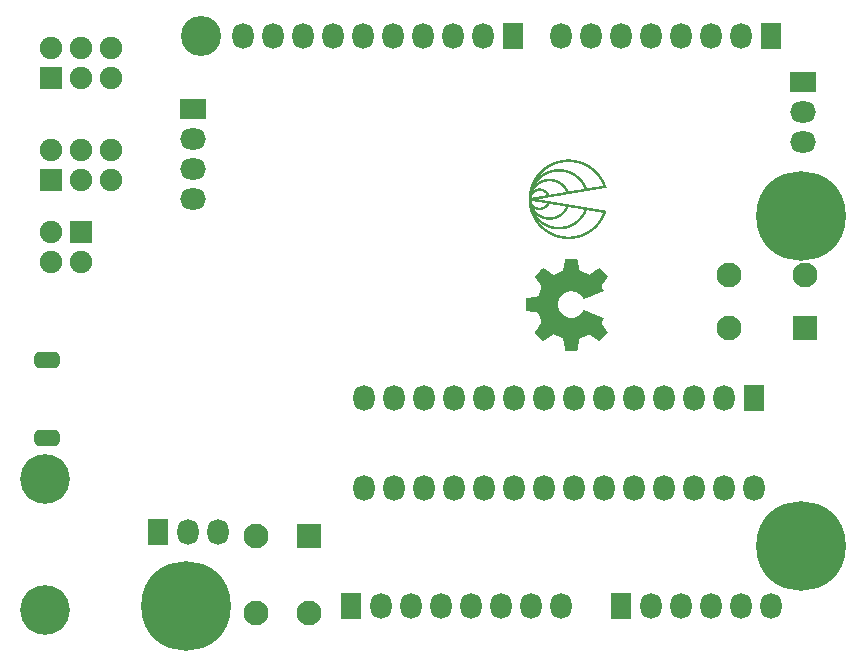
<source format=gbs>
G04*
G04 #@! TF.GenerationSoftware,Altium Limited,Altium Designer,20.0.2 (26)*
G04*
G04 Layer_Color=16711935*
%FSLAX44Y44*%
%MOMM*%
G71*
G01*
G75*
%ADD38R,2.1000X2.1000*%
%ADD57O,1.8000X2.2000*%
%ADD58R,1.8000X2.2000*%
G04:AMPARAMS|DCode=59|XSize=2.2mm|YSize=1.4mm|CornerRadius=0.46mm|HoleSize=0mm|Usage=FLASHONLY|Rotation=0.000|XOffset=0mm|YOffset=0mm|HoleType=Round|Shape=RoundedRectangle|*
%AMROUNDEDRECTD59*
21,1,2.2000,0.4800,0,0,0.0*
21,1,1.2800,1.4000,0,0,0.0*
1,1,0.9200,0.6400,-0.2400*
1,1,0.9200,-0.6400,-0.2400*
1,1,0.9200,-0.6400,0.2400*
1,1,0.9200,0.6400,0.2400*
%
%ADD59ROUNDEDRECTD59*%
%ADD60C,1.9000*%
%ADD61R,1.9000X1.9000*%
%ADD62R,2.2000X1.8000*%
%ADD63O,2.2000X1.8000*%
%ADD64C,2.1000*%
%ADD65R,2.1000X2.1000*%
%ADD66C,7.6000*%
%ADD67C,4.2000*%
%ADD68C,3.4000*%
G36*
X427678Y285977D02*
X427886D01*
X428094D01*
Y286185D01*
X428302D01*
X428510D01*
X428718D01*
X428926D01*
X429133D01*
X429341D01*
Y286393D01*
X429549D01*
X429757D01*
X429965D01*
X430173D01*
X430381D01*
X430589D01*
X430797D01*
Y286601D01*
X431005D01*
X431213D01*
X431420D01*
X431628D01*
X431836D01*
X432044D01*
Y286809D01*
X432252D01*
X432460D01*
X432668D01*
X432876D01*
X433084D01*
X433292D01*
Y287017D01*
X433499D01*
X433707D01*
X433915D01*
X434123D01*
X434331D01*
Y287225D01*
X434539D01*
X434747D01*
X434955D01*
X435163D01*
X435371D01*
Y287432D01*
X435578D01*
X435786D01*
Y287640D01*
X435994D01*
X436202D01*
X436410D01*
X436618D01*
X436826D01*
Y287848D01*
X437034D01*
X437242D01*
X437450D01*
X437658D01*
X437865D01*
Y288056D01*
X438073D01*
Y288264D01*
X438281D01*
Y288472D01*
X438489D01*
Y289096D01*
X438697D01*
Y289719D01*
X438905D01*
Y290343D01*
X439113D01*
Y290967D01*
X439321D01*
Y291383D01*
X439529D01*
Y291590D01*
X439737D01*
Y292006D01*
X439944D01*
Y292422D01*
X440152D01*
Y293046D01*
X440360D01*
Y293669D01*
X440568D01*
Y294293D01*
X440776D01*
Y294917D01*
X440984D01*
Y296164D01*
X440776D01*
Y296580D01*
X440568D01*
Y296788D01*
X440360D01*
Y297204D01*
X440152D01*
Y297620D01*
X439944D01*
Y297827D01*
X439737D01*
Y298035D01*
X439529D01*
Y298451D01*
X439321D01*
Y298659D01*
X439113D01*
Y298867D01*
X438905D01*
Y299283D01*
X438697D01*
Y299699D01*
X438489D01*
Y299907D01*
X438281D01*
Y300114D01*
X438073D01*
Y300322D01*
X437865D01*
Y300738D01*
X437658D01*
Y301154D01*
X437450D01*
Y301362D01*
X437242D01*
Y301778D01*
X437034D01*
Y301985D01*
X436826D01*
Y302401D01*
X436618D01*
Y302609D01*
X436410D01*
Y302817D01*
X436202D01*
Y303025D01*
X435994D01*
Y303441D01*
X435786D01*
Y303857D01*
X435578D01*
Y304065D01*
X435371D01*
Y304896D01*
X435578D01*
Y305104D01*
X435786D01*
Y305312D01*
X435994D01*
Y305520D01*
X436202D01*
Y305728D01*
X436410D01*
Y305936D01*
X436618D01*
Y306143D01*
X436826D01*
Y306351D01*
X437034D01*
Y306559D01*
X437242D01*
Y306767D01*
X437450D01*
Y306975D01*
X437658D01*
Y307183D01*
X437865D01*
Y307391D01*
X438073D01*
Y307599D01*
X438281D01*
Y307807D01*
X438489D01*
Y308015D01*
X438697D01*
Y308223D01*
X438905D01*
Y308430D01*
X439113D01*
Y308638D01*
X439321D01*
Y308846D01*
X439529D01*
Y309054D01*
X439737D01*
Y309262D01*
X439944D01*
Y309470D01*
X440152D01*
Y309678D01*
X440360D01*
Y309886D01*
X440568D01*
Y310094D01*
X440776D01*
Y310301D01*
X440984D01*
Y310509D01*
X441192D01*
Y310717D01*
X441400D01*
Y310925D01*
X441608D01*
Y311133D01*
X441815D01*
Y311341D01*
X442023D01*
Y311549D01*
X442231D01*
Y311757D01*
X442439D01*
X442647D01*
Y311549D01*
X442855D01*
Y311341D01*
X443063D01*
Y311133D01*
X443271D01*
X443479D01*
Y310925D01*
X443687D01*
X443895D01*
Y310717D01*
X444102D01*
X444310D01*
Y310509D01*
X444518D01*
Y310301D01*
X444726D01*
X444934D01*
Y310094D01*
X445142D01*
Y309886D01*
X445350D01*
Y309678D01*
X445558D01*
X445766D01*
Y309470D01*
X445974D01*
Y309262D01*
X446181D01*
X446389D01*
Y309054D01*
X446597D01*
Y308846D01*
X446805D01*
X447013D01*
Y308638D01*
X447221D01*
Y308430D01*
X447429D01*
X447637D01*
Y308223D01*
X447845D01*
Y308015D01*
X448052D01*
Y307807D01*
X448260D01*
Y307599D01*
X448468D01*
X448676D01*
Y307391D01*
X448884D01*
X449092D01*
Y307183D01*
X449300D01*
Y306975D01*
X449508D01*
X449716D01*
Y306767D01*
X449924D01*
Y306559D01*
X450131D01*
X450339D01*
Y306351D01*
X450547D01*
Y306143D01*
X450755D01*
Y305936D01*
X450963D01*
X451171D01*
X451379D01*
X451587D01*
X451795D01*
Y306143D01*
X452003D01*
X452211D01*
Y306351D01*
X452418D01*
Y306559D01*
X452626D01*
X452834D01*
X453042D01*
Y306767D01*
X453250D01*
X453458D01*
X453666D01*
Y306975D01*
X453874D01*
X454082D01*
Y307183D01*
X454290D01*
X454497D01*
X454705D01*
Y307391D01*
X454913D01*
X455121D01*
Y307599D01*
X455329D01*
X455537D01*
X455745D01*
Y307807D01*
X455953D01*
X456161D01*
Y308015D01*
X456368D01*
Y308223D01*
X456576D01*
X456784D01*
Y308430D01*
X456992D01*
X457200D01*
Y308638D01*
X457408D01*
X457616D01*
X457824D01*
Y308846D01*
X458032D01*
X458240D01*
X458447D01*
Y309054D01*
X458655D01*
X458863D01*
Y309262D01*
X459071D01*
Y309470D01*
X459279D01*
Y310509D01*
X459487D01*
Y311757D01*
X459695D01*
Y312796D01*
X459903D01*
Y313628D01*
X460111D01*
Y314875D01*
X460319D01*
Y316123D01*
X460527D01*
Y316539D01*
X460734D01*
Y317786D01*
X460942D01*
Y319241D01*
X461150D01*
Y319449D01*
X461358D01*
X461566D01*
X461774D01*
X461982D01*
X462190D01*
X462398D01*
X462606D01*
X462813D01*
X463021D01*
X463229D01*
X463437D01*
X463645D01*
X463853D01*
X464061D01*
X464269D01*
X464477D01*
X464684D01*
X464892D01*
X465100D01*
X465308D01*
X465516D01*
X465724D01*
X465932D01*
X466140D01*
X466348D01*
X466556D01*
X466763D01*
X466971D01*
X467179D01*
X467387D01*
X467595D01*
X467803D01*
X468011D01*
X468219D01*
X468427D01*
X468635D01*
X468843D01*
X469050D01*
X469258D01*
X469466D01*
X469674D01*
X469882D01*
X470090D01*
X470298D01*
X470506D01*
X470714D01*
X470922D01*
X471129D01*
X471337D01*
Y318825D01*
X471545D01*
Y317786D01*
X471753D01*
Y316746D01*
X471961D01*
Y315499D01*
X472169D01*
Y314044D01*
X472377D01*
Y313836D01*
X472585D01*
Y313628D01*
X472377D01*
Y313420D01*
X472585D01*
Y312588D01*
X472793D01*
Y311341D01*
X473001D01*
Y310094D01*
X473209D01*
Y309470D01*
X473416D01*
Y309262D01*
X473624D01*
X473832D01*
X474040D01*
Y309054D01*
X474248D01*
X474456D01*
Y308846D01*
X474664D01*
X474872D01*
X475079D01*
Y308638D01*
X475288D01*
X475495D01*
X475703D01*
Y308430D01*
X475911D01*
X476119D01*
X476327D01*
Y308223D01*
X476535D01*
X476743D01*
X476951D01*
Y307807D01*
X477159D01*
X477366D01*
X477574D01*
Y307599D01*
X477782D01*
X477990D01*
X478198D01*
Y307391D01*
X478406D01*
X478614D01*
Y307183D01*
X478822D01*
X479030D01*
X479238D01*
Y306975D01*
X479445D01*
X479653D01*
Y306767D01*
X479861D01*
X480069D01*
X480277D01*
Y306559D01*
X480485D01*
X480693D01*
X480901D01*
Y306351D01*
X481109D01*
X481317D01*
Y306143D01*
X481525D01*
X481732D01*
Y306351D01*
X481940D01*
X482148D01*
Y306559D01*
X482356D01*
Y306767D01*
X482564D01*
X482772D01*
Y306975D01*
X482980D01*
Y307183D01*
X483188D01*
X483396D01*
Y307391D01*
X483604D01*
Y307599D01*
X483811D01*
X484019D01*
Y307807D01*
X484227D01*
Y308015D01*
X484435D01*
Y308223D01*
X484643D01*
Y308430D01*
X484851D01*
X485059D01*
Y308638D01*
X485267D01*
X485475D01*
Y308846D01*
X485682D01*
Y309054D01*
X485890D01*
X486098D01*
Y309262D01*
X486306D01*
X486514D01*
Y309470D01*
X486722D01*
Y309678D01*
X486930D01*
X487138D01*
Y310094D01*
X487346D01*
X487554D01*
Y310301D01*
X487761D01*
Y310509D01*
X487969D01*
X488177D01*
Y310717D01*
X488385D01*
X488593D01*
Y310925D01*
X488801D01*
Y311133D01*
X489009D01*
Y311341D01*
X489217D01*
X489425D01*
Y311549D01*
X489633D01*
Y311757D01*
X489841D01*
X490048D01*
X490256D01*
Y311549D01*
X490464D01*
Y311341D01*
X490672D01*
Y311133D01*
X490880D01*
Y310925D01*
X491088D01*
Y310717D01*
X491296D01*
Y310509D01*
X491504D01*
Y310301D01*
X491712D01*
Y310094D01*
X491920D01*
Y309886D01*
X492127D01*
Y309678D01*
X492335D01*
Y309470D01*
X492543D01*
Y309262D01*
X492751D01*
Y309054D01*
X492959D01*
Y308846D01*
X493167D01*
Y308638D01*
X493375D01*
Y308430D01*
X493583D01*
Y308223D01*
X493791D01*
Y308015D01*
X493998D01*
Y307807D01*
X494206D01*
Y307599D01*
X494414D01*
Y307391D01*
X494622D01*
Y307183D01*
X494830D01*
Y306975D01*
X495038D01*
Y306767D01*
X495246D01*
Y306559D01*
X495454D01*
Y306351D01*
X495662D01*
Y306143D01*
X495870D01*
Y305936D01*
X496077D01*
Y305728D01*
X496285D01*
Y305520D01*
X496493D01*
Y305312D01*
X496701D01*
Y305104D01*
X496909D01*
Y304896D01*
X497117D01*
Y304272D01*
X496909D01*
Y303857D01*
X496701D01*
Y303649D01*
X496493D01*
Y303441D01*
X496285D01*
Y303233D01*
X496077D01*
Y302817D01*
X495870D01*
Y302401D01*
X495662D01*
Y302193D01*
X495454D01*
Y301778D01*
X495246D01*
Y301362D01*
X495038D01*
Y301154D01*
X494830D01*
Y300946D01*
X494622D01*
Y300738D01*
X494414D01*
Y300322D01*
X494206D01*
Y300114D01*
X493998D01*
Y299699D01*
X493791D01*
Y299491D01*
X493583D01*
Y299075D01*
X493375D01*
Y298867D01*
X493167D01*
Y298451D01*
X492959D01*
Y298243D01*
X492751D01*
Y297827D01*
X492543D01*
Y297620D01*
X492335D01*
Y297204D01*
X492127D01*
Y296996D01*
X491920D01*
Y295749D01*
X492127D01*
Y295333D01*
X492335D01*
Y294917D01*
X492543D01*
Y294293D01*
X492751D01*
Y293877D01*
X492959D01*
Y293669D01*
X493167D01*
Y293254D01*
X493375D01*
Y292838D01*
X493583D01*
Y292214D01*
X493375D01*
X493167D01*
Y292006D01*
X492959D01*
X492751D01*
Y291798D01*
X492543D01*
X492335D01*
X492127D01*
Y291590D01*
X491920D01*
X491712D01*
X491504D01*
Y291383D01*
X491296D01*
X491088D01*
X490880D01*
Y291175D01*
X490672D01*
X490464D01*
Y290967D01*
X490256D01*
X490048D01*
Y290759D01*
X489841D01*
X489633D01*
X489425D01*
Y290551D01*
X489217D01*
Y290343D01*
X489009D01*
X488801D01*
Y290135D01*
X488593D01*
X488385D01*
X488177D01*
Y289927D01*
X487969D01*
X487761D01*
X487554D01*
Y289719D01*
X487346D01*
X487138D01*
X486930D01*
Y289512D01*
X486722D01*
X486514D01*
X486306D01*
Y289304D01*
X486098D01*
X485890D01*
X485682D01*
Y289096D01*
X485475D01*
Y288888D01*
X485267D01*
X485059D01*
Y288680D01*
X484851D01*
X484643D01*
X484435D01*
Y288472D01*
X484227D01*
X484019D01*
Y288264D01*
X483811D01*
X483604D01*
Y288056D01*
X483396D01*
X483188D01*
X482980D01*
Y287848D01*
X482772D01*
X482564D01*
Y287640D01*
X482356D01*
X482148D01*
X481940D01*
Y287432D01*
X481732D01*
Y287225D01*
X481525D01*
X481317D01*
Y287017D01*
X481109D01*
X480901D01*
X480693D01*
Y286809D01*
X480485D01*
X480277D01*
X480069D01*
Y286601D01*
X479861D01*
X479653D01*
X479445D01*
Y286393D01*
X479238D01*
X479030D01*
X478822D01*
Y286185D01*
X478614D01*
X478406D01*
Y285977D01*
X478198D01*
X477990D01*
Y285769D01*
X477782D01*
X477574D01*
X477366D01*
Y285561D01*
X477159D01*
Y285354D01*
X476951D01*
X476743D01*
Y285561D01*
X476535D01*
Y285977D01*
X476327D01*
Y286393D01*
X476119D01*
X475911D01*
Y286809D01*
X475703D01*
Y287017D01*
X475495D01*
Y287225D01*
X475288D01*
Y287640D01*
X475079D01*
Y287848D01*
X474872D01*
Y288056D01*
X474664D01*
Y288472D01*
X474456D01*
X474248D01*
Y288680D01*
X474040D01*
Y288888D01*
X473832D01*
Y289096D01*
X473624D01*
Y289304D01*
X473416D01*
Y289512D01*
X473209D01*
Y289719D01*
X473001D01*
Y289927D01*
X472793D01*
X472585D01*
Y290135D01*
X472377D01*
X472169D01*
Y290343D01*
X471961D01*
Y290551D01*
X471753D01*
X471545D01*
Y290759D01*
X471337D01*
Y290967D01*
X471129D01*
X470922D01*
Y291175D01*
X470714D01*
X470506D01*
Y291383D01*
X470298D01*
X470090D01*
X469882D01*
Y291590D01*
X469674D01*
X469466D01*
X469258D01*
X469050D01*
Y291798D01*
X468843D01*
X468635D01*
X468427D01*
X468219D01*
X468011D01*
X467803D01*
Y292006D01*
X467595D01*
X467387D01*
X467179D01*
X466971D01*
X466763D01*
X466556D01*
X466348D01*
X466140D01*
X465932D01*
X465724D01*
X465516D01*
X465308D01*
X465100D01*
X464892D01*
X464684D01*
Y291798D01*
X464477D01*
X464269D01*
X464061D01*
X463853D01*
X463645D01*
X463437D01*
Y291590D01*
X463229D01*
X463021D01*
X462813D01*
X462606D01*
Y291383D01*
X462398D01*
X462190D01*
X461982D01*
Y291175D01*
X461774D01*
X461566D01*
Y290967D01*
X461358D01*
X461150D01*
Y290759D01*
X460942D01*
Y290551D01*
X460734D01*
X460527D01*
Y290343D01*
X460319D01*
Y290135D01*
X460111D01*
X459903D01*
Y289927D01*
X459695D01*
X459487D01*
Y289719D01*
X459279D01*
Y289512D01*
X459071D01*
X458863D01*
Y289304D01*
X458655D01*
Y289096D01*
X458447D01*
Y288888D01*
X458240D01*
Y288680D01*
X458032D01*
Y288264D01*
X457824D01*
Y288056D01*
X457616D01*
Y287848D01*
X457408D01*
Y287432D01*
X457200D01*
Y287225D01*
X456992D01*
X456784D01*
Y287017D01*
X456992D01*
Y286809D01*
X456784D01*
Y286601D01*
X456576D01*
Y286393D01*
X456368D01*
Y285977D01*
X456161D01*
Y285561D01*
X455953D01*
Y285146D01*
X455745D01*
Y284522D01*
X455537D01*
Y283690D01*
X455329D01*
Y283274D01*
X455121D01*
Y282235D01*
X454913D01*
Y279324D01*
X455121D01*
Y278285D01*
X455329D01*
Y277869D01*
X455537D01*
Y277037D01*
X455745D01*
Y276414D01*
X455953D01*
Y275998D01*
X456161D01*
Y275582D01*
X456368D01*
Y275166D01*
X456576D01*
Y274958D01*
X456784D01*
Y274543D01*
X456992D01*
Y274335D01*
X457200D01*
Y274127D01*
X457408D01*
Y273711D01*
X457616D01*
Y273503D01*
X457824D01*
Y273295D01*
X458032D01*
Y273087D01*
X458240D01*
Y272879D01*
X458447D01*
Y272672D01*
X458655D01*
Y272464D01*
X458863D01*
Y272256D01*
X459071D01*
X459279D01*
Y271840D01*
X459487D01*
Y271632D01*
X459695D01*
X459903D01*
Y271424D01*
X460111D01*
Y271216D01*
X460319D01*
X460527D01*
Y271008D01*
X460734D01*
X460942D01*
Y270800D01*
X461150D01*
X461358D01*
Y270592D01*
X461566D01*
X461774D01*
X461982D01*
Y270385D01*
X462190D01*
X462398D01*
X462606D01*
Y270177D01*
X462813D01*
Y269969D01*
X463021D01*
X463229D01*
X463437D01*
Y269761D01*
X463645D01*
X463853D01*
X464061D01*
X464269D01*
X464477D01*
Y269553D01*
X464684D01*
X464892D01*
X465100D01*
X465308D01*
X465516D01*
X465724D01*
X465932D01*
X466140D01*
X466348D01*
X466556D01*
X466763D01*
X466971D01*
X467179D01*
X467387D01*
X467595D01*
X467803D01*
X468011D01*
Y269761D01*
X468219D01*
X468427D01*
X468635D01*
X468843D01*
X469050D01*
Y269969D01*
X469258D01*
X469466D01*
Y270177D01*
X469674D01*
X469882D01*
X470090D01*
Y270385D01*
X470298D01*
X470506D01*
Y270592D01*
X470714D01*
X470922D01*
X471129D01*
Y270800D01*
X471337D01*
X471545D01*
Y271008D01*
X471753D01*
X471961D01*
Y271216D01*
X472169D01*
X472377D01*
Y271424D01*
X472585D01*
X472793D01*
Y271632D01*
X473001D01*
Y271840D01*
X473209D01*
Y272048D01*
X473416D01*
Y272256D01*
X473624D01*
Y272464D01*
X473832D01*
Y272672D01*
X474040D01*
Y272879D01*
X474248D01*
Y273087D01*
X474456D01*
Y273295D01*
X474664D01*
Y273503D01*
X474872D01*
Y273711D01*
X475079D01*
Y273919D01*
X475288D01*
Y274335D01*
X475495D01*
Y274543D01*
X475703D01*
Y274750D01*
X475911D01*
Y274958D01*
X476119D01*
Y275374D01*
X476327D01*
Y275582D01*
X476535D01*
Y276206D01*
X476743D01*
X476951D01*
X477159D01*
Y275998D01*
X477366D01*
X477574D01*
X477782D01*
Y275790D01*
X477990D01*
X478198D01*
Y275582D01*
X478406D01*
X478614D01*
X478822D01*
Y275374D01*
X479030D01*
X479238D01*
Y275166D01*
X479445D01*
Y274958D01*
X479653D01*
X479861D01*
X480069D01*
Y274750D01*
X480277D01*
X480485D01*
X480693D01*
Y274543D01*
X480901D01*
X481109D01*
Y274335D01*
X481317D01*
X481525D01*
Y274127D01*
X481732D01*
X481940D01*
X482148D01*
Y273919D01*
X482356D01*
X482564D01*
X482772D01*
Y273711D01*
X482980D01*
X483188D01*
Y273503D01*
X483396D01*
Y273295D01*
X483604D01*
X483811D01*
X484019D01*
Y273087D01*
X484227D01*
X484435D01*
X484643D01*
Y272879D01*
X484851D01*
X485059D01*
X485267D01*
Y272672D01*
X485475D01*
X485682D01*
X485890D01*
Y272464D01*
X486098D01*
X486306D01*
Y272256D01*
X486514D01*
X486722D01*
Y272048D01*
X486930D01*
X487138D01*
Y271840D01*
X487346D01*
X487554D01*
Y271632D01*
X487761D01*
X487969D01*
Y271424D01*
X488177D01*
X488385D01*
Y271216D01*
X488593D01*
X488801D01*
X489009D01*
Y271008D01*
X489217D01*
X489425D01*
X489633D01*
Y270800D01*
X489841D01*
X490048D01*
X490256D01*
Y270592D01*
X490464D01*
X490672D01*
X490880D01*
Y270385D01*
X491088D01*
X491296D01*
Y270177D01*
X491504D01*
Y269969D01*
X491712D01*
X491920D01*
Y269761D01*
X492127D01*
X492335D01*
X492543D01*
Y269553D01*
X492751D01*
X492959D01*
X493167D01*
Y269345D01*
X493375D01*
X493583D01*
Y268721D01*
X493375D01*
Y268306D01*
X493167D01*
Y268098D01*
X492959D01*
Y267682D01*
X492751D01*
Y267266D01*
X492543D01*
Y266850D01*
X492335D01*
Y266434D01*
X492127D01*
Y265811D01*
X491920D01*
Y264771D01*
X492127D01*
Y264356D01*
X492335D01*
Y263940D01*
X492543D01*
Y263732D01*
X492751D01*
Y263316D01*
X492959D01*
Y262900D01*
X493167D01*
Y262692D01*
X493375D01*
Y262484D01*
X493583D01*
Y262069D01*
X493791D01*
Y261861D01*
X493998D01*
Y261445D01*
X494206D01*
Y261237D01*
X494414D01*
Y260821D01*
X494622D01*
Y260613D01*
X494830D01*
Y260405D01*
X495038D01*
Y260198D01*
X495246D01*
Y259782D01*
X495454D01*
Y259574D01*
X495662D01*
Y259158D01*
X495870D01*
Y258742D01*
X496077D01*
Y258534D01*
X496285D01*
Y258118D01*
X496493D01*
Y257703D01*
X496701D01*
X496909D01*
Y257495D01*
X497117D01*
Y256663D01*
X496909D01*
Y256455D01*
X496701D01*
Y256247D01*
X496493D01*
Y256040D01*
X496285D01*
Y255832D01*
X496077D01*
Y255624D01*
X495870D01*
Y255416D01*
X495662D01*
Y255208D01*
X495454D01*
Y255000D01*
X495246D01*
Y254792D01*
X495038D01*
Y254584D01*
X494830D01*
Y254376D01*
X494622D01*
Y254168D01*
X494414D01*
Y253960D01*
X494206D01*
Y253753D01*
X493998D01*
Y253545D01*
X493791D01*
Y253337D01*
X493583D01*
Y253129D01*
X493375D01*
Y252921D01*
X493167D01*
Y252713D01*
X492959D01*
Y252505D01*
X492751D01*
Y252297D01*
X492543D01*
Y252089D01*
X492335D01*
Y251882D01*
X492127D01*
Y251674D01*
X491920D01*
Y251466D01*
X491712D01*
Y251258D01*
X491504D01*
Y251050D01*
X491296D01*
Y250842D01*
X491088D01*
Y250634D01*
X490880D01*
Y250426D01*
X490672D01*
Y250218D01*
X490464D01*
Y250010D01*
X490256D01*
Y249802D01*
X490048D01*
X489841D01*
Y250010D01*
X489633D01*
X489425D01*
Y250218D01*
X489217D01*
Y250426D01*
X489009D01*
X488801D01*
Y250634D01*
X488593D01*
Y250842D01*
X488385D01*
X488177D01*
Y251050D01*
X487969D01*
Y251258D01*
X487761D01*
Y251466D01*
X487554D01*
X487346D01*
Y251674D01*
X487138D01*
Y251882D01*
X486930D01*
X486722D01*
Y252089D01*
X486514D01*
X486306D01*
Y252297D01*
X486098D01*
Y252505D01*
X485890D01*
Y252713D01*
X485682D01*
X485475D01*
Y252921D01*
X485267D01*
Y253129D01*
X485059D01*
Y253337D01*
X484851D01*
X484643D01*
Y253545D01*
X484435D01*
Y253753D01*
X484227D01*
X484019D01*
Y253960D01*
X483811D01*
X483604D01*
Y254168D01*
X483396D01*
Y254376D01*
X483188D01*
X482980D01*
Y254584D01*
X482772D01*
Y254792D01*
X482564D01*
Y255000D01*
X482356D01*
X482148D01*
Y255208D01*
X481940D01*
X481732D01*
X481525D01*
X481317D01*
X481109D01*
X480901D01*
X480693D01*
Y255000D01*
X480485D01*
X480277D01*
X480069D01*
Y254792D01*
X479861D01*
X479653D01*
Y254584D01*
X479445D01*
Y254376D01*
X479238D01*
X479030D01*
X478822D01*
Y254168D01*
X478614D01*
X478406D01*
X478198D01*
Y253960D01*
X477990D01*
X477782D01*
X477574D01*
Y253753D01*
X477366D01*
X477159D01*
X476951D01*
Y253545D01*
X476743D01*
X476535D01*
X476327D01*
Y253337D01*
X476119D01*
X475911D01*
X475703D01*
Y253129D01*
X475495D01*
X475288D01*
Y252921D01*
X475079D01*
X474872D01*
Y252713D01*
X474664D01*
Y252505D01*
X474456D01*
X474248D01*
X474040D01*
Y252297D01*
X473832D01*
X473624D01*
Y252089D01*
X473416D01*
X473209D01*
Y251466D01*
X473001D01*
Y250218D01*
X472793D01*
Y248971D01*
X472585D01*
Y247931D01*
X472377D01*
Y247516D01*
X472169D01*
Y246268D01*
X471961D01*
Y244813D01*
X471753D01*
Y243773D01*
X471545D01*
Y242526D01*
X471337D01*
Y241902D01*
X471129D01*
X470922D01*
X470714D01*
X470506D01*
X470298D01*
X470090D01*
X469882D01*
X469674D01*
X469466D01*
X469258D01*
X469050D01*
X468843D01*
X468635D01*
X468427D01*
X468219D01*
X468011D01*
X467803D01*
X467595D01*
X467387D01*
X467179D01*
X466971D01*
X466763D01*
X466556D01*
X466348D01*
X466140D01*
X465932D01*
X465724D01*
X465516D01*
X465308D01*
X465100D01*
X464892D01*
X464684D01*
X464477D01*
X464269D01*
X464061D01*
X463853D01*
X463645D01*
X463437D01*
X463229D01*
X463021D01*
X462813D01*
X462606D01*
X462398D01*
X462190D01*
X461982D01*
X461774D01*
X461566D01*
X461358D01*
X461150D01*
Y242318D01*
X460942D01*
Y243773D01*
X460734D01*
Y245021D01*
X460527D01*
Y245437D01*
X460319D01*
Y246684D01*
X460111D01*
Y247931D01*
X459903D01*
Y248763D01*
X459695D01*
Y249802D01*
X459487D01*
Y251050D01*
X459279D01*
Y252089D01*
X459071D01*
Y252297D01*
X458863D01*
X458655D01*
Y252505D01*
X458447D01*
Y252713D01*
X458240D01*
Y252921D01*
X458032D01*
X457824D01*
X457616D01*
Y253129D01*
X457408D01*
Y253337D01*
X457200D01*
X456992D01*
X456784D01*
Y253545D01*
X456576D01*
X456368D01*
X456161D01*
Y253753D01*
X455953D01*
X455745D01*
X455537D01*
Y253960D01*
X455329D01*
X455121D01*
X454913D01*
Y254168D01*
X454705D01*
X454497D01*
Y254376D01*
X454290D01*
X454082D01*
X453874D01*
Y254584D01*
X453666D01*
Y254792D01*
X453458D01*
X453250D01*
Y255000D01*
X453042D01*
X452834D01*
X452626D01*
Y255208D01*
X452418D01*
X452211D01*
Y255416D01*
X452003D01*
X451795D01*
Y255624D01*
X451587D01*
X451379D01*
X451171D01*
X450963D01*
X450755D01*
Y255416D01*
X450547D01*
Y255208D01*
X450339D01*
X450131D01*
Y255000D01*
X449924D01*
Y254792D01*
X449716D01*
Y254584D01*
X449508D01*
X449300D01*
Y254376D01*
X449092D01*
Y254168D01*
X448884D01*
X448676D01*
Y253960D01*
X448468D01*
Y253753D01*
X448260D01*
X448052D01*
Y253545D01*
X447845D01*
X447637D01*
Y253337D01*
X447429D01*
Y253129D01*
X447221D01*
X447013D01*
Y252921D01*
X446805D01*
Y252713D01*
X446597D01*
Y252505D01*
X446389D01*
Y252297D01*
X446181D01*
X445974D01*
Y252089D01*
X445766D01*
Y251882D01*
X445558D01*
X445350D01*
Y251674D01*
X445142D01*
X444934D01*
Y251466D01*
X444726D01*
Y251258D01*
X444518D01*
Y251050D01*
X444310D01*
X444102D01*
Y250842D01*
X443895D01*
Y250634D01*
X443687D01*
X443479D01*
Y250426D01*
X443271D01*
Y250218D01*
X443063D01*
X442855D01*
Y250010D01*
X442647D01*
Y249802D01*
X442439D01*
X442231D01*
Y250010D01*
X442023D01*
Y250218D01*
X441815D01*
Y250426D01*
X441608D01*
Y250634D01*
X441400D01*
Y250842D01*
X441192D01*
Y251050D01*
X440984D01*
Y251258D01*
X440776D01*
Y251466D01*
X440568D01*
Y251674D01*
X440360D01*
Y251882D01*
X440152D01*
Y252089D01*
X439944D01*
Y252297D01*
X439737D01*
Y252505D01*
X439529D01*
Y252713D01*
X439321D01*
Y252921D01*
X439113D01*
Y253129D01*
X438905D01*
Y253337D01*
X438697D01*
Y253545D01*
X438489D01*
Y253753D01*
X438281D01*
Y253960D01*
X438073D01*
Y254168D01*
X437865D01*
Y254376D01*
X437658D01*
Y254584D01*
X437450D01*
Y254792D01*
X437242D01*
Y255000D01*
X437034D01*
Y255208D01*
X436826D01*
Y255416D01*
X436618D01*
Y255624D01*
X436410D01*
Y255832D01*
X436202D01*
Y256040D01*
X435994D01*
Y256247D01*
X435786D01*
Y256455D01*
X435578D01*
Y256663D01*
X435371D01*
Y257495D01*
X435578D01*
Y257911D01*
X435786D01*
Y258118D01*
X435994D01*
Y258534D01*
X436202D01*
Y258742D01*
X436410D01*
Y258950D01*
X436618D01*
Y259158D01*
X436826D01*
Y259574D01*
X437034D01*
Y259990D01*
X437242D01*
Y260198D01*
X437450D01*
Y260405D01*
X437658D01*
Y260821D01*
X437865D01*
Y261029D01*
X438073D01*
Y261237D01*
X438281D01*
Y261653D01*
X438489D01*
Y262069D01*
X438697D01*
Y262276D01*
X438905D01*
Y262692D01*
X439113D01*
Y263108D01*
X439321D01*
Y263316D01*
X439529D01*
Y263524D01*
X439737D01*
Y263732D01*
X439944D01*
Y264148D01*
X440152D01*
Y264356D01*
X440360D01*
Y264771D01*
X440568D01*
Y264979D01*
X440776D01*
Y265395D01*
X440984D01*
Y266642D01*
X440776D01*
Y267266D01*
X440568D01*
Y267890D01*
X440360D01*
Y268514D01*
X440152D01*
Y269137D01*
X439944D01*
Y269345D01*
X439737D01*
Y269969D01*
X439529D01*
Y270385D01*
X439321D01*
Y270800D01*
X439113D01*
Y271216D01*
X438905D01*
Y271840D01*
X438697D01*
Y272464D01*
X438489D01*
Y273087D01*
X438281D01*
Y273295D01*
X438073D01*
Y273503D01*
X437865D01*
Y273711D01*
X437658D01*
Y273919D01*
X437450D01*
X437242D01*
X437034D01*
X436826D01*
Y274127D01*
X436618D01*
X436410D01*
X436202D01*
X435994D01*
X435786D01*
X435578D01*
X435371D01*
Y274335D01*
X435163D01*
X434955D01*
X434747D01*
X434539D01*
X434331D01*
X434123D01*
Y274543D01*
X433915D01*
X433707D01*
X433499D01*
X433292D01*
X433084D01*
X432876D01*
X432668D01*
Y274750D01*
X432460D01*
X432252D01*
X432044D01*
X431836D01*
X431628D01*
X431420D01*
Y274958D01*
X431213D01*
X431005D01*
X430797D01*
X430589D01*
X430381D01*
Y275166D01*
X430173D01*
X429965D01*
Y275374D01*
X429757D01*
X429549D01*
X429341D01*
X429133D01*
X428926D01*
Y275582D01*
X428718D01*
X428510D01*
X428302D01*
X428094D01*
X427886D01*
X427678D01*
Y275790D01*
X427470D01*
Y285977D01*
X427678D01*
D02*
G37*
G36*
X430137Y370048D02*
Y372406D01*
X430228D01*
Y373585D01*
X430318D01*
Y374310D01*
X430409D01*
Y374944D01*
X430499D01*
Y375579D01*
X430590D01*
Y376032D01*
X430681D01*
Y376576D01*
X430771D01*
Y376939D01*
X430862D01*
Y377392D01*
X430953D01*
Y377755D01*
X431044D01*
Y378118D01*
X431134D01*
Y378480D01*
X431225D01*
Y378843D01*
X431315D01*
Y379115D01*
X431406D01*
Y379478D01*
X431497D01*
Y379750D01*
X431587D01*
Y380112D01*
X431678D01*
Y380384D01*
X431769D01*
Y380656D01*
X431860D01*
Y380838D01*
X431950D01*
Y381110D01*
X432041D01*
Y381382D01*
X432131D01*
Y381654D01*
X432222D01*
Y381926D01*
X432313D01*
Y382107D01*
X432403D01*
Y382379D01*
X432494D01*
Y382560D01*
X432585D01*
Y382832D01*
X432675D01*
Y383014D01*
X432766D01*
Y383195D01*
X432857D01*
Y383376D01*
X432947D01*
Y383648D01*
X433038D01*
Y383830D01*
X433129D01*
Y384011D01*
X433219D01*
Y384192D01*
X433310D01*
Y384464D01*
X433401D01*
Y384646D01*
X433491D01*
Y384827D01*
X433582D01*
Y385008D01*
X433673D01*
Y385190D01*
X433763D01*
Y385280D01*
X433854D01*
Y385462D01*
X433945D01*
Y385643D01*
X434035D01*
Y385824D01*
X434126D01*
Y386006D01*
X434217D01*
Y386187D01*
X434307D01*
Y386368D01*
X434398D01*
Y386550D01*
X434489D01*
Y386640D01*
X434579D01*
Y386822D01*
X434670D01*
Y387003D01*
X434761D01*
Y387184D01*
X434851D01*
Y387275D01*
X434942D01*
Y387456D01*
X435033D01*
Y387638D01*
X435123D01*
Y387728D01*
X435214D01*
Y387910D01*
X435305D01*
Y388000D01*
X435395D01*
Y388182D01*
X435486D01*
Y388272D01*
X435577D01*
Y388454D01*
X435667D01*
Y388635D01*
X435758D01*
Y388726D01*
X435849D01*
Y388907D01*
X435939D01*
Y388997D01*
X436030D01*
Y389179D01*
X436121D01*
Y389270D01*
X436211D01*
Y389360D01*
X436302D01*
Y389542D01*
X436393D01*
Y389632D01*
X436483D01*
Y389813D01*
X436574D01*
Y389904D01*
X436665D01*
Y389995D01*
X436755D01*
Y390176D01*
X436846D01*
Y390267D01*
X436937D01*
Y390358D01*
X437027D01*
Y390539D01*
X437118D01*
Y390630D01*
X437209D01*
Y390720D01*
X437299D01*
Y390901D01*
X437390D01*
Y390992D01*
X437481D01*
Y391083D01*
X437571D01*
Y391174D01*
X437662D01*
Y391264D01*
X437753D01*
Y391446D01*
X437843D01*
Y391536D01*
X437934D01*
Y391627D01*
X438025D01*
Y391717D01*
X438115D01*
Y391899D01*
X438206D01*
Y391990D01*
X438297D01*
Y392080D01*
X438387D01*
Y392171D01*
X438478D01*
Y392262D01*
X438569D01*
Y392352D01*
X438659D01*
Y392443D01*
X438750D01*
Y392533D01*
X438841D01*
Y392715D01*
X438931D01*
Y392805D01*
X439022D01*
Y392896D01*
X439113D01*
Y392987D01*
X439203D01*
Y393078D01*
X439294D01*
Y393168D01*
X439385D01*
Y393259D01*
X439475D01*
Y393349D01*
X439566D01*
Y393440D01*
X439657D01*
Y393531D01*
X439747D01*
Y393621D01*
X439838D01*
Y393712D01*
X439929D01*
Y393803D01*
X440019D01*
Y393894D01*
X440110D01*
Y393984D01*
X440201D01*
Y394075D01*
X440291D01*
Y394165D01*
X440382D01*
Y394256D01*
X440473D01*
Y394347D01*
X440563D01*
Y394437D01*
X440654D01*
Y394528D01*
X440745D01*
Y394619D01*
X440835D01*
Y394710D01*
X440926D01*
Y394800D01*
X441017D01*
Y394891D01*
X441107D01*
X441198D01*
Y394981D01*
X441289D01*
Y395072D01*
X441379D01*
Y395163D01*
X441470D01*
Y395253D01*
X441561D01*
Y395344D01*
X441651D01*
Y395435D01*
X441742D01*
Y395525D01*
X441833D01*
X441923D01*
Y395616D01*
X442014D01*
Y395707D01*
X442105D01*
Y395798D01*
X442195D01*
Y395888D01*
X442286D01*
Y395979D01*
X442377D01*
Y396069D01*
X442467D01*
X442558D01*
Y396160D01*
X442649D01*
Y396251D01*
X442739D01*
Y396341D01*
X442830D01*
X442921D01*
Y396432D01*
X443011D01*
Y396523D01*
X443102D01*
Y396613D01*
X443193D01*
Y396704D01*
X443283D01*
X443374D01*
Y396795D01*
X443465D01*
Y396885D01*
X443555D01*
Y396976D01*
X443646D01*
X443737D01*
Y397067D01*
X443827D01*
Y397157D01*
X443918D01*
Y397248D01*
X444009D01*
X444099D01*
Y397339D01*
X444190D01*
Y397429D01*
X444281D01*
X444371D01*
Y397520D01*
X444462D01*
Y397611D01*
X444553D01*
X444643D01*
Y397701D01*
X444734D01*
Y397792D01*
X444825D01*
Y397883D01*
X444915D01*
X445006D01*
Y397973D01*
X445097D01*
Y398064D01*
X445187D01*
X445278D01*
Y398155D01*
X445369D01*
Y398245D01*
X445459D01*
X445550D01*
Y398336D01*
X445641D01*
Y398427D01*
X445731D01*
X445822D01*
Y398517D01*
X445913D01*
X446003D01*
Y398608D01*
X446094D01*
Y398699D01*
X446185D01*
X446275D01*
Y398789D01*
X446366D01*
Y398880D01*
X446457D01*
X446547D01*
Y398971D01*
X446638D01*
X446729D01*
Y399061D01*
X446819D01*
Y399152D01*
X446910D01*
X447001D01*
Y399243D01*
X447091D01*
X447182D01*
Y399333D01*
X447272D01*
X447363D01*
Y399424D01*
X447454D01*
X447545D01*
Y399515D01*
X447635D01*
Y399605D01*
X447726D01*
X447817D01*
Y399696D01*
X447907D01*
X447998D01*
Y399787D01*
X448088D01*
X448179D01*
Y399877D01*
X448270D01*
X448360D01*
Y399968D01*
X448451D01*
X448542D01*
Y400059D01*
X448633D01*
X448723D01*
Y400149D01*
X448814D01*
X448904D01*
Y400240D01*
X448995D01*
X449086D01*
Y400331D01*
X449176D01*
X449267D01*
Y400421D01*
X449358D01*
X449449D01*
Y400512D01*
X449539D01*
X449630D01*
Y400603D01*
X449720D01*
X449811D01*
Y400693D01*
X449902D01*
X449992D01*
Y400784D01*
X450083D01*
X450174D01*
X450265D01*
Y400875D01*
X450355D01*
X450446D01*
Y400965D01*
X450536D01*
X450627D01*
Y401056D01*
X450718D01*
X450808D01*
X450899D01*
Y401147D01*
X450990D01*
X451081D01*
Y401237D01*
X451171D01*
X451262D01*
X451353D01*
Y401328D01*
X451443D01*
X451534D01*
Y401419D01*
X451624D01*
X451715D01*
X451806D01*
Y401509D01*
X451897D01*
X451987D01*
Y401600D01*
X452078D01*
X452169D01*
X452259D01*
Y401691D01*
X452350D01*
X452440D01*
X452531D01*
Y401781D01*
X452622D01*
X452713D01*
X452803D01*
Y401872D01*
X452894D01*
X452985D01*
X453075D01*
Y401963D01*
X453166D01*
X453256D01*
X453347D01*
Y402053D01*
X453438D01*
X453528D01*
X453619D01*
Y402144D01*
X453710D01*
X453800D01*
X453891D01*
Y402235D01*
X453982D01*
X454072D01*
X454163D01*
Y402325D01*
X454254D01*
X454344D01*
X454435D01*
X454526D01*
Y402416D01*
X454616D01*
X454707D01*
X454798D01*
X454888D01*
Y402507D01*
X454979D01*
X455070D01*
X455160D01*
Y402597D01*
X455251D01*
X455342D01*
X455432D01*
X455523D01*
Y402688D01*
X455614D01*
X455704D01*
X455795D01*
X455886D01*
Y402779D01*
X455976D01*
X456067D01*
X456158D01*
X456248D01*
Y402869D01*
X456339D01*
X456430D01*
X456520D01*
X456611D01*
Y402960D01*
X456702D01*
X456792D01*
X456883D01*
X456974D01*
X457064D01*
Y403051D01*
X457155D01*
X457246D01*
X457336D01*
X457427D01*
X457518D01*
Y403141D01*
X457608D01*
X457699D01*
X457790D01*
X457880D01*
X457971D01*
X458062D01*
Y403232D01*
X458152D01*
X458243D01*
X458334D01*
X458424D01*
X458515D01*
X458606D01*
Y403323D01*
X458696D01*
X458787D01*
X458878D01*
X458968D01*
X459059D01*
X459150D01*
X459240D01*
Y403413D01*
X459331D01*
X459422D01*
X459512D01*
X459603D01*
X459694D01*
X459784D01*
X459875D01*
X459966D01*
Y403504D01*
X460056D01*
X460147D01*
X460238D01*
X460328D01*
X460419D01*
X460510D01*
X460600D01*
X460691D01*
X460782D01*
Y403595D01*
X460872D01*
X460963D01*
X461054D01*
X461144D01*
X461235D01*
X461326D01*
X461416D01*
X461507D01*
X461598D01*
X461688D01*
X461779D01*
X461870D01*
X461960D01*
Y403685D01*
X462051D01*
X462142D01*
X462232D01*
X462323D01*
X462414D01*
X462504D01*
X462595D01*
X462686D01*
X462776D01*
X462867D01*
X462958D01*
X463048D01*
X463139D01*
X463230D01*
X463320D01*
X463411D01*
X463502D01*
X463592D01*
X463683D01*
X463774D01*
X463864D01*
X463955D01*
X464046D01*
X464136D01*
X464227D01*
X464318D01*
X464408D01*
X464499D01*
X464590D01*
X464680D01*
X464771D01*
X464862D01*
X464952D01*
X465043D01*
X465134D01*
X465224D01*
X465315D01*
X465406D01*
X465496D01*
X465587D01*
X465678D01*
X465768D01*
Y403595D01*
X465859D01*
X465950D01*
X466040D01*
X466131D01*
X466222D01*
X466312D01*
X466403D01*
X466494D01*
X466584D01*
X466675D01*
X466766D01*
X466856D01*
X466947D01*
Y403504D01*
X467038D01*
X467128D01*
X467219D01*
X467310D01*
X467400D01*
X467491D01*
X467581D01*
X467672D01*
X467763D01*
X467854D01*
Y403413D01*
X467944D01*
X468035D01*
X468126D01*
X468216D01*
X468307D01*
X468397D01*
X468488D01*
Y403323D01*
X468579D01*
X468670D01*
X468760D01*
X468851D01*
X468941D01*
X469032D01*
X469123D01*
Y403232D01*
X469213D01*
X469304D01*
X469395D01*
X469486D01*
X469576D01*
X469667D01*
Y403141D01*
X469757D01*
X469848D01*
X469939D01*
X470029D01*
X470120D01*
Y403051D01*
X470211D01*
X470302D01*
X470392D01*
X470483D01*
X470574D01*
Y402960D01*
X470664D01*
X470755D01*
X470845D01*
X470936D01*
X471027D01*
Y402869D01*
X471118D01*
X471208D01*
X471299D01*
X471390D01*
Y402779D01*
X471480D01*
X471571D01*
X471661D01*
X471752D01*
Y402688D01*
X471843D01*
X471934D01*
X472024D01*
X472115D01*
Y402597D01*
X472206D01*
X472296D01*
X472387D01*
X472477D01*
Y402507D01*
X472568D01*
X472659D01*
X472749D01*
X472840D01*
Y402416D01*
X472931D01*
X473022D01*
X473112D01*
Y402325D01*
X473203D01*
X473293D01*
X473384D01*
X473475D01*
Y402235D01*
X473565D01*
X473656D01*
X473747D01*
Y402144D01*
X473838D01*
X473928D01*
X474019D01*
Y402053D01*
X474109D01*
X474200D01*
X474291D01*
Y401963D01*
X474381D01*
X474472D01*
X474563D01*
Y401872D01*
X474653D01*
X474744D01*
X474835D01*
Y401781D01*
X474925D01*
X475016D01*
X475107D01*
Y401691D01*
X475197D01*
X475288D01*
X475379D01*
Y401600D01*
X475469D01*
X475560D01*
X475651D01*
Y401509D01*
X475741D01*
X475832D01*
Y401419D01*
X475923D01*
X476013D01*
X476104D01*
Y401328D01*
X476195D01*
X476285D01*
X476376D01*
Y401237D01*
X476467D01*
X476557D01*
Y401147D01*
X476648D01*
X476739D01*
Y401056D01*
X476829D01*
X476920D01*
X477011D01*
Y400965D01*
X477101D01*
X477192D01*
Y400875D01*
X477283D01*
X477373D01*
Y400784D01*
X477464D01*
X477555D01*
X477645D01*
Y400693D01*
X477736D01*
X477827D01*
Y400603D01*
X477917D01*
X478008D01*
Y400512D01*
X478099D01*
X478189D01*
Y400421D01*
X478280D01*
X478371D01*
Y400331D01*
X478461D01*
X478552D01*
X478643D01*
Y400240D01*
X478733D01*
X478824D01*
Y400149D01*
X478915D01*
X479005D01*
Y400059D01*
X479096D01*
Y399968D01*
X479187D01*
X479277D01*
Y399877D01*
X479368D01*
X479459D01*
Y399787D01*
X479549D01*
X479640D01*
Y399696D01*
X479731D01*
X479821D01*
Y399605D01*
X479912D01*
X480003D01*
Y399515D01*
X480093D01*
X480184D01*
Y399424D01*
X480275D01*
X480365D01*
Y399333D01*
X480456D01*
Y399243D01*
X480547D01*
X480637D01*
Y399152D01*
X480728D01*
X480819D01*
Y399061D01*
X480909D01*
X481000D01*
Y398971D01*
X481091D01*
Y398880D01*
X481181D01*
X481272D01*
Y398789D01*
X481363D01*
X481453D01*
Y398699D01*
X481544D01*
Y398608D01*
X481635D01*
X481725D01*
Y398517D01*
X481816D01*
Y398427D01*
X481907D01*
X481997D01*
Y398336D01*
X482088D01*
X482179D01*
Y398245D01*
X482269D01*
Y398155D01*
X482360D01*
X482451D01*
Y398064D01*
X482541D01*
Y397973D01*
X482632D01*
X482723D01*
Y397883D01*
X482813D01*
Y397792D01*
X482904D01*
Y397701D01*
X482995D01*
X483085D01*
Y397611D01*
X483176D01*
Y397520D01*
X483267D01*
X483357D01*
Y397429D01*
X483448D01*
Y397339D01*
X483539D01*
X483629D01*
Y397248D01*
X483720D01*
Y397157D01*
X483811D01*
Y397067D01*
X483901D01*
X483992D01*
Y396976D01*
X484083D01*
Y396885D01*
X484173D01*
Y396795D01*
X484264D01*
X484355D01*
Y396704D01*
X484445D01*
Y396613D01*
X484536D01*
Y396523D01*
X484627D01*
X484717D01*
Y396432D01*
X484808D01*
Y396341D01*
X484899D01*
Y396251D01*
X484989D01*
Y396160D01*
X485080D01*
Y396069D01*
X485171D01*
X485261D01*
Y395979D01*
X485352D01*
Y395888D01*
X485443D01*
Y395798D01*
X485533D01*
Y395707D01*
X485624D01*
Y395616D01*
X485715D01*
X485805D01*
Y395525D01*
X485896D01*
Y395435D01*
X485987D01*
Y395344D01*
X486077D01*
Y395253D01*
X486168D01*
Y395163D01*
X486259D01*
Y395072D01*
X486349D01*
Y394981D01*
X486440D01*
Y394891D01*
X486531D01*
X486621D01*
Y394800D01*
X486712D01*
Y394710D01*
X486803D01*
Y394619D01*
X486893D01*
Y394528D01*
X486984D01*
Y394437D01*
X487075D01*
Y394347D01*
X487165D01*
Y394256D01*
X487256D01*
Y394165D01*
X487347D01*
Y394075D01*
X487437D01*
Y393984D01*
X487528D01*
Y393894D01*
X487619D01*
Y393803D01*
X487709D01*
Y393712D01*
X487800D01*
Y393621D01*
X487891D01*
Y393531D01*
X487981D01*
Y393440D01*
X488072D01*
Y393349D01*
X488162D01*
Y393259D01*
X488253D01*
Y393168D01*
X488344D01*
Y393078D01*
X488435D01*
Y392987D01*
X488525D01*
Y392896D01*
X488616D01*
Y392715D01*
X488707D01*
Y392624D01*
X488797D01*
Y392533D01*
X488888D01*
Y392443D01*
X488979D01*
Y392352D01*
X489069D01*
Y392262D01*
X489160D01*
Y392171D01*
X489250D01*
Y392080D01*
X489341D01*
Y391990D01*
X489432D01*
Y391808D01*
X489523D01*
Y391717D01*
X489613D01*
Y391627D01*
X489704D01*
Y391536D01*
X489795D01*
Y391446D01*
X489885D01*
Y391264D01*
X489976D01*
Y391174D01*
X490066D01*
Y391083D01*
X490157D01*
Y390992D01*
X490248D01*
Y390901D01*
X490339D01*
Y390720D01*
X490429D01*
Y390630D01*
X490520D01*
Y390539D01*
X490611D01*
Y390358D01*
X490701D01*
Y390267D01*
X490792D01*
Y390176D01*
X490882D01*
Y389995D01*
X490973D01*
Y389904D01*
X491064D01*
Y389813D01*
X491155D01*
Y389632D01*
X491245D01*
Y389542D01*
X491336D01*
Y389360D01*
X491427D01*
Y389270D01*
X491517D01*
Y389179D01*
X491608D01*
Y388997D01*
X491698D01*
Y388907D01*
X491789D01*
Y388726D01*
X491880D01*
Y388635D01*
X491970D01*
Y388454D01*
X492061D01*
Y388363D01*
X492152D01*
Y388182D01*
X492243D01*
Y388091D01*
X492333D01*
Y387910D01*
X492424D01*
Y387728D01*
X492514D01*
Y387638D01*
X492605D01*
Y387456D01*
X492696D01*
Y387275D01*
X492786D01*
Y387184D01*
X492877D01*
Y387003D01*
X492968D01*
Y386822D01*
X493059D01*
Y386640D01*
X493149D01*
Y386550D01*
X493240D01*
Y386368D01*
X493330D01*
Y386187D01*
X493421D01*
Y386096D01*
X493512D01*
Y385915D01*
X493602D01*
Y385734D01*
X493693D01*
Y385552D01*
X493784D01*
Y385371D01*
X493875D01*
Y385190D01*
X493965D01*
Y385008D01*
X494056D01*
Y384827D01*
X494146D01*
Y384646D01*
X494237D01*
Y384464D01*
X494328D01*
Y384283D01*
X494418D01*
Y384011D01*
X494509D01*
Y383830D01*
X494600D01*
Y383648D01*
X494691D01*
Y383467D01*
X494781D01*
Y383195D01*
X494872D01*
Y383014D01*
X494962D01*
Y382832D01*
X495053D01*
Y382560D01*
X495144D01*
Y382288D01*
X495234D01*
Y382107D01*
X495325D01*
Y381835D01*
X495416D01*
Y381563D01*
X495506D01*
Y381382D01*
X495597D01*
Y381110D01*
X495688D01*
Y380838D01*
X495778D01*
Y380566D01*
X495869D01*
Y380384D01*
X495960D01*
Y380112D01*
X496050D01*
Y379840D01*
X496141D01*
Y379659D01*
X496050D01*
X495960D01*
X495869D01*
X495778D01*
X495688D01*
X495597D01*
Y379568D01*
X495506D01*
X495416D01*
X495325D01*
X495234D01*
X495144D01*
X495053D01*
Y379478D01*
X494962D01*
X494872D01*
X494781D01*
X494691D01*
X494600D01*
X494509D01*
Y379387D01*
X494418D01*
X494328D01*
X494237D01*
X494146D01*
X494056D01*
X493965D01*
Y379296D01*
X493875D01*
X493784D01*
X493693D01*
X493602D01*
X493512D01*
X493421D01*
Y379206D01*
X493330D01*
X493240D01*
X493149D01*
X493059D01*
X492968D01*
X492877D01*
Y379115D01*
X492786D01*
X492696D01*
X492605D01*
X492514D01*
X492424D01*
X492333D01*
Y379024D01*
X492243D01*
X492152D01*
X492061D01*
X491970D01*
X491880D01*
X491789D01*
Y378934D01*
X491698D01*
X491608D01*
X491517D01*
X491427D01*
X491336D01*
X491245D01*
Y378843D01*
X491155D01*
X491064D01*
X490973D01*
X490882D01*
X490792D01*
X490701D01*
Y378752D01*
X490611D01*
X490520D01*
X490429D01*
X490339D01*
X490248D01*
X490157D01*
Y378662D01*
X490066D01*
X489976D01*
X489885D01*
X489795D01*
X489704D01*
X489613D01*
Y378571D01*
X489523D01*
X489432D01*
X489341D01*
X489250D01*
X489160D01*
X489069D01*
Y378480D01*
X488979D01*
X488888D01*
X488797D01*
X488707D01*
X488616D01*
X488525D01*
Y378390D01*
X488435D01*
X488344D01*
X488253D01*
X488162D01*
X488072D01*
X487981D01*
Y378299D01*
X487891D01*
X487800D01*
X487709D01*
X487619D01*
X487528D01*
X487437D01*
Y378208D01*
X487347D01*
X487256D01*
X487165D01*
X487075D01*
X486984D01*
Y378118D01*
X486893D01*
X486803D01*
X486712D01*
X486621D01*
X486531D01*
X486440D01*
Y378027D01*
X486349D01*
X486259D01*
X486168D01*
X486077D01*
X485987D01*
X485896D01*
Y377936D01*
X485805D01*
X485715D01*
X485624D01*
X485533D01*
X485443D01*
X485352D01*
Y377846D01*
X485261D01*
X485171D01*
X485080D01*
X484989D01*
X484899D01*
X484808D01*
Y377755D01*
X484717D01*
X484627D01*
X484536D01*
X484445D01*
X484355D01*
X484264D01*
Y377664D01*
X484173D01*
X484083D01*
X483992D01*
X483901D01*
X483811D01*
X483720D01*
Y377574D01*
X483629D01*
X483539D01*
X483448D01*
X483357D01*
X483267D01*
X483176D01*
Y377483D01*
X483085D01*
X482995D01*
X482904D01*
X482813D01*
X482723D01*
X482632D01*
Y377392D01*
X482541D01*
X482451D01*
X482360D01*
X482269D01*
X482179D01*
X482088D01*
Y377302D01*
X481997D01*
X481907D01*
X481816D01*
X481725D01*
X481635D01*
X481544D01*
Y377211D01*
X481453D01*
X481363D01*
X481272D01*
X481181D01*
X481091D01*
X481000D01*
Y377120D01*
X480909D01*
X480819D01*
X480728D01*
X480637D01*
X480547D01*
X480456D01*
Y377030D01*
X480365D01*
X480275D01*
X480184D01*
X480093D01*
X480003D01*
X479912D01*
Y376939D01*
X479821D01*
X479731D01*
X479640D01*
X479549D01*
X479459D01*
X479368D01*
Y376848D01*
X479277D01*
X479187D01*
X479096D01*
X479005D01*
X478915D01*
X478824D01*
Y376758D01*
X478733D01*
X478643D01*
X478552D01*
X478461D01*
X478371D01*
X478280D01*
Y376667D01*
X478189D01*
X478099D01*
X478008D01*
X477917D01*
X477827D01*
X477736D01*
Y376576D01*
X477645D01*
X477555D01*
X477464D01*
X477373D01*
X477283D01*
X477192D01*
Y376486D01*
X477101D01*
X477011D01*
X476920D01*
X476829D01*
X476739D01*
X476648D01*
Y376395D01*
X476557D01*
X476467D01*
X476376D01*
X476285D01*
X476195D01*
X476104D01*
Y376304D01*
X476013D01*
X475923D01*
X475832D01*
X475741D01*
X475651D01*
X475560D01*
Y376214D01*
X475469D01*
X475379D01*
X475288D01*
X475197D01*
X475107D01*
X475016D01*
Y376123D01*
X474925D01*
X474835D01*
X474744D01*
X474653D01*
X474563D01*
X474472D01*
Y376032D01*
X474381D01*
X474291D01*
X474200D01*
X474109D01*
X474019D01*
X473928D01*
Y375942D01*
X473838D01*
X473747D01*
X473656D01*
X473565D01*
X473475D01*
X473384D01*
Y375851D01*
X473293D01*
X473203D01*
X473112D01*
X473022D01*
X472931D01*
X472840D01*
Y375760D01*
X472749D01*
X472659D01*
X472568D01*
X472477D01*
X472387D01*
X472296D01*
Y375670D01*
X472206D01*
X472115D01*
X472024D01*
X471934D01*
X471843D01*
X471752D01*
Y375579D01*
X471661D01*
X471571D01*
X471480D01*
X471390D01*
X471299D01*
X471208D01*
Y375489D01*
X471118D01*
X471027D01*
X470936D01*
X470845D01*
X470755D01*
X470664D01*
Y375398D01*
X470574D01*
X470483D01*
X470392D01*
X470302D01*
X470211D01*
X470120D01*
Y375307D01*
X470029D01*
X469939D01*
X469848D01*
X469757D01*
X469667D01*
X469576D01*
Y375216D01*
X469486D01*
X469395D01*
X469304D01*
X469213D01*
X469123D01*
X469032D01*
Y375126D01*
X468941D01*
X468851D01*
X468760D01*
X468670D01*
X468579D01*
X468488D01*
Y375035D01*
X468397D01*
X468307D01*
X468216D01*
X468126D01*
X468035D01*
X467944D01*
Y374944D01*
X467854D01*
X467763D01*
X467672D01*
X467581D01*
X467491D01*
X467400D01*
Y374854D01*
X467310D01*
X467219D01*
X467128D01*
X467038D01*
X466947D01*
X466856D01*
Y374763D01*
X466766D01*
X466675D01*
X466584D01*
X466494D01*
X466403D01*
X466312D01*
Y374673D01*
X466222D01*
X466131D01*
X466040D01*
X465950D01*
X465859D01*
X465768D01*
Y374582D01*
X465678D01*
X465587D01*
X465496D01*
X465406D01*
X465315D01*
Y374491D01*
X465224D01*
X465134D01*
X465043D01*
X464952D01*
X464862D01*
X464771D01*
Y374400D01*
X464680D01*
X464590D01*
X464499D01*
X464408D01*
X464318D01*
X464227D01*
Y374310D01*
X464136D01*
X464046D01*
X463955D01*
X463864D01*
X463774D01*
X463683D01*
Y374219D01*
X463592D01*
X463502D01*
X463411D01*
X463320D01*
X463230D01*
X463139D01*
Y374128D01*
X463048D01*
X462958D01*
X462867D01*
X462776D01*
X462686D01*
X462595D01*
Y374038D01*
X462504D01*
X462414D01*
X462323D01*
X462232D01*
X462142D01*
X462051D01*
Y373947D01*
X461960D01*
X461870D01*
X461779D01*
X461688D01*
X461598D01*
X461507D01*
Y373857D01*
X461416D01*
X461326D01*
X461235D01*
X461144D01*
X461054D01*
X460963D01*
Y373766D01*
X460872D01*
X460782D01*
X460691D01*
X460600D01*
X460510D01*
X460419D01*
Y373675D01*
X460328D01*
X460238D01*
X460147D01*
X460056D01*
X459966D01*
X459875D01*
Y373585D01*
X459784D01*
X459694D01*
X459603D01*
X459512D01*
X459422D01*
X459331D01*
Y373494D01*
X459240D01*
X459150D01*
X459059D01*
X458968D01*
X458878D01*
X458787D01*
Y373403D01*
X458696D01*
X458606D01*
X458515D01*
X458424D01*
X458334D01*
X458243D01*
Y373312D01*
X458152D01*
X458062D01*
X457971D01*
X457880D01*
X457790D01*
X457699D01*
Y373222D01*
X457608D01*
X457518D01*
X457427D01*
X457336D01*
X457246D01*
X457155D01*
Y373131D01*
X457064D01*
X456974D01*
X456883D01*
X456792D01*
X456702D01*
X456611D01*
Y373041D01*
X456520D01*
X456430D01*
X456339D01*
X456248D01*
X456158D01*
X456067D01*
Y372950D01*
X455976D01*
X455886D01*
X455795D01*
X455704D01*
X455614D01*
X455523D01*
Y372859D01*
X455432D01*
X455342D01*
X455251D01*
X455160D01*
X455070D01*
X454979D01*
Y372769D01*
X454888D01*
X454798D01*
X454707D01*
X454616D01*
X454526D01*
X454435D01*
Y372678D01*
X454344D01*
X454254D01*
X454163D01*
X454072D01*
X453982D01*
X453891D01*
Y372587D01*
X453800D01*
X453710D01*
X453619D01*
X453528D01*
X453438D01*
X453347D01*
Y372496D01*
X453256D01*
X453166D01*
X453075D01*
X452985D01*
X452894D01*
X452803D01*
Y372406D01*
X452713D01*
X452622D01*
X452531D01*
X452440D01*
X452350D01*
X452259D01*
Y372315D01*
X452169D01*
X452078D01*
X451987D01*
X451897D01*
X451806D01*
X451715D01*
Y372225D01*
X451624D01*
X451534D01*
X451443D01*
X451353D01*
X451262D01*
X451171D01*
Y372134D01*
X451081D01*
X450990D01*
X450899D01*
X450808D01*
X450718D01*
X450627D01*
Y372043D01*
X450536D01*
X450446D01*
X450355D01*
X450265D01*
X450174D01*
X450083D01*
Y371953D01*
X449992D01*
X449902D01*
X449811D01*
X449720D01*
X449630D01*
X449539D01*
Y371862D01*
X449449D01*
X449358D01*
X449267D01*
X449176D01*
X449086D01*
X448995D01*
Y371771D01*
X448904D01*
X448814D01*
X448723D01*
X448633D01*
X448542D01*
X448451D01*
Y371680D01*
X448360D01*
X448270D01*
X448179D01*
X448088D01*
X447998D01*
X447907D01*
Y371590D01*
X447817D01*
X447726D01*
X447635D01*
X447545D01*
X447454D01*
X447363D01*
Y371499D01*
X447272D01*
X447182D01*
X447091D01*
X447001D01*
X446910D01*
X446819D01*
Y371409D01*
X446729D01*
X446638D01*
X446547D01*
X446457D01*
X446366D01*
X446275D01*
Y371318D01*
X446185D01*
X446094D01*
X446003D01*
X445913D01*
X445822D01*
X445731D01*
Y371227D01*
X445641D01*
X445550D01*
X445459D01*
X445369D01*
X445278D01*
X445187D01*
Y371137D01*
X445097D01*
X445006D01*
X444915D01*
X444825D01*
X444734D01*
X444643D01*
Y371046D01*
X444553D01*
X444462D01*
X444371D01*
X444281D01*
X444190D01*
Y370955D01*
X444099D01*
X444009D01*
X443918D01*
X443827D01*
X443737D01*
X443646D01*
Y370864D01*
X443555D01*
X443465D01*
X443374D01*
X443283D01*
X443193D01*
X443102D01*
Y370774D01*
X443011D01*
X442921D01*
X442830D01*
X442739D01*
X442649D01*
X442558D01*
Y370683D01*
X442467D01*
X442377D01*
X442286D01*
X442195D01*
X442105D01*
X442014D01*
Y370592D01*
X441923D01*
X441833D01*
X441742D01*
X441651D01*
X441561D01*
X441470D01*
Y370502D01*
X441379D01*
X441289D01*
X441198D01*
X441107D01*
X441017D01*
X440926D01*
Y370411D01*
X440835D01*
X440745D01*
X440654D01*
X440563D01*
X440473D01*
X440382D01*
Y370321D01*
X440291D01*
X440201D01*
X440110D01*
X440019D01*
X439929D01*
X439838D01*
Y370230D01*
X439747D01*
X439657D01*
X439566D01*
X439475D01*
X439385D01*
X439294D01*
Y370139D01*
X439203D01*
X439113D01*
X439022D01*
X438931D01*
X438841D01*
X438750D01*
Y370048D01*
X438659D01*
X438569D01*
X438478D01*
X438387D01*
X438297D01*
X438206D01*
Y369867D01*
X438297D01*
X438387D01*
X438478D01*
X438569D01*
X438659D01*
X438750D01*
Y369776D01*
X438841D01*
X438931D01*
X439022D01*
X439113D01*
X439203D01*
X439294D01*
Y369686D01*
X439385D01*
X439475D01*
X439566D01*
X439657D01*
X439747D01*
X439838D01*
Y369595D01*
X439929D01*
X440019D01*
X440110D01*
X440201D01*
X440291D01*
X440382D01*
Y369505D01*
X440473D01*
X440563D01*
X440654D01*
X440745D01*
X440835D01*
X440926D01*
Y369414D01*
X441017D01*
X441107D01*
X441198D01*
X441289D01*
X441379D01*
X441470D01*
Y369323D01*
X441561D01*
X441651D01*
X441742D01*
X441833D01*
X441923D01*
X442014D01*
Y369232D01*
X442105D01*
X442195D01*
X442286D01*
X442377D01*
X442467D01*
X442558D01*
Y369142D01*
X442649D01*
X442739D01*
X442830D01*
X442921D01*
X443011D01*
Y369051D01*
X443102D01*
X443193D01*
X443283D01*
X443374D01*
X443465D01*
X443555D01*
Y368961D01*
X443646D01*
X443737D01*
X443827D01*
X443918D01*
X444009D01*
X444099D01*
Y368870D01*
X444190D01*
X444281D01*
X444371D01*
X444462D01*
X444553D01*
X444643D01*
Y368779D01*
X444734D01*
X444825D01*
X444915D01*
X445006D01*
X445097D01*
X445187D01*
Y368689D01*
X445278D01*
X445369D01*
X445459D01*
X445550D01*
X445641D01*
X445731D01*
Y368598D01*
X445822D01*
X445913D01*
X446003D01*
X446094D01*
X446185D01*
X446275D01*
Y368507D01*
X446366D01*
X446457D01*
X446547D01*
X446638D01*
X446729D01*
X446819D01*
Y368417D01*
X446910D01*
X447001D01*
X447091D01*
X447182D01*
X447272D01*
X447363D01*
Y368326D01*
X447454D01*
X447545D01*
X447635D01*
X447726D01*
X447817D01*
X447907D01*
Y368235D01*
X447998D01*
X448088D01*
X448179D01*
X448270D01*
X448360D01*
X448451D01*
Y368145D01*
X448542D01*
X448633D01*
X448723D01*
X448814D01*
X448904D01*
X448995D01*
Y368054D01*
X449086D01*
X449176D01*
X449267D01*
X449358D01*
X449449D01*
X449539D01*
Y367963D01*
X449630D01*
X449720D01*
X449811D01*
X449902D01*
X449992D01*
X450083D01*
Y367873D01*
X450174D01*
X450265D01*
X450355D01*
X450446D01*
X450536D01*
X450627D01*
Y367782D01*
X450718D01*
X450808D01*
X450899D01*
X450990D01*
X451081D01*
X451171D01*
Y367691D01*
X451262D01*
X451353D01*
X451443D01*
X451534D01*
X451624D01*
X451715D01*
Y367601D01*
X451806D01*
X451897D01*
X451987D01*
X452078D01*
X452169D01*
X452259D01*
Y367510D01*
X452350D01*
X452440D01*
X452531D01*
X452622D01*
X452713D01*
X452803D01*
Y367419D01*
X452894D01*
X452985D01*
X453075D01*
X453166D01*
X453256D01*
X453347D01*
Y367329D01*
X453438D01*
X453528D01*
X453619D01*
X453710D01*
X453800D01*
X453891D01*
Y367238D01*
X453982D01*
X454072D01*
X454163D01*
X454254D01*
X454344D01*
X454435D01*
Y367147D01*
X454526D01*
X454616D01*
X454707D01*
X454798D01*
X454888D01*
X454979D01*
Y367057D01*
X455070D01*
X455160D01*
X455251D01*
X455342D01*
X455432D01*
X455523D01*
Y366966D01*
X455614D01*
X455704D01*
X455795D01*
X455886D01*
X455976D01*
X456067D01*
Y366875D01*
X456158D01*
X456248D01*
X456339D01*
X456430D01*
X456520D01*
X456611D01*
Y366785D01*
X456702D01*
X456792D01*
X456883D01*
X456974D01*
X457064D01*
X457155D01*
Y366694D01*
X457246D01*
X457336D01*
X457427D01*
X457518D01*
X457608D01*
X457699D01*
Y366603D01*
X457790D01*
X457880D01*
X457971D01*
X458062D01*
X458152D01*
X458243D01*
Y366513D01*
X458334D01*
X458424D01*
X458515D01*
X458606D01*
X458696D01*
X458787D01*
Y366422D01*
X458878D01*
X458968D01*
X459059D01*
X459150D01*
X459240D01*
X459331D01*
Y366331D01*
X459422D01*
X459512D01*
X459603D01*
X459694D01*
X459784D01*
X459875D01*
Y366241D01*
X459966D01*
X460056D01*
X460147D01*
X460238D01*
X460328D01*
X460419D01*
Y366150D01*
X460510D01*
X460600D01*
X460691D01*
X460782D01*
X460872D01*
X460963D01*
Y366059D01*
X461054D01*
X461144D01*
X461235D01*
X461326D01*
X461416D01*
X461507D01*
Y365969D01*
X461598D01*
X461688D01*
X461779D01*
X461870D01*
X461960D01*
X462051D01*
Y365878D01*
X462142D01*
X462232D01*
X462323D01*
X462414D01*
X462504D01*
X462595D01*
Y365787D01*
X462686D01*
X462776D01*
X462867D01*
X462958D01*
X463048D01*
X463139D01*
Y365697D01*
X463230D01*
X463320D01*
X463411D01*
X463502D01*
X463592D01*
X463683D01*
Y365606D01*
X463774D01*
X463864D01*
X463955D01*
X464046D01*
X464136D01*
Y365515D01*
X464227D01*
X464318D01*
X464408D01*
X464499D01*
X464590D01*
X464680D01*
Y365425D01*
X464771D01*
X464862D01*
X464952D01*
X465043D01*
X465134D01*
X465224D01*
Y365334D01*
X465315D01*
X465406D01*
X465496D01*
X465587D01*
X465678D01*
X465768D01*
Y365243D01*
X465859D01*
X465950D01*
X466040D01*
X466131D01*
X466222D01*
X466312D01*
Y365153D01*
X466403D01*
X466494D01*
X466584D01*
X466675D01*
X466766D01*
X466856D01*
Y365062D01*
X466947D01*
X467038D01*
X467128D01*
X467219D01*
X467310D01*
X467400D01*
Y364971D01*
X467491D01*
X467581D01*
X467672D01*
X467763D01*
X467854D01*
X467944D01*
Y364881D01*
X468035D01*
X468126D01*
X468216D01*
X468307D01*
X468397D01*
X468488D01*
Y364790D01*
X468579D01*
X468670D01*
X468760D01*
X468851D01*
X468941D01*
X469032D01*
Y364699D01*
X469123D01*
X469213D01*
X469304D01*
X469395D01*
X469486D01*
X469576D01*
Y364609D01*
X469667D01*
X469757D01*
X469848D01*
X469939D01*
X470029D01*
X470120D01*
Y364518D01*
X470211D01*
X470302D01*
X470392D01*
X470483D01*
X470574D01*
X470664D01*
Y364427D01*
X470755D01*
X470845D01*
X470936D01*
X471027D01*
X471118D01*
X471208D01*
Y364337D01*
X471299D01*
X471390D01*
X471480D01*
X471571D01*
X471661D01*
X471752D01*
Y364246D01*
X471843D01*
X471934D01*
X472024D01*
X472115D01*
X472206D01*
X472296D01*
Y364155D01*
X472387D01*
X472477D01*
X472568D01*
X472659D01*
X472749D01*
X472840D01*
Y364065D01*
X472931D01*
X473022D01*
X473112D01*
X473203D01*
X473293D01*
X473384D01*
Y363974D01*
X473475D01*
X473565D01*
X473656D01*
X473747D01*
X473838D01*
X473928D01*
Y363883D01*
X474019D01*
X474109D01*
X474200D01*
X474291D01*
X474381D01*
X474472D01*
Y363793D01*
X474563D01*
X474653D01*
X474744D01*
X474835D01*
X474925D01*
X475016D01*
Y363702D01*
X475107D01*
X475197D01*
X475288D01*
X475379D01*
X475469D01*
X475560D01*
Y363611D01*
X475651D01*
X475741D01*
X475832D01*
X475923D01*
X476013D01*
X476104D01*
Y363521D01*
X476195D01*
X476285D01*
X476376D01*
X476467D01*
X476557D01*
X476648D01*
Y363430D01*
X476739D01*
X476829D01*
X476920D01*
X477011D01*
X477101D01*
X477192D01*
Y363339D01*
X477283D01*
X477373D01*
X477464D01*
X477555D01*
X477645D01*
X477736D01*
Y363249D01*
X477827D01*
X477917D01*
X478008D01*
X478099D01*
X478189D01*
X478280D01*
Y363158D01*
X478371D01*
X478461D01*
X478552D01*
X478643D01*
X478733D01*
X478824D01*
Y363067D01*
X478915D01*
X479005D01*
X479096D01*
X479187D01*
X479277D01*
X479368D01*
Y362977D01*
X479459D01*
X479549D01*
X479640D01*
X479731D01*
X479821D01*
X479912D01*
Y362886D01*
X480003D01*
X480093D01*
X480184D01*
X480275D01*
X480365D01*
X480456D01*
Y362795D01*
X480547D01*
X480637D01*
X480728D01*
X480819D01*
X480909D01*
X481000D01*
Y362705D01*
X481091D01*
X481181D01*
X481272D01*
X481363D01*
X481453D01*
X481544D01*
Y362614D01*
X481635D01*
X481725D01*
X481816D01*
X481907D01*
X481997D01*
X482088D01*
Y362523D01*
X482179D01*
X482269D01*
X482360D01*
X482451D01*
X482541D01*
X482632D01*
Y362433D01*
X482723D01*
X482813D01*
X482904D01*
X482995D01*
X483085D01*
X483176D01*
Y362342D01*
X483267D01*
X483357D01*
X483448D01*
X483539D01*
X483629D01*
X483720D01*
Y362251D01*
X483811D01*
X483901D01*
X483992D01*
X484083D01*
X484173D01*
X484264D01*
Y362161D01*
X484355D01*
X484445D01*
X484536D01*
X484627D01*
X484717D01*
X484808D01*
Y362070D01*
X484899D01*
X484989D01*
X485080D01*
X485171D01*
X485261D01*
X485352D01*
Y361979D01*
X485443D01*
X485533D01*
X485624D01*
X485715D01*
X485805D01*
X485896D01*
Y361889D01*
X485987D01*
X486077D01*
X486168D01*
X486259D01*
X486349D01*
X486440D01*
Y361798D01*
X486531D01*
X486621D01*
X486712D01*
X486803D01*
X486893D01*
Y361707D01*
X486984D01*
X487075D01*
X487165D01*
X487256D01*
X487347D01*
X487437D01*
Y361617D01*
X487528D01*
X487619D01*
X487709D01*
X487800D01*
X487891D01*
X487981D01*
Y361526D01*
X488072D01*
X488162D01*
X488253D01*
X488344D01*
X488435D01*
X488525D01*
Y361435D01*
X488616D01*
X488707D01*
X488797D01*
X488888D01*
X488979D01*
X489069D01*
Y361345D01*
X489160D01*
X489250D01*
X489341D01*
X489432D01*
X489523D01*
X489613D01*
Y361254D01*
X489704D01*
X489795D01*
X489885D01*
X489976D01*
X490066D01*
X490157D01*
Y361163D01*
X490248D01*
X490339D01*
X490429D01*
X490520D01*
X490611D01*
X490701D01*
Y361073D01*
X490792D01*
X490882D01*
X490973D01*
X491064D01*
X491155D01*
X491245D01*
Y360982D01*
X491336D01*
X491427D01*
X491517D01*
X491608D01*
X491698D01*
X491789D01*
Y360891D01*
X491880D01*
X491970D01*
X492061D01*
X492152D01*
X492243D01*
X492333D01*
Y360801D01*
X492424D01*
X492514D01*
X492605D01*
X492696D01*
X492786D01*
X492877D01*
Y360710D01*
X492968D01*
X493059D01*
X493149D01*
X493240D01*
X493330D01*
X493421D01*
Y360619D01*
X493512D01*
X493602D01*
X493693D01*
X493784D01*
X493875D01*
X493965D01*
Y360529D01*
X494056D01*
X494146D01*
X494237D01*
X494328D01*
X494418D01*
X494509D01*
Y360438D01*
X494600D01*
X494691D01*
X494781D01*
X494872D01*
X494962D01*
X495053D01*
Y360347D01*
X495144D01*
X495234D01*
X495325D01*
X495416D01*
X495506D01*
X495597D01*
Y360257D01*
X495688D01*
X495778D01*
X495869D01*
X495960D01*
X496050D01*
X496141D01*
Y360075D01*
X496050D01*
Y359803D01*
X495960D01*
Y359531D01*
X495869D01*
Y359350D01*
X495778D01*
Y359078D01*
X495688D01*
Y358806D01*
X495597D01*
Y358534D01*
X495506D01*
Y358353D01*
X495416D01*
Y358081D01*
X495325D01*
Y357809D01*
X495234D01*
Y357627D01*
X495144D01*
Y357355D01*
X495053D01*
Y357083D01*
X494962D01*
Y356902D01*
X494872D01*
Y356721D01*
X494781D01*
Y356449D01*
X494691D01*
Y356267D01*
X494600D01*
Y356086D01*
X494509D01*
Y355905D01*
X494418D01*
Y355633D01*
X494328D01*
Y355451D01*
X494237D01*
Y355270D01*
X494146D01*
Y355089D01*
X494056D01*
Y354907D01*
X493965D01*
Y354726D01*
X493875D01*
Y354545D01*
X493784D01*
Y354364D01*
X493693D01*
Y354182D01*
X493602D01*
Y354001D01*
X493512D01*
Y353820D01*
X493421D01*
Y353729D01*
X493330D01*
Y353548D01*
X493240D01*
Y353366D01*
X493149D01*
Y353185D01*
X493059D01*
Y353094D01*
X492968D01*
Y352913D01*
X492877D01*
Y352732D01*
X492786D01*
Y352641D01*
X492696D01*
Y352459D01*
X492605D01*
Y352278D01*
X492514D01*
Y352188D01*
X492424D01*
Y352006D01*
X492333D01*
Y351825D01*
X492243D01*
Y351734D01*
X492152D01*
Y351553D01*
X492061D01*
Y351462D01*
X491970D01*
Y351281D01*
X491880D01*
Y351190D01*
X491789D01*
Y351009D01*
X491698D01*
Y350918D01*
X491608D01*
Y350737D01*
X491517D01*
Y350646D01*
X491427D01*
Y350555D01*
X491336D01*
Y350374D01*
X491245D01*
Y350284D01*
X491155D01*
Y350102D01*
X491064D01*
Y350011D01*
X490973D01*
Y349921D01*
X490882D01*
Y349739D01*
X490792D01*
Y349649D01*
X490701D01*
Y349558D01*
X490611D01*
Y349377D01*
X490520D01*
Y349286D01*
X490429D01*
Y349196D01*
X490339D01*
Y349014D01*
X490248D01*
Y348923D01*
X490157D01*
Y348833D01*
X490066D01*
Y348742D01*
X489976D01*
Y348652D01*
X489885D01*
Y348470D01*
X489795D01*
Y348380D01*
X489704D01*
Y348289D01*
X489613D01*
Y348198D01*
X489523D01*
Y348107D01*
X489432D01*
Y347926D01*
X489341D01*
Y347836D01*
X489250D01*
Y347745D01*
X489160D01*
Y347654D01*
X489069D01*
Y347564D01*
X488979D01*
Y347473D01*
X488888D01*
Y347382D01*
X488797D01*
Y347292D01*
X488707D01*
Y347201D01*
X488616D01*
Y347020D01*
X488525D01*
Y346929D01*
X488435D01*
Y346838D01*
X488344D01*
Y346748D01*
X488253D01*
Y346657D01*
X488162D01*
Y346566D01*
X488072D01*
Y346476D01*
X487981D01*
Y346385D01*
X487891D01*
Y346294D01*
X487800D01*
Y346204D01*
X487709D01*
Y346113D01*
X487619D01*
Y346022D01*
X487528D01*
Y345932D01*
X487437D01*
Y345841D01*
X487347D01*
Y345750D01*
X487256D01*
Y345660D01*
X487165D01*
Y345569D01*
X487075D01*
Y345478D01*
X486984D01*
Y345388D01*
X486893D01*
Y345297D01*
X486803D01*
Y345206D01*
X486712D01*
Y345116D01*
X486621D01*
Y345025D01*
X486531D01*
X486440D01*
Y344934D01*
X486349D01*
Y344844D01*
X486259D01*
Y344753D01*
X486168D01*
Y344662D01*
X486077D01*
Y344572D01*
X485987D01*
Y344481D01*
X485896D01*
Y344390D01*
X485805D01*
Y344300D01*
X485715D01*
X485624D01*
Y344209D01*
X485533D01*
Y344118D01*
X485443D01*
Y344028D01*
X485352D01*
Y343937D01*
X485261D01*
Y343846D01*
X485171D01*
X485080D01*
Y343756D01*
X484989D01*
Y343665D01*
X484899D01*
Y343574D01*
X484808D01*
Y343484D01*
X484717D01*
Y343393D01*
X484627D01*
X484536D01*
Y343302D01*
X484445D01*
Y343212D01*
X484355D01*
Y343121D01*
X484264D01*
X484173D01*
Y343030D01*
X484083D01*
Y342940D01*
X483992D01*
Y342849D01*
X483901D01*
X483811D01*
Y342758D01*
X483720D01*
Y342668D01*
X483629D01*
Y342577D01*
X483539D01*
X483448D01*
Y342486D01*
X483357D01*
Y342396D01*
X483267D01*
X483176D01*
Y342305D01*
X483085D01*
Y342214D01*
X482995D01*
Y342124D01*
X482904D01*
X482813D01*
Y342033D01*
X482723D01*
Y341942D01*
X482632D01*
X482541D01*
Y341852D01*
X482451D01*
Y341761D01*
X482360D01*
X482269D01*
Y341670D01*
X482179D01*
Y341580D01*
X482088D01*
X481997D01*
Y341489D01*
X481907D01*
X481816D01*
Y341398D01*
X481725D01*
Y341308D01*
X481635D01*
X481544D01*
Y341217D01*
X481453D01*
Y341126D01*
X481363D01*
X481272D01*
Y341036D01*
X481181D01*
X481091D01*
Y340945D01*
X481000D01*
Y340854D01*
X480909D01*
X480819D01*
Y340764D01*
X480728D01*
X480637D01*
Y340673D01*
X480547D01*
X480456D01*
Y340582D01*
X480365D01*
Y340492D01*
X480275D01*
X480184D01*
Y340401D01*
X480093D01*
X480003D01*
Y340310D01*
X479912D01*
X479821D01*
Y340220D01*
X479731D01*
X479640D01*
Y340129D01*
X479549D01*
X479459D01*
Y340038D01*
X479368D01*
X479277D01*
Y339948D01*
X479187D01*
Y339857D01*
X479096D01*
X479005D01*
Y339766D01*
X478915D01*
X478824D01*
Y339676D01*
X478733D01*
X478643D01*
Y339585D01*
X478552D01*
X478461D01*
X478371D01*
Y339494D01*
X478280D01*
X478189D01*
Y339404D01*
X478099D01*
X478008D01*
Y339313D01*
X477917D01*
X477827D01*
Y339222D01*
X477736D01*
X477645D01*
Y339132D01*
X477555D01*
X477464D01*
Y339041D01*
X477373D01*
X477283D01*
X477192D01*
Y338950D01*
X477101D01*
X477011D01*
Y338860D01*
X476920D01*
X476829D01*
X476739D01*
Y338769D01*
X476648D01*
X476557D01*
Y338678D01*
X476467D01*
X476376D01*
Y338588D01*
X476285D01*
X476195D01*
X476104D01*
Y338497D01*
X476013D01*
X475923D01*
X475832D01*
Y338406D01*
X475741D01*
X475651D01*
Y338316D01*
X475560D01*
X475469D01*
X475379D01*
Y338225D01*
X475288D01*
X475197D01*
X475107D01*
Y338134D01*
X475016D01*
X474925D01*
X474835D01*
Y338044D01*
X474744D01*
X474653D01*
X474563D01*
Y337953D01*
X474472D01*
X474381D01*
X474291D01*
Y337862D01*
X474200D01*
X474109D01*
X474019D01*
Y337772D01*
X473928D01*
X473838D01*
X473747D01*
Y337681D01*
X473656D01*
X473565D01*
X473475D01*
Y337590D01*
X473384D01*
X473293D01*
X473203D01*
X473112D01*
Y337500D01*
X473022D01*
X472931D01*
X472840D01*
Y337409D01*
X472749D01*
X472659D01*
X472568D01*
X472477D01*
Y337318D01*
X472387D01*
X472296D01*
X472206D01*
X472115D01*
Y337228D01*
X472024D01*
X471934D01*
X471843D01*
X471752D01*
Y337137D01*
X471661D01*
X471571D01*
X471480D01*
X471390D01*
Y337046D01*
X471299D01*
X471208D01*
X471118D01*
X471027D01*
Y336956D01*
X470936D01*
X470845D01*
X470755D01*
X470664D01*
X470574D01*
Y336865D01*
X470483D01*
X470392D01*
X470302D01*
X470211D01*
X470120D01*
Y336774D01*
X470029D01*
X469939D01*
X469848D01*
X469757D01*
X469667D01*
Y336684D01*
X469576D01*
X469486D01*
X469395D01*
X469304D01*
X469213D01*
X469123D01*
Y336593D01*
X469032D01*
X468941D01*
X468851D01*
X468760D01*
X468670D01*
X468579D01*
X468488D01*
Y336502D01*
X468397D01*
X468307D01*
X468216D01*
X468126D01*
X468035D01*
X467944D01*
X467854D01*
Y336412D01*
X467763D01*
X467672D01*
X467581D01*
X467491D01*
X467400D01*
X467310D01*
X467219D01*
X467128D01*
X467038D01*
X466947D01*
Y336321D01*
X466856D01*
X466766D01*
X466675D01*
X466584D01*
X466494D01*
X466403D01*
X466312D01*
X466222D01*
X466131D01*
X466040D01*
X465950D01*
X465859D01*
X465768D01*
Y336230D01*
X465678D01*
X465587D01*
X465496D01*
X465406D01*
X465315D01*
X465224D01*
X465134D01*
X465043D01*
X464952D01*
X464862D01*
X464771D01*
X464680D01*
X464590D01*
X464499D01*
X464408D01*
X464318D01*
X464227D01*
X464136D01*
X464046D01*
X463955D01*
X463864D01*
X463774D01*
X463683D01*
X463592D01*
X463502D01*
X463411D01*
X463320D01*
X463230D01*
X463139D01*
X463048D01*
X462958D01*
X462867D01*
X462776D01*
X462686D01*
X462595D01*
X462504D01*
X462414D01*
X462323D01*
X462232D01*
X462142D01*
X462051D01*
X461960D01*
Y336321D01*
X461870D01*
X461779D01*
X461688D01*
X461598D01*
X461507D01*
X461416D01*
X461326D01*
X461235D01*
X461144D01*
X461054D01*
X460963D01*
X460872D01*
X460782D01*
X460691D01*
Y336412D01*
X460600D01*
X460510D01*
X460419D01*
X460328D01*
X460238D01*
X460147D01*
X460056D01*
X459966D01*
Y336502D01*
X459875D01*
X459784D01*
X459694D01*
X459603D01*
X459512D01*
X459422D01*
X459331D01*
X459240D01*
Y336593D01*
X459150D01*
X459059D01*
X458968D01*
X458878D01*
X458787D01*
X458696D01*
X458606D01*
Y336684D01*
X458515D01*
X458424D01*
X458334D01*
X458243D01*
X458152D01*
X458062D01*
Y336774D01*
X457971D01*
X457880D01*
X457790D01*
X457699D01*
X457608D01*
X457518D01*
Y336865D01*
X457427D01*
X457336D01*
X457246D01*
X457155D01*
X457064D01*
Y336956D01*
X456974D01*
X456883D01*
X456792D01*
X456702D01*
X456611D01*
Y337046D01*
X456520D01*
X456430D01*
X456339D01*
X456248D01*
Y337137D01*
X456158D01*
X456067D01*
X455976D01*
X455886D01*
Y337228D01*
X455795D01*
X455704D01*
X455614D01*
X455523D01*
Y337318D01*
X455432D01*
X455342D01*
X455251D01*
X455160D01*
Y337409D01*
X455070D01*
X454979D01*
X454888D01*
X454798D01*
Y337500D01*
X454707D01*
X454616D01*
X454526D01*
Y337590D01*
X454435D01*
X454344D01*
X454254D01*
X454163D01*
Y337681D01*
X454072D01*
X453982D01*
X453891D01*
Y337772D01*
X453800D01*
X453710D01*
X453619D01*
Y337862D01*
X453528D01*
X453438D01*
X453347D01*
Y337953D01*
X453256D01*
X453166D01*
X453075D01*
Y338044D01*
X452985D01*
X452894D01*
X452803D01*
Y338134D01*
X452713D01*
X452622D01*
X452531D01*
Y338225D01*
X452440D01*
X452350D01*
X452259D01*
Y338316D01*
X452169D01*
X452078D01*
X451987D01*
Y338406D01*
X451897D01*
X451806D01*
Y338497D01*
X451715D01*
X451624D01*
X451534D01*
Y338588D01*
X451443D01*
X451353D01*
X451262D01*
Y338678D01*
X451171D01*
X451081D01*
Y338769D01*
X450990D01*
X450899D01*
Y338860D01*
X450808D01*
X450718D01*
X450627D01*
Y338950D01*
X450536D01*
X450446D01*
Y339041D01*
X450355D01*
X450265D01*
Y339132D01*
X450174D01*
X450083D01*
X449992D01*
Y339222D01*
X449902D01*
X449811D01*
Y339313D01*
X449720D01*
X449630D01*
Y339404D01*
X449539D01*
X449449D01*
Y339494D01*
X449358D01*
X449267D01*
Y339585D01*
X449176D01*
X449086D01*
Y339676D01*
X448995D01*
X448904D01*
Y339766D01*
X448814D01*
X448723D01*
Y339857D01*
X448633D01*
X448542D01*
Y339948D01*
X448451D01*
X448360D01*
Y340038D01*
X448270D01*
X448179D01*
Y340129D01*
X448088D01*
X447998D01*
Y340220D01*
X447907D01*
X447817D01*
Y340310D01*
X447726D01*
X447635D01*
Y340401D01*
X447545D01*
Y340492D01*
X447454D01*
X447363D01*
Y340582D01*
X447272D01*
X447182D01*
Y340673D01*
X447091D01*
X447001D01*
Y340764D01*
X446910D01*
X446819D01*
Y340854D01*
X446729D01*
Y340945D01*
X446638D01*
X446547D01*
Y341036D01*
X446457D01*
X446366D01*
Y341126D01*
X446275D01*
Y341217D01*
X446185D01*
X446094D01*
Y341308D01*
X446003D01*
Y341398D01*
X445913D01*
X445822D01*
Y341489D01*
X445731D01*
X445641D01*
Y341580D01*
X445550D01*
Y341670D01*
X445459D01*
X445369D01*
Y341761D01*
X445278D01*
Y341852D01*
X445187D01*
X445097D01*
Y341942D01*
X445006D01*
Y342033D01*
X444915D01*
X444825D01*
Y342124D01*
X444734D01*
Y342214D01*
X444643D01*
X444553D01*
Y342305D01*
X444462D01*
Y342396D01*
X444371D01*
Y342486D01*
X444281D01*
X444190D01*
Y342577D01*
X444099D01*
Y342668D01*
X444009D01*
X443918D01*
Y342758D01*
X443827D01*
Y342849D01*
X443737D01*
Y342940D01*
X443646D01*
X443555D01*
Y343030D01*
X443465D01*
Y343121D01*
X443374D01*
Y343212D01*
X443283D01*
X443193D01*
Y343302D01*
X443102D01*
Y343393D01*
X443011D01*
Y343484D01*
X442921D01*
Y343574D01*
X442830D01*
X442739D01*
Y343665D01*
X442649D01*
Y343756D01*
X442558D01*
Y343846D01*
X442467D01*
X442377D01*
Y343937D01*
X442286D01*
Y344028D01*
X442195D01*
Y344118D01*
X442105D01*
Y344209D01*
X442014D01*
Y344300D01*
X441923D01*
Y344390D01*
X441833D01*
X441742D01*
Y344481D01*
X441651D01*
Y344572D01*
X441561D01*
Y344662D01*
X441470D01*
Y344753D01*
X441379D01*
Y344844D01*
X441289D01*
Y344934D01*
X441198D01*
Y345025D01*
X441107D01*
X441017D01*
Y345116D01*
X440926D01*
Y345206D01*
X440835D01*
Y345297D01*
X440745D01*
Y345388D01*
X440654D01*
Y345478D01*
X440563D01*
Y345569D01*
X440473D01*
Y345660D01*
X440382D01*
Y345750D01*
X440291D01*
Y345841D01*
X440201D01*
Y345932D01*
X440110D01*
Y346022D01*
X440019D01*
Y346113D01*
X439929D01*
Y346204D01*
X439838D01*
Y346294D01*
X439747D01*
Y346385D01*
X439657D01*
Y346476D01*
X439566D01*
Y346566D01*
X439475D01*
Y346657D01*
X439385D01*
Y346748D01*
X439294D01*
Y346838D01*
X439203D01*
Y346929D01*
X439113D01*
Y347020D01*
X439022D01*
Y347110D01*
X438931D01*
Y347201D01*
X438841D01*
Y347382D01*
X438750D01*
Y347473D01*
X438659D01*
Y347564D01*
X438569D01*
Y347654D01*
X438478D01*
Y347745D01*
X438387D01*
Y347836D01*
X438297D01*
Y347926D01*
X438206D01*
Y348017D01*
X438115D01*
Y348198D01*
X438025D01*
Y348289D01*
X437934D01*
Y348380D01*
X437843D01*
Y348470D01*
X437753D01*
Y348652D01*
X437662D01*
Y348742D01*
X437571D01*
Y348833D01*
X437481D01*
Y348923D01*
X437390D01*
Y349014D01*
X437299D01*
Y349196D01*
X437209D01*
Y349286D01*
X437118D01*
Y349377D01*
X437027D01*
Y349558D01*
X436937D01*
Y349649D01*
X436846D01*
Y349739D01*
X436755D01*
Y349921D01*
X436665D01*
Y350011D01*
X436574D01*
Y350102D01*
X436483D01*
Y350284D01*
X436393D01*
Y350374D01*
X436302D01*
Y350555D01*
X436211D01*
Y350646D01*
X436121D01*
Y350737D01*
X436030D01*
Y350918D01*
X435939D01*
Y351009D01*
X435849D01*
Y351190D01*
X435758D01*
Y351281D01*
X435667D01*
Y351462D01*
X435577D01*
Y351553D01*
X435486D01*
Y351734D01*
X435395D01*
Y351916D01*
X435305D01*
Y352006D01*
X435214D01*
Y352188D01*
X435123D01*
Y352278D01*
X435033D01*
Y352459D01*
X434942D01*
Y352641D01*
X434851D01*
Y352732D01*
X434761D01*
Y352913D01*
X434670D01*
Y353094D01*
X434579D01*
Y353275D01*
X434489D01*
Y353366D01*
X434398D01*
Y353548D01*
X434307D01*
Y353729D01*
X434217D01*
Y353910D01*
X434126D01*
Y354091D01*
X434035D01*
Y354273D01*
X433945D01*
Y354454D01*
X433854D01*
Y354545D01*
X433763D01*
Y354726D01*
X433673D01*
Y354907D01*
X433582D01*
Y355089D01*
X433491D01*
Y355270D01*
X433401D01*
Y355451D01*
X433310D01*
Y355723D01*
X433219D01*
Y355905D01*
X433129D01*
Y356086D01*
X433038D01*
Y356267D01*
X432947D01*
Y356539D01*
X432857D01*
Y356721D01*
X432766D01*
Y356902D01*
X432675D01*
Y357083D01*
X432585D01*
Y357355D01*
X432494D01*
Y357537D01*
X432403D01*
Y357809D01*
X432313D01*
Y357990D01*
X432222D01*
Y358262D01*
X432131D01*
Y358534D01*
X432041D01*
Y358806D01*
X431950D01*
Y359078D01*
X431860D01*
Y359259D01*
X431769D01*
Y359531D01*
X431678D01*
Y359803D01*
X431587D01*
Y360166D01*
X431497D01*
Y360438D01*
X431406D01*
Y360801D01*
X431315D01*
Y361073D01*
X431225D01*
Y361435D01*
X431134D01*
Y361798D01*
X431044D01*
Y362161D01*
X430953D01*
Y362523D01*
X430862D01*
Y362977D01*
X430771D01*
Y363339D01*
X430681D01*
Y363883D01*
X430590D01*
Y364337D01*
X430499D01*
Y364971D01*
X430409D01*
Y365606D01*
X430318D01*
Y366331D01*
X430228D01*
Y367510D01*
X430137D01*
Y369867D01*
X430046D01*
Y370048D01*
X430137D01*
D02*
G37*
%LPC*%
G36*
X434851Y361889D02*
Y361798D01*
X434942D01*
Y361889D01*
X434851D01*
D02*
G37*
G36*
X438750Y350827D02*
Y350737D01*
X438841D01*
Y350827D01*
X438750D01*
D02*
G37*
G36*
X438841Y350737D02*
Y350646D01*
X438931D01*
Y350737D01*
X438841D01*
D02*
G37*
G36*
X438931Y350646D02*
Y350555D01*
X439022D01*
Y350646D01*
X438931D01*
D02*
G37*
G36*
X432585Y371680D02*
Y371318D01*
X432675D01*
X432766D01*
X432857D01*
X432947D01*
X433038D01*
X433129D01*
Y371409D01*
X433219D01*
X433310D01*
X433401D01*
X433491D01*
X433582D01*
X433673D01*
Y371499D01*
X433763D01*
X433854D01*
X433945D01*
X434035D01*
X434126D01*
X434217D01*
Y371590D01*
X434307D01*
X434398D01*
X434489D01*
X434579D01*
X434670D01*
X434761D01*
Y371680D01*
X434851D01*
X434942D01*
X435033D01*
X435123D01*
X435214D01*
X435305D01*
Y371771D01*
X435395D01*
X435486D01*
X435577D01*
X435667D01*
X435758D01*
X435849D01*
Y371862D01*
X435939D01*
X436030D01*
X436121D01*
X436211D01*
X436302D01*
X436393D01*
Y371953D01*
X436483D01*
X436574D01*
X436665D01*
X436755D01*
X436846D01*
X436937D01*
Y372043D01*
X437027D01*
X437118D01*
X437209D01*
X437299D01*
X437390D01*
X437481D01*
Y372134D01*
X437571D01*
X437662D01*
X437753D01*
X437843D01*
X437934D01*
X438025D01*
Y372225D01*
X438115D01*
X438206D01*
X438297D01*
X438387D01*
X438478D01*
X438569D01*
Y372315D01*
X438659D01*
X438750D01*
X438841D01*
X438931D01*
X439022D01*
X439113D01*
Y372406D01*
X439203D01*
X439294D01*
X439385D01*
X439475D01*
X439566D01*
X439657D01*
Y372496D01*
X439747D01*
X439838D01*
X439929D01*
X440019D01*
X440110D01*
X440201D01*
Y372587D01*
X440291D01*
X440382D01*
X440473D01*
X440563D01*
X440654D01*
Y372678D01*
X440745D01*
X440835D01*
X440926D01*
X441017D01*
X441107D01*
X441198D01*
Y372769D01*
X441289D01*
X441379D01*
X441470D01*
X441561D01*
X441651D01*
X441742D01*
Y372859D01*
X441833D01*
X441923D01*
X442014D01*
X442105D01*
X442195D01*
X442286D01*
Y372950D01*
X442377D01*
X442467D01*
X442558D01*
X442649D01*
X442739D01*
X442830D01*
Y373041D01*
X442921D01*
X443011D01*
X443102D01*
X443193D01*
X443283D01*
X443374D01*
Y373131D01*
X443465D01*
X443555D01*
X443646D01*
X443737D01*
X443827D01*
X443918D01*
Y373222D01*
X444009D01*
X444099D01*
X444190D01*
X444281D01*
X444371D01*
X444462D01*
Y373312D01*
X444553D01*
X444643D01*
X444734D01*
X444825D01*
X444915D01*
X445006D01*
Y373403D01*
X445097D01*
X445187D01*
X445278D01*
X445369D01*
X445459D01*
Y373675D01*
X445369D01*
Y373766D01*
X445278D01*
Y373947D01*
X445187D01*
Y374038D01*
X445097D01*
Y374219D01*
X445006D01*
Y374310D01*
X444915D01*
Y374400D01*
X444825D01*
Y374491D01*
X444734D01*
Y374582D01*
X444643D01*
Y374763D01*
X444553D01*
Y374854D01*
X444462D01*
Y374944D01*
X444371D01*
Y375035D01*
X444281D01*
Y375126D01*
X444190D01*
Y375216D01*
X444099D01*
X444009D01*
Y375307D01*
X443918D01*
Y375398D01*
X443827D01*
Y375489D01*
X443737D01*
Y375579D01*
X443646D01*
Y375670D01*
X443555D01*
X443465D01*
Y375760D01*
X443374D01*
Y375851D01*
X443283D01*
X443193D01*
Y375942D01*
X443102D01*
Y376032D01*
X443011D01*
X442921D01*
Y376123D01*
X442830D01*
X442739D01*
Y376214D01*
X442649D01*
X442558D01*
Y376304D01*
X442467D01*
X442377D01*
Y376395D01*
X442286D01*
X442195D01*
Y376486D01*
X442105D01*
X442014D01*
Y376576D01*
X441923D01*
X441833D01*
X441742D01*
Y376667D01*
X441651D01*
X441561D01*
X441470D01*
Y376758D01*
X441379D01*
X441289D01*
X441198D01*
X441107D01*
Y376848D01*
X441017D01*
X440926D01*
X440835D01*
X440745D01*
Y376939D01*
X440654D01*
X440563D01*
X440473D01*
X440382D01*
X440291D01*
X440201D01*
X440110D01*
X440019D01*
Y377030D01*
X439929D01*
X439838D01*
X439747D01*
X439657D01*
X439566D01*
X439475D01*
X439385D01*
X439294D01*
X439203D01*
X439113D01*
X439022D01*
X438931D01*
X438841D01*
X438750D01*
X438659D01*
Y376939D01*
X438569D01*
X438478D01*
X438387D01*
X438297D01*
X438206D01*
X438115D01*
X438025D01*
Y376848D01*
X437934D01*
X437843D01*
X437753D01*
X437662D01*
Y376758D01*
X437571D01*
X437481D01*
X437390D01*
X437299D01*
Y376667D01*
X437209D01*
X437118D01*
X437027D01*
Y376576D01*
X436937D01*
X436846D01*
Y376486D01*
X436755D01*
X436665D01*
X436574D01*
Y376395D01*
X436483D01*
X436393D01*
Y376304D01*
X436302D01*
X436211D01*
Y376214D01*
X436121D01*
X436030D01*
Y376123D01*
X435939D01*
X435849D01*
Y376032D01*
X435758D01*
Y375942D01*
X435667D01*
X435577D01*
Y375851D01*
X435486D01*
X435395D01*
Y375760D01*
X435305D01*
Y375670D01*
X435214D01*
Y375579D01*
X435123D01*
X435033D01*
Y375489D01*
X434942D01*
Y375398D01*
X434851D01*
Y375307D01*
X434761D01*
Y375216D01*
X434670D01*
Y375126D01*
X434579D01*
X434489D01*
Y374944D01*
X434398D01*
Y374854D01*
X434307D01*
Y374763D01*
X434217D01*
Y374673D01*
X434126D01*
Y374582D01*
X434035D01*
Y374491D01*
X433945D01*
Y374400D01*
X433854D01*
Y374310D01*
X433763D01*
Y374128D01*
X433673D01*
Y374038D01*
X433582D01*
Y373947D01*
X433491D01*
Y373766D01*
X433401D01*
Y373585D01*
X433310D01*
Y373494D01*
X433219D01*
Y373312D01*
X433129D01*
Y373131D01*
X433038D01*
Y372950D01*
X432947D01*
Y372769D01*
X432857D01*
Y372496D01*
X432766D01*
Y372315D01*
X432675D01*
Y371680D01*
X432585D01*
D02*
G37*
G36*
Y368598D02*
Y368235D01*
X432675D01*
Y367601D01*
X432766D01*
Y367419D01*
X432857D01*
Y367147D01*
X432947D01*
Y366966D01*
X433038D01*
Y366785D01*
X433129D01*
Y366603D01*
X433219D01*
Y366422D01*
X433310D01*
Y366331D01*
X433401D01*
Y366150D01*
X433491D01*
Y365969D01*
X433582D01*
Y365878D01*
X433673D01*
Y365787D01*
X433763D01*
Y365606D01*
X433854D01*
Y365515D01*
X433945D01*
Y365425D01*
X434035D01*
Y365334D01*
X434126D01*
Y365243D01*
X434217D01*
Y365153D01*
X434307D01*
Y365062D01*
X434398D01*
Y364971D01*
X434489D01*
Y364790D01*
X434579D01*
X434670D01*
Y364699D01*
X434761D01*
Y364609D01*
X434851D01*
Y364518D01*
X434942D01*
Y364427D01*
X435033D01*
Y364337D01*
X435123D01*
X435214D01*
Y364246D01*
X435305D01*
Y364155D01*
X435395D01*
Y364065D01*
X435486D01*
X435577D01*
Y363974D01*
X435667D01*
X435758D01*
Y363883D01*
X435849D01*
Y363793D01*
X435939D01*
X436030D01*
Y363702D01*
X436121D01*
X436211D01*
Y363611D01*
X436302D01*
X436393D01*
Y363521D01*
X436483D01*
X436574D01*
Y363430D01*
X436665D01*
X436755D01*
X436846D01*
Y363339D01*
X436937D01*
X437027D01*
Y363249D01*
X437118D01*
X437209D01*
X437299D01*
Y363158D01*
X437390D01*
X437481D01*
X437571D01*
X437662D01*
Y363067D01*
X437753D01*
X437843D01*
X437934D01*
X438025D01*
Y362977D01*
X438115D01*
X438206D01*
X438297D01*
X438387D01*
X438478D01*
X438569D01*
X438659D01*
Y362886D01*
X438750D01*
X438841D01*
X438931D01*
X439022D01*
X439113D01*
X439203D01*
X439294D01*
X439385D01*
X439475D01*
X439566D01*
X439657D01*
X439747D01*
X439838D01*
X439929D01*
X440019D01*
Y362977D01*
X440110D01*
X440201D01*
X440291D01*
X440382D01*
X440473D01*
X440563D01*
X440654D01*
X440745D01*
Y363067D01*
X440835D01*
X440926D01*
X441017D01*
X441107D01*
Y363158D01*
X441198D01*
X441289D01*
X441379D01*
X441470D01*
Y363249D01*
X441561D01*
X441651D01*
X441742D01*
Y363339D01*
X441833D01*
X441923D01*
X442014D01*
Y363430D01*
X442105D01*
X442195D01*
Y363521D01*
X442286D01*
X442377D01*
Y363611D01*
X442467D01*
X442558D01*
Y363702D01*
X442649D01*
X442739D01*
Y363793D01*
X442830D01*
X442921D01*
Y363883D01*
X443011D01*
X443102D01*
Y363974D01*
X443193D01*
Y364065D01*
X443283D01*
X443374D01*
Y364155D01*
X443465D01*
Y364246D01*
X443555D01*
X443646D01*
Y364337D01*
X443737D01*
Y364427D01*
X443827D01*
Y364518D01*
X443918D01*
Y364609D01*
X444009D01*
Y364699D01*
X444099D01*
X444190D01*
Y364790D01*
X444281D01*
Y364881D01*
X444371D01*
Y364971D01*
X444462D01*
Y365062D01*
X444553D01*
Y365153D01*
X444643D01*
Y365334D01*
X444734D01*
Y365425D01*
X444825D01*
Y365515D01*
X444915D01*
Y365606D01*
X445006D01*
Y365697D01*
X445097D01*
Y365878D01*
X445187D01*
Y365969D01*
X445278D01*
Y366150D01*
X445369D01*
Y366241D01*
X445459D01*
Y366513D01*
X445369D01*
X445278D01*
X445187D01*
X445097D01*
X445006D01*
Y366603D01*
X444915D01*
X444825D01*
X444734D01*
X444643D01*
X444553D01*
X444462D01*
Y366694D01*
X444371D01*
X444281D01*
X444190D01*
X444099D01*
X444009D01*
X443918D01*
Y366785D01*
X443827D01*
X443737D01*
X443646D01*
X443555D01*
X443465D01*
X443374D01*
Y366875D01*
X443283D01*
X443193D01*
X443102D01*
X443011D01*
X442921D01*
X442830D01*
Y366966D01*
X442739D01*
X442649D01*
X442558D01*
X442467D01*
X442377D01*
X442286D01*
Y367057D01*
X442195D01*
X442105D01*
X442014D01*
X441923D01*
X441833D01*
X441742D01*
Y367147D01*
X441651D01*
X441561D01*
X441470D01*
X441379D01*
X441289D01*
X441198D01*
Y367238D01*
X441107D01*
X441017D01*
X440926D01*
X440835D01*
X440745D01*
X440654D01*
Y367329D01*
X440563D01*
X440473D01*
X440382D01*
X440291D01*
X440201D01*
X440110D01*
Y367419D01*
X440019D01*
X439929D01*
X439838D01*
X439747D01*
X439657D01*
X439566D01*
Y367510D01*
X439475D01*
X439385D01*
X439294D01*
X439203D01*
X439113D01*
Y367601D01*
X439022D01*
X438931D01*
X438841D01*
X438750D01*
X438659D01*
X438569D01*
Y367691D01*
X438478D01*
X438387D01*
X438297D01*
X438206D01*
X438115D01*
X438025D01*
Y367782D01*
X437934D01*
X437843D01*
X437753D01*
X437662D01*
X437571D01*
X437481D01*
Y367873D01*
X437390D01*
X437299D01*
X437209D01*
X437118D01*
X437027D01*
X436937D01*
Y367963D01*
X436846D01*
X436755D01*
X436665D01*
X436574D01*
X436483D01*
X436393D01*
Y368054D01*
X436302D01*
X436211D01*
X436121D01*
X436030D01*
X435939D01*
X435849D01*
Y368145D01*
X435758D01*
X435667D01*
X435577D01*
X435486D01*
X435395D01*
X435305D01*
Y368235D01*
X435214D01*
X435123D01*
X435033D01*
X434942D01*
X434851D01*
X434761D01*
Y368326D01*
X434670D01*
X434579D01*
X434489D01*
X434398D01*
X434307D01*
X434217D01*
Y368417D01*
X434126D01*
X434035D01*
X433945D01*
X433854D01*
X433763D01*
X433673D01*
Y368507D01*
X433582D01*
X433491D01*
X433401D01*
X433310D01*
X433219D01*
X433129D01*
Y368598D01*
X433038D01*
X432947D01*
X432857D01*
X432766D01*
X432675D01*
X432585D01*
D02*
G37*
G36*
X434851Y378118D02*
Y378027D01*
X434942D01*
Y378118D01*
X435033D01*
X435123D01*
Y378208D01*
X435214D01*
X435305D01*
Y378299D01*
X435395D01*
X435486D01*
Y378390D01*
X435577D01*
X435667D01*
Y378480D01*
X435758D01*
X435849D01*
X435939D01*
Y378571D01*
X436030D01*
X436121D01*
X436211D01*
Y378662D01*
X436302D01*
X436393D01*
Y378752D01*
X436483D01*
X436574D01*
X436665D01*
Y378843D01*
X436755D01*
X436846D01*
X436937D01*
X437027D01*
Y378934D01*
X437118D01*
X437209D01*
X437299D01*
X437390D01*
Y379024D01*
X437481D01*
X437571D01*
X437662D01*
X437753D01*
X437843D01*
Y379115D01*
X437934D01*
X438025D01*
X438115D01*
X438206D01*
X438297D01*
X438387D01*
X438478D01*
Y379206D01*
X438569D01*
X438659D01*
X438750D01*
X438841D01*
X438931D01*
X439022D01*
X439113D01*
X439203D01*
X439294D01*
X439385D01*
X439475D01*
X439566D01*
X439657D01*
X439747D01*
X439838D01*
X439929D01*
X440019D01*
X440110D01*
X440201D01*
X440291D01*
Y379115D01*
X440382D01*
X440473D01*
X440563D01*
X440654D01*
X440745D01*
X440835D01*
X440926D01*
Y379024D01*
X441017D01*
X441107D01*
X441198D01*
X441289D01*
X441379D01*
X441470D01*
Y378934D01*
X441561D01*
X441651D01*
X441742D01*
Y378843D01*
X441833D01*
X441923D01*
X442014D01*
X442105D01*
Y378752D01*
X442195D01*
X442286D01*
X442377D01*
Y378662D01*
X442467D01*
X442558D01*
Y378571D01*
X442649D01*
X442739D01*
X442830D01*
Y378480D01*
X442921D01*
X443011D01*
X443102D01*
Y378390D01*
X443193D01*
X443283D01*
Y378299D01*
X443374D01*
X443465D01*
Y378208D01*
X443555D01*
X443646D01*
Y378118D01*
X443737D01*
X443827D01*
Y378027D01*
X443918D01*
X444009D01*
Y377936D01*
X444099D01*
X444190D01*
Y377846D01*
X444281D01*
Y377755D01*
X444371D01*
X444462D01*
Y377664D01*
X444553D01*
Y377574D01*
X444643D01*
Y377483D01*
X444734D01*
X444825D01*
Y377392D01*
X444915D01*
Y377302D01*
X445006D01*
X445097D01*
Y377211D01*
X445187D01*
Y377120D01*
X445278D01*
Y377030D01*
X445369D01*
Y376939D01*
X445459D01*
Y376848D01*
X445550D01*
Y376758D01*
X445641D01*
X445731D01*
Y376667D01*
X445822D01*
Y376576D01*
X445913D01*
Y376486D01*
X446003D01*
Y376395D01*
X446094D01*
Y376304D01*
X446185D01*
Y376214D01*
X446275D01*
Y376123D01*
X446366D01*
Y375942D01*
X446457D01*
Y375851D01*
X446547D01*
Y375760D01*
X446638D01*
Y375670D01*
X446729D01*
Y375489D01*
X446819D01*
Y375398D01*
X446910D01*
Y375307D01*
X447001D01*
Y375126D01*
X447091D01*
Y375035D01*
X447182D01*
Y374854D01*
X447272D01*
Y374763D01*
X447363D01*
Y374582D01*
X447454D01*
Y374400D01*
X447545D01*
Y374219D01*
X447635D01*
Y374038D01*
X447726D01*
Y373857D01*
X447817D01*
X447907D01*
X447998D01*
X448088D01*
X448179D01*
X448270D01*
Y373947D01*
X448360D01*
X448451D01*
X448542D01*
X448633D01*
X448723D01*
X448814D01*
Y374038D01*
X448904D01*
X448995D01*
X449086D01*
X449176D01*
X449267D01*
X449358D01*
Y374128D01*
X449449D01*
X449539D01*
X449630D01*
X449720D01*
X449811D01*
X449902D01*
Y374219D01*
X449992D01*
X450083D01*
X450174D01*
X450265D01*
X450355D01*
X450446D01*
Y374310D01*
X450536D01*
X450627D01*
X450718D01*
X450808D01*
X450899D01*
X450990D01*
Y374400D01*
X451081D01*
X451171D01*
X451262D01*
X451353D01*
X451443D01*
X451534D01*
Y374491D01*
X451624D01*
X451715D01*
X451806D01*
X451897D01*
X451987D01*
X452078D01*
Y374582D01*
X452169D01*
X452259D01*
X452350D01*
X452440D01*
X452531D01*
X452622D01*
Y374673D01*
X452713D01*
X452803D01*
X452894D01*
X452985D01*
X453075D01*
X453166D01*
Y374763D01*
X453256D01*
X453347D01*
X453438D01*
X453528D01*
X453619D01*
X453710D01*
Y374854D01*
X453800D01*
X453891D01*
X453982D01*
X454072D01*
X454163D01*
X454254D01*
Y374944D01*
X454344D01*
X454435D01*
X454526D01*
X454616D01*
X454707D01*
X454798D01*
Y375035D01*
X454888D01*
X454979D01*
X455070D01*
X455160D01*
X455251D01*
X455342D01*
Y375126D01*
X455432D01*
X455523D01*
X455614D01*
X455704D01*
X455795D01*
X455886D01*
Y375216D01*
X455976D01*
X456067D01*
X456158D01*
X456248D01*
X456339D01*
X456430D01*
Y375307D01*
X456520D01*
X456611D01*
X456702D01*
X456792D01*
X456883D01*
X456974D01*
Y375398D01*
X457064D01*
X457155D01*
X457246D01*
X457336D01*
X457427D01*
X457518D01*
Y375489D01*
X457608D01*
X457699D01*
X457790D01*
X457880D01*
X457971D01*
X458062D01*
Y375579D01*
X458152D01*
X458243D01*
X458334D01*
X458424D01*
X458515D01*
X458606D01*
Y375670D01*
X458696D01*
X458787D01*
X458878D01*
X458968D01*
X459059D01*
X459150D01*
Y375760D01*
X459240D01*
X459331D01*
X459422D01*
X459512D01*
X459603D01*
X459694D01*
Y375851D01*
X459784D01*
X459875D01*
X459966D01*
X460056D01*
X460147D01*
X460238D01*
Y375942D01*
X460328D01*
X460419D01*
X460510D01*
X460600D01*
X460691D01*
X460782D01*
Y376032D01*
X460872D01*
X460963D01*
X461054D01*
X461144D01*
X461235D01*
X461326D01*
Y376123D01*
X461416D01*
X461507D01*
X461598D01*
X461688D01*
Y376214D01*
X461598D01*
Y376395D01*
X461507D01*
Y376576D01*
X461416D01*
Y376758D01*
X461326D01*
Y376939D01*
X461235D01*
Y377120D01*
X461144D01*
Y377302D01*
X461054D01*
Y377483D01*
X460963D01*
Y377574D01*
X460872D01*
Y377755D01*
X460782D01*
Y377936D01*
X460691D01*
Y378027D01*
X460600D01*
Y378208D01*
X460510D01*
Y378390D01*
X460419D01*
Y378480D01*
X460328D01*
Y378662D01*
X460238D01*
Y378752D01*
X460147D01*
Y378843D01*
X460056D01*
Y379024D01*
X459966D01*
Y379115D01*
X459875D01*
Y379206D01*
X459784D01*
Y379387D01*
X459694D01*
Y379478D01*
X459603D01*
Y379568D01*
X459512D01*
Y379659D01*
X459422D01*
Y379750D01*
X459331D01*
Y379931D01*
X459240D01*
Y380022D01*
X459150D01*
Y380112D01*
X459059D01*
Y380203D01*
X458968D01*
Y380294D01*
X458878D01*
Y380384D01*
X458787D01*
Y380475D01*
X458696D01*
Y380566D01*
X458606D01*
Y380656D01*
X458515D01*
Y380747D01*
X458424D01*
Y380838D01*
X458334D01*
Y380928D01*
X458243D01*
Y381019D01*
X458152D01*
Y381110D01*
X458062D01*
Y381200D01*
X457971D01*
Y381291D01*
X457880D01*
Y381382D01*
X457790D01*
Y381472D01*
X457699D01*
Y381563D01*
X457608D01*
X457518D01*
Y381654D01*
X457427D01*
Y381744D01*
X457336D01*
Y381835D01*
X457246D01*
Y381926D01*
X457155D01*
Y382016D01*
X457064D01*
X456974D01*
Y382107D01*
X456883D01*
Y382198D01*
X456792D01*
Y382288D01*
X456702D01*
X456611D01*
Y382379D01*
X456520D01*
Y382470D01*
X456430D01*
X456339D01*
Y382560D01*
X456248D01*
Y382651D01*
X456158D01*
X456067D01*
Y382742D01*
X455976D01*
Y382832D01*
X455886D01*
X455795D01*
Y382923D01*
X455704D01*
Y383014D01*
X455614D01*
X455523D01*
Y383104D01*
X455432D01*
X455342D01*
Y383195D01*
X455251D01*
Y383286D01*
X455160D01*
X455070D01*
Y383376D01*
X454979D01*
X454888D01*
Y383467D01*
X454798D01*
X454707D01*
Y383558D01*
X454616D01*
X454526D01*
Y383648D01*
X454435D01*
X454344D01*
Y383739D01*
X454254D01*
X454163D01*
Y383830D01*
X454072D01*
X453982D01*
Y383920D01*
X453891D01*
X453800D01*
X453710D01*
Y384011D01*
X453619D01*
X453528D01*
Y384102D01*
X453438D01*
X453347D01*
X453256D01*
Y384192D01*
X453166D01*
X453075D01*
Y384283D01*
X452985D01*
X452894D01*
X452803D01*
Y384374D01*
X452713D01*
X452622D01*
X452531D01*
Y384464D01*
X452440D01*
X452350D01*
X452259D01*
Y384555D01*
X452169D01*
X452078D01*
X451987D01*
X451897D01*
Y384646D01*
X451806D01*
X451715D01*
X451624D01*
X451534D01*
Y384736D01*
X451443D01*
X451353D01*
X451262D01*
Y384827D01*
X451171D01*
X451081D01*
X450990D01*
X450899D01*
X450808D01*
Y384918D01*
X450718D01*
X450627D01*
X450536D01*
X450446D01*
X450355D01*
Y385008D01*
X450265D01*
X450174D01*
X450083D01*
X449992D01*
X449902D01*
X449811D01*
X449720D01*
Y385099D01*
X449630D01*
X449539D01*
X449449D01*
X449358D01*
X449267D01*
X449176D01*
X449086D01*
X448995D01*
Y385190D01*
X448904D01*
X448814D01*
X448723D01*
X448633D01*
X448542D01*
X448451D01*
X448360D01*
X448270D01*
X448179D01*
X448088D01*
X447998D01*
X447907D01*
X447817D01*
X447726D01*
X447635D01*
X447545D01*
X447454D01*
X447363D01*
X447272D01*
X447182D01*
X447091D01*
X447001D01*
X446910D01*
X446819D01*
Y385099D01*
X446729D01*
X446638D01*
X446547D01*
X446457D01*
X446366D01*
X446275D01*
X446185D01*
X446094D01*
X446003D01*
X445913D01*
X445822D01*
Y385008D01*
X445731D01*
X445641D01*
X445550D01*
X445459D01*
X445369D01*
X445278D01*
Y384918D01*
X445187D01*
X445097D01*
X445006D01*
X444915D01*
X444825D01*
X444734D01*
Y384827D01*
X444643D01*
X444553D01*
X444462D01*
X444371D01*
X444281D01*
Y384736D01*
X444190D01*
X444099D01*
X444009D01*
X443918D01*
Y384646D01*
X443827D01*
X443737D01*
X443646D01*
X443555D01*
Y384555D01*
X443465D01*
X443374D01*
X443283D01*
Y384464D01*
X443193D01*
X443102D01*
X443011D01*
Y384374D01*
X442921D01*
X442830D01*
X442739D01*
Y384283D01*
X442649D01*
X442558D01*
X442467D01*
Y384192D01*
X442377D01*
X442286D01*
X442195D01*
Y384102D01*
X442105D01*
X442014D01*
Y384011D01*
X441923D01*
X441833D01*
Y383920D01*
X441742D01*
X441651D01*
X441561D01*
Y383830D01*
X441470D01*
X441379D01*
Y383739D01*
X441289D01*
X441198D01*
Y383648D01*
X441107D01*
X441017D01*
Y383558D01*
X440926D01*
X440835D01*
Y383467D01*
X440745D01*
X440654D01*
Y383376D01*
X440563D01*
X440473D01*
Y383286D01*
X440382D01*
X440291D01*
Y383195D01*
X440201D01*
X440110D01*
Y383104D01*
X440019D01*
Y383014D01*
X439929D01*
X439838D01*
Y382923D01*
X439747D01*
Y382832D01*
X439657D01*
X439566D01*
Y382742D01*
X439475D01*
X439385D01*
Y382651D01*
X439294D01*
Y382560D01*
X439203D01*
X439113D01*
Y382470D01*
X439022D01*
Y382379D01*
X438931D01*
Y382288D01*
X438841D01*
X438750D01*
Y382198D01*
X438659D01*
Y382107D01*
X438569D01*
X438478D01*
Y382016D01*
X438387D01*
Y381926D01*
X438297D01*
Y381835D01*
X438206D01*
X438115D01*
Y381744D01*
X438025D01*
Y381654D01*
X437934D01*
Y381563D01*
X437843D01*
Y381472D01*
X437753D01*
Y381382D01*
X437662D01*
Y381291D01*
X437571D01*
X437481D01*
Y381200D01*
X437390D01*
Y381110D01*
X437299D01*
Y381019D01*
X437209D01*
Y380928D01*
X437118D01*
Y380838D01*
X437027D01*
Y380747D01*
X436937D01*
Y380656D01*
X436846D01*
Y380566D01*
X436755D01*
Y380475D01*
X436665D01*
Y380384D01*
X436574D01*
Y380294D01*
X436483D01*
Y380203D01*
X436393D01*
Y380022D01*
X436302D01*
Y379931D01*
X436211D01*
Y379840D01*
X436121D01*
Y379750D01*
X436030D01*
Y379659D01*
X435939D01*
Y379568D01*
X435849D01*
Y379387D01*
X435758D01*
Y379296D01*
X435667D01*
Y379206D01*
X435577D01*
Y379024D01*
X435486D01*
Y378934D01*
X435395D01*
Y378843D01*
X435305D01*
Y378662D01*
X435214D01*
Y378571D01*
X435123D01*
Y378390D01*
X435033D01*
Y378299D01*
X434942D01*
Y378118D01*
X434851D01*
D02*
G37*
G36*
X434942Y361798D02*
Y361617D01*
X435033D01*
Y361526D01*
X435123D01*
Y361345D01*
X435214D01*
Y361254D01*
X435305D01*
Y361073D01*
X435395D01*
Y360982D01*
X435486D01*
Y360891D01*
X435577D01*
Y360710D01*
X435667D01*
Y360619D01*
X435758D01*
Y360529D01*
X435849D01*
Y360347D01*
X435939D01*
Y360257D01*
X436030D01*
Y360166D01*
X436121D01*
Y360075D01*
X436211D01*
Y359985D01*
X436302D01*
Y359894D01*
X436393D01*
Y359713D01*
X436483D01*
Y359622D01*
X436574D01*
Y359531D01*
X436665D01*
Y359441D01*
X436755D01*
Y359350D01*
X436846D01*
Y359259D01*
X436937D01*
Y359169D01*
X437027D01*
Y359078D01*
X437118D01*
Y358987D01*
X437209D01*
Y358897D01*
X437299D01*
Y358806D01*
X437390D01*
Y358715D01*
X437481D01*
Y358625D01*
X437571D01*
X437662D01*
Y358534D01*
X437753D01*
Y358443D01*
X437843D01*
Y358353D01*
X437934D01*
Y358262D01*
X438025D01*
Y358171D01*
X438115D01*
Y358081D01*
X438206D01*
X438297D01*
Y357990D01*
X438387D01*
Y357899D01*
X438478D01*
Y357809D01*
X438569D01*
X438659D01*
Y357718D01*
X438750D01*
Y357627D01*
X438841D01*
X438931D01*
Y357537D01*
X439022D01*
Y357446D01*
X439113D01*
Y357355D01*
X439203D01*
X439294D01*
Y357265D01*
X439385D01*
Y357174D01*
X439475D01*
X439566D01*
Y357083D01*
X439657D01*
X439747D01*
Y356993D01*
X439838D01*
Y356902D01*
X439929D01*
X440019D01*
Y356811D01*
X440110D01*
Y356721D01*
X440201D01*
X440291D01*
Y356630D01*
X440382D01*
X440473D01*
Y356539D01*
X440563D01*
X440654D01*
Y356449D01*
X440745D01*
X440835D01*
Y356358D01*
X440926D01*
X441017D01*
Y356267D01*
X441107D01*
X441198D01*
Y356177D01*
X441289D01*
X441379D01*
Y356086D01*
X441470D01*
X441561D01*
Y355995D01*
X441651D01*
X441742D01*
Y355905D01*
X441833D01*
X441923D01*
X442014D01*
Y355814D01*
X442105D01*
X442195D01*
Y355723D01*
X442286D01*
X442377D01*
X442467D01*
Y355633D01*
X442558D01*
X442649D01*
X442739D01*
Y355542D01*
X442830D01*
X442921D01*
X443011D01*
Y355451D01*
X443102D01*
X443193D01*
X443283D01*
Y355361D01*
X443374D01*
X443465D01*
X443555D01*
Y355270D01*
X443646D01*
X443737D01*
X443827D01*
X443918D01*
Y355179D01*
X444009D01*
X444099D01*
X444190D01*
X444281D01*
Y355089D01*
X444371D01*
X444462D01*
X444553D01*
X444643D01*
Y354998D01*
X444734D01*
X444825D01*
X444915D01*
X445006D01*
X445097D01*
X445187D01*
X445278D01*
Y354907D01*
X445369D01*
X445459D01*
X445550D01*
X445641D01*
X445731D01*
X445822D01*
Y354817D01*
X445913D01*
X446003D01*
X446094D01*
X446185D01*
X446275D01*
X446366D01*
X446457D01*
X446547D01*
X446638D01*
X446729D01*
Y354726D01*
X446819D01*
X446910D01*
X447001D01*
X447091D01*
X447182D01*
X447272D01*
X447363D01*
X447454D01*
X447545D01*
X447635D01*
X447726D01*
X447817D01*
X447907D01*
X447998D01*
X448088D01*
X448179D01*
X448270D01*
X448360D01*
X448451D01*
X448542D01*
X448633D01*
X448723D01*
X448814D01*
X448904D01*
X448995D01*
Y354817D01*
X449086D01*
X449176D01*
X449267D01*
X449358D01*
X449449D01*
X449539D01*
X449630D01*
X449720D01*
X449811D01*
Y354907D01*
X449902D01*
X449992D01*
X450083D01*
X450174D01*
X450265D01*
X450355D01*
Y354998D01*
X450446D01*
X450536D01*
X450627D01*
X450718D01*
X450808D01*
Y355089D01*
X450899D01*
X450990D01*
X451081D01*
X451171D01*
X451262D01*
Y355179D01*
X451353D01*
X451443D01*
X451534D01*
Y355270D01*
X451624D01*
X451715D01*
X451806D01*
X451897D01*
Y355361D01*
X451987D01*
X452078D01*
X452169D01*
X452259D01*
Y355451D01*
X452350D01*
X452440D01*
X452531D01*
Y355542D01*
X452622D01*
X452713D01*
X452803D01*
Y355633D01*
X452894D01*
X452985D01*
X453075D01*
Y355723D01*
X453166D01*
X453256D01*
Y355814D01*
X453347D01*
X453438D01*
X453528D01*
Y355905D01*
X453619D01*
X453710D01*
Y355995D01*
X453800D01*
X453891D01*
X453982D01*
Y356086D01*
X454072D01*
X454163D01*
Y356177D01*
X454254D01*
X454344D01*
Y356267D01*
X454435D01*
X454526D01*
Y356358D01*
X454616D01*
X454707D01*
Y356449D01*
X454798D01*
X454888D01*
Y356539D01*
X454979D01*
X455070D01*
Y356630D01*
X455160D01*
X455251D01*
Y356721D01*
X455342D01*
Y356811D01*
X455432D01*
X455523D01*
Y356902D01*
X455614D01*
X455704D01*
Y356993D01*
X455795D01*
Y357083D01*
X455886D01*
X455976D01*
Y357174D01*
X456067D01*
Y357265D01*
X456158D01*
X456248D01*
Y357355D01*
X456339D01*
Y357446D01*
X456430D01*
X456520D01*
Y357537D01*
X456611D01*
Y357627D01*
X456702D01*
X456792D01*
Y357718D01*
X456883D01*
Y357809D01*
X456974D01*
Y357899D01*
X457064D01*
X457155D01*
Y357990D01*
X457246D01*
Y358081D01*
X457336D01*
Y358171D01*
X457427D01*
Y358262D01*
X457518D01*
Y358353D01*
X457608D01*
X457699D01*
Y358443D01*
X457790D01*
Y358534D01*
X457880D01*
Y358625D01*
X457971D01*
Y358715D01*
X458062D01*
Y358806D01*
X458152D01*
Y358897D01*
X458243D01*
Y358987D01*
X458334D01*
Y359078D01*
X458424D01*
Y359169D01*
X458515D01*
Y359259D01*
X458606D01*
Y359350D01*
X458696D01*
Y359441D01*
X458787D01*
Y359531D01*
X458878D01*
Y359622D01*
X458968D01*
Y359713D01*
X459059D01*
Y359803D01*
X459150D01*
Y359894D01*
X459240D01*
Y359985D01*
X459331D01*
Y360166D01*
X459422D01*
Y360257D01*
X459512D01*
Y360347D01*
X459603D01*
Y360438D01*
X459694D01*
Y360529D01*
X459784D01*
Y360710D01*
X459875D01*
Y360801D01*
X459966D01*
Y360891D01*
X460056D01*
Y361073D01*
X460147D01*
Y361163D01*
X460238D01*
Y361254D01*
X460328D01*
Y361435D01*
X460419D01*
Y361526D01*
X460510D01*
Y361707D01*
X460600D01*
Y361798D01*
X460691D01*
Y361979D01*
X460782D01*
Y362161D01*
X460872D01*
Y362342D01*
X460963D01*
Y362433D01*
X461054D01*
Y362614D01*
X461144D01*
Y362795D01*
X461235D01*
Y362977D01*
X461326D01*
Y363158D01*
X461416D01*
Y363339D01*
X461507D01*
Y363521D01*
X461598D01*
Y363702D01*
X461688D01*
Y363793D01*
X461598D01*
X461507D01*
X461416D01*
X461326D01*
X461235D01*
Y363883D01*
X461144D01*
X461054D01*
X460963D01*
X460872D01*
X460782D01*
X460691D01*
Y363974D01*
X460600D01*
X460510D01*
X460419D01*
X460328D01*
X460238D01*
Y364065D01*
X460147D01*
X460056D01*
X459966D01*
X459875D01*
X459784D01*
X459694D01*
Y364155D01*
X459603D01*
X459512D01*
X459422D01*
X459331D01*
X459240D01*
X459150D01*
Y364246D01*
X459059D01*
X458968D01*
X458878D01*
X458787D01*
X458696D01*
X458606D01*
Y364337D01*
X458515D01*
X458424D01*
X458334D01*
X458243D01*
X458152D01*
X458062D01*
Y364427D01*
X457971D01*
X457880D01*
X457790D01*
X457699D01*
X457608D01*
X457518D01*
Y364518D01*
X457427D01*
X457336D01*
X457246D01*
X457155D01*
X457064D01*
X456974D01*
Y364609D01*
X456883D01*
X456792D01*
X456702D01*
X456611D01*
X456520D01*
X456430D01*
Y364699D01*
X456339D01*
X456248D01*
X456158D01*
X456067D01*
X455976D01*
X455886D01*
Y364790D01*
X455795D01*
X455704D01*
X455614D01*
X455523D01*
X455432D01*
X455342D01*
Y364881D01*
X455251D01*
X455160D01*
X455070D01*
X454979D01*
X454888D01*
X454798D01*
Y364971D01*
X454707D01*
X454616D01*
X454526D01*
X454435D01*
X454344D01*
X454254D01*
Y365062D01*
X454163D01*
X454072D01*
X453982D01*
X453891D01*
X453800D01*
X453710D01*
Y365153D01*
X453619D01*
X453528D01*
X453438D01*
X453347D01*
X453256D01*
X453166D01*
Y365243D01*
X453075D01*
X452985D01*
X452894D01*
X452803D01*
X452713D01*
X452622D01*
Y365334D01*
X452531D01*
X452440D01*
X452350D01*
X452259D01*
X452169D01*
X452078D01*
Y365425D01*
X451987D01*
X451897D01*
X451806D01*
X451715D01*
X451624D01*
X451534D01*
Y365515D01*
X451443D01*
X451353D01*
X451262D01*
X451171D01*
X451081D01*
X450990D01*
Y365606D01*
X450899D01*
X450808D01*
X450718D01*
X450627D01*
X450536D01*
X450446D01*
Y365697D01*
X450355D01*
X450265D01*
X450174D01*
X450083D01*
X449992D01*
X449902D01*
Y365787D01*
X449811D01*
X449720D01*
X449630D01*
X449539D01*
X449449D01*
X449358D01*
Y365878D01*
X449267D01*
X449176D01*
X449086D01*
X448995D01*
X448904D01*
X448814D01*
Y365969D01*
X448723D01*
X448633D01*
X448542D01*
X448451D01*
X448360D01*
X448270D01*
Y366059D01*
X448179D01*
X448088D01*
X447998D01*
X447907D01*
X447817D01*
X447726D01*
Y365878D01*
X447635D01*
Y365697D01*
X447545D01*
Y365515D01*
X447454D01*
Y365334D01*
X447363D01*
Y365153D01*
X447272D01*
Y365062D01*
X447182D01*
Y364881D01*
X447091D01*
Y364790D01*
X447001D01*
Y364609D01*
X446910D01*
Y364518D01*
X446819D01*
Y364427D01*
X446729D01*
Y364246D01*
X446638D01*
Y364155D01*
X446547D01*
Y364065D01*
X446457D01*
Y363974D01*
X446366D01*
Y363793D01*
X446275D01*
Y363702D01*
X446185D01*
Y363611D01*
X446094D01*
Y363521D01*
X446003D01*
Y363430D01*
X445913D01*
Y363339D01*
X445822D01*
Y363249D01*
X445731D01*
Y363158D01*
X445641D01*
Y363067D01*
X445550D01*
X445459D01*
Y362977D01*
X445369D01*
Y362886D01*
X445278D01*
Y362795D01*
X445187D01*
Y362705D01*
X445097D01*
Y362614D01*
X445006D01*
X444915D01*
Y362523D01*
X444825D01*
Y362433D01*
X444734D01*
X444643D01*
Y362342D01*
X444553D01*
Y362251D01*
X444462D01*
Y362161D01*
X444371D01*
X444281D01*
Y362070D01*
X444190D01*
Y361979D01*
X444099D01*
X444009D01*
Y361889D01*
X443918D01*
X443827D01*
Y361798D01*
X443737D01*
X443646D01*
Y361707D01*
X443555D01*
X443465D01*
Y361617D01*
X443374D01*
X443283D01*
Y361526D01*
X443193D01*
X443102D01*
Y361435D01*
X443011D01*
X442921D01*
X442830D01*
Y361345D01*
X442739D01*
X442649D01*
Y361254D01*
X442558D01*
X442467D01*
X442377D01*
Y361163D01*
X442286D01*
X442195D01*
X442105D01*
Y361073D01*
X442014D01*
X441923D01*
X441833D01*
Y360982D01*
X441742D01*
X441651D01*
X441561D01*
X441470D01*
Y360891D01*
X441379D01*
X441289D01*
X441198D01*
X441107D01*
X441017D01*
X440926D01*
Y360801D01*
X440835D01*
X440745D01*
X440654D01*
X440563D01*
X440473D01*
X440382D01*
X440291D01*
Y360710D01*
X440201D01*
X440110D01*
X440019D01*
X439929D01*
X439838D01*
X439747D01*
X439657D01*
X439566D01*
X439475D01*
X439385D01*
X439294D01*
X439203D01*
X439113D01*
X439022D01*
X438931D01*
X438841D01*
X438750D01*
X438659D01*
X438569D01*
X438478D01*
Y360801D01*
X438387D01*
X438297D01*
X438206D01*
X438115D01*
X438025D01*
X437934D01*
X437843D01*
Y360891D01*
X437753D01*
X437662D01*
X437571D01*
X437481D01*
X437390D01*
Y360982D01*
X437299D01*
X437209D01*
X437118D01*
X437027D01*
Y361073D01*
X436937D01*
X436846D01*
X436755D01*
X436665D01*
Y361163D01*
X436574D01*
X436483D01*
X436393D01*
Y361254D01*
X436302D01*
X436211D01*
Y361345D01*
X436121D01*
X436030D01*
X435939D01*
Y361435D01*
X435849D01*
X435758D01*
X435667D01*
Y361526D01*
X435577D01*
X435486D01*
Y361617D01*
X435395D01*
X435305D01*
Y361707D01*
X435214D01*
X435123D01*
Y361798D01*
X435033D01*
X434942D01*
D02*
G37*
G36*
X436574Y383467D02*
Y383376D01*
X436665D01*
X436755D01*
Y383467D01*
X436846D01*
Y383558D01*
X436937D01*
Y383648D01*
X437027D01*
Y383739D01*
X437118D01*
X437209D01*
Y383830D01*
X437299D01*
Y383920D01*
X437390D01*
Y384011D01*
X437481D01*
X437571D01*
Y384102D01*
X437662D01*
Y384192D01*
X437753D01*
Y384283D01*
X437843D01*
X437934D01*
Y384374D01*
X438025D01*
Y384464D01*
X438115D01*
X438206D01*
Y384555D01*
X438297D01*
Y384646D01*
X438387D01*
X438478D01*
Y384736D01*
X438569D01*
X438659D01*
Y384827D01*
X438750D01*
Y384918D01*
X438841D01*
X438931D01*
Y385008D01*
X439022D01*
X439113D01*
Y385099D01*
X439203D01*
Y385190D01*
X439294D01*
X439385D01*
Y385280D01*
X439475D01*
X439566D01*
Y385371D01*
X439657D01*
X439747D01*
Y385462D01*
X439838D01*
X439929D01*
Y385552D01*
X440019D01*
X440110D01*
Y385643D01*
X440201D01*
X440291D01*
Y385734D01*
X440382D01*
X440473D01*
Y385824D01*
X440563D01*
X440654D01*
Y385915D01*
X440745D01*
X440835D01*
X440926D01*
Y386006D01*
X441017D01*
X441107D01*
Y386096D01*
X441198D01*
X441289D01*
Y386187D01*
X441379D01*
X441470D01*
X441561D01*
Y386278D01*
X441651D01*
X441742D01*
X441833D01*
Y386368D01*
X441923D01*
X442014D01*
X442105D01*
Y386459D01*
X442195D01*
X442286D01*
X442377D01*
Y386550D01*
X442467D01*
X442558D01*
X442649D01*
Y386640D01*
X442739D01*
X442830D01*
X442921D01*
Y386731D01*
X443011D01*
X443102D01*
X443193D01*
X443283D01*
Y386822D01*
X443374D01*
X443465D01*
X443555D01*
X443646D01*
Y386912D01*
X443737D01*
X443827D01*
X443918D01*
X444009D01*
Y387003D01*
X444099D01*
X444190D01*
X444281D01*
X444371D01*
X444462D01*
Y387094D01*
X444553D01*
X444643D01*
X444734D01*
X444825D01*
X444915D01*
X445006D01*
Y387184D01*
X445097D01*
X445187D01*
X445278D01*
X445369D01*
X445459D01*
X445550D01*
X445641D01*
Y387275D01*
X445731D01*
X445822D01*
X445913D01*
X446003D01*
X446094D01*
X446185D01*
X446275D01*
X446366D01*
X446457D01*
Y387366D01*
X446547D01*
X446638D01*
X446729D01*
X446819D01*
X446910D01*
X447001D01*
X447091D01*
X447182D01*
X447272D01*
X447363D01*
X447454D01*
X447545D01*
X447635D01*
X447726D01*
X447817D01*
X447907D01*
X447998D01*
X448088D01*
X448179D01*
X448270D01*
X448360D01*
X448451D01*
X448542D01*
X448633D01*
X448723D01*
X448814D01*
X448904D01*
X448995D01*
X449086D01*
Y387275D01*
X449176D01*
X449267D01*
X449358D01*
X449449D01*
X449539D01*
X449630D01*
X449720D01*
X449811D01*
X449902D01*
Y387184D01*
X449992D01*
X450083D01*
X450174D01*
X450265D01*
X450355D01*
X450446D01*
X450536D01*
Y387094D01*
X450627D01*
X450718D01*
X450808D01*
X450899D01*
X450990D01*
Y387003D01*
X451081D01*
X451171D01*
X451262D01*
X451353D01*
X451443D01*
X451534D01*
Y386912D01*
X451624D01*
X451715D01*
X451806D01*
X451897D01*
Y386822D01*
X451987D01*
X452078D01*
X452169D01*
Y386731D01*
X452259D01*
X452350D01*
X452440D01*
X452531D01*
Y386640D01*
X452622D01*
X452713D01*
X452803D01*
X452894D01*
Y386550D01*
X452985D01*
X453075D01*
X453166D01*
Y386459D01*
X453256D01*
X453347D01*
Y386368D01*
X453438D01*
X453528D01*
X453619D01*
Y386278D01*
X453710D01*
X453800D01*
X453891D01*
Y386187D01*
X453982D01*
X454072D01*
X454163D01*
Y386096D01*
X454254D01*
X454344D01*
X454435D01*
Y386006D01*
X454526D01*
X454616D01*
Y385915D01*
X454707D01*
X454798D01*
Y385824D01*
X454888D01*
X454979D01*
Y385734D01*
X455070D01*
X455160D01*
Y385643D01*
X455251D01*
X455342D01*
Y385552D01*
X455432D01*
X455523D01*
X455614D01*
Y385462D01*
X455704D01*
X455795D01*
Y385371D01*
X455886D01*
Y385280D01*
X455976D01*
X456067D01*
Y385190D01*
X456158D01*
X456248D01*
Y385099D01*
X456339D01*
X456430D01*
Y385008D01*
X456520D01*
X456611D01*
Y384918D01*
X456702D01*
Y384827D01*
X456792D01*
X456883D01*
Y384736D01*
X456974D01*
X457064D01*
Y384646D01*
X457155D01*
Y384555D01*
X457246D01*
X457336D01*
Y384464D01*
X457427D01*
Y384374D01*
X457518D01*
X457608D01*
Y384283D01*
X457699D01*
Y384192D01*
X457790D01*
X457880D01*
Y384102D01*
X457971D01*
Y384011D01*
X458062D01*
Y383920D01*
X458152D01*
X458243D01*
Y383830D01*
X458334D01*
Y383739D01*
X458424D01*
Y383648D01*
X458515D01*
Y383558D01*
X458606D01*
X458696D01*
Y383467D01*
X458787D01*
Y383376D01*
X458878D01*
Y383286D01*
X458968D01*
Y383195D01*
X459059D01*
X459150D01*
Y383104D01*
X459240D01*
Y383014D01*
X459331D01*
Y382923D01*
X459422D01*
Y382832D01*
X459512D01*
Y382742D01*
X459603D01*
Y382651D01*
X459694D01*
Y382560D01*
X459784D01*
Y382470D01*
X459875D01*
Y382379D01*
X459966D01*
Y382288D01*
X460056D01*
Y382198D01*
X460147D01*
Y382107D01*
X460238D01*
Y382016D01*
X460328D01*
Y381926D01*
X460419D01*
Y381835D01*
X460510D01*
Y381744D01*
X460600D01*
Y381654D01*
X460691D01*
Y381563D01*
X460782D01*
Y381472D01*
X460872D01*
Y381382D01*
X460963D01*
Y381200D01*
X461054D01*
Y381110D01*
X461144D01*
Y381019D01*
X461235D01*
Y380928D01*
X461326D01*
Y380838D01*
X461416D01*
Y380656D01*
X461507D01*
Y380566D01*
X461598D01*
Y380475D01*
X461688D01*
Y380294D01*
X461779D01*
Y380203D01*
X461870D01*
Y380112D01*
X461960D01*
Y379931D01*
X462051D01*
Y379840D01*
X462142D01*
Y379659D01*
X462232D01*
Y379568D01*
X462323D01*
Y379387D01*
X462414D01*
Y379296D01*
X462504D01*
Y379115D01*
X462595D01*
Y378934D01*
X462686D01*
Y378843D01*
X462776D01*
Y378662D01*
X462867D01*
Y378480D01*
X462958D01*
Y378299D01*
X463048D01*
Y378208D01*
X463139D01*
Y378027D01*
X463230D01*
Y377846D01*
X463320D01*
Y377664D01*
X463411D01*
Y377483D01*
X463502D01*
Y377302D01*
X463592D01*
Y377030D01*
X463683D01*
Y376848D01*
X463774D01*
Y376667D01*
X463864D01*
Y376486D01*
X463955D01*
Y376576D01*
X464046D01*
X464136D01*
X464227D01*
X464318D01*
X464408D01*
X464499D01*
Y376667D01*
X464590D01*
X464680D01*
X464771D01*
X464862D01*
X464952D01*
X465043D01*
Y376758D01*
X465134D01*
X465224D01*
X465315D01*
X465406D01*
X465496D01*
X465587D01*
Y376848D01*
X465678D01*
X465768D01*
X465859D01*
X465950D01*
X466040D01*
X466131D01*
Y376939D01*
X466222D01*
X466312D01*
X466403D01*
X466494D01*
X466584D01*
X466675D01*
Y377030D01*
X466766D01*
X466856D01*
X466947D01*
X467038D01*
X467128D01*
X467219D01*
Y377120D01*
X467310D01*
X467400D01*
X467491D01*
X467581D01*
X467672D01*
X467763D01*
Y377211D01*
X467854D01*
X467944D01*
X468035D01*
X468126D01*
X468216D01*
X468307D01*
Y377302D01*
X468397D01*
X468488D01*
X468579D01*
X468670D01*
X468760D01*
X468851D01*
Y377392D01*
X468941D01*
X469032D01*
X469123D01*
X469213D01*
X469304D01*
X469395D01*
Y377483D01*
X469486D01*
X469576D01*
X469667D01*
X469757D01*
X469848D01*
X469939D01*
Y377574D01*
X470029D01*
X470120D01*
X470211D01*
X470302D01*
X470392D01*
X470483D01*
Y377664D01*
X470574D01*
X470664D01*
X470755D01*
X470845D01*
X470936D01*
X471027D01*
Y377755D01*
X471118D01*
X471208D01*
X471299D01*
X471390D01*
X471480D01*
X471571D01*
Y377846D01*
X471661D01*
X471752D01*
X471843D01*
X471934D01*
X472024D01*
X472115D01*
Y377936D01*
X472206D01*
X472296D01*
X472387D01*
X472477D01*
X472568D01*
X472659D01*
Y378027D01*
X472749D01*
X472840D01*
X472931D01*
X473022D01*
X473112D01*
X473203D01*
Y378118D01*
X473293D01*
X473384D01*
X473475D01*
X473565D01*
X473656D01*
X473747D01*
Y378208D01*
X473838D01*
X473928D01*
X474019D01*
X474109D01*
X474200D01*
X474291D01*
Y378299D01*
X474381D01*
X474472D01*
X474563D01*
X474653D01*
X474744D01*
X474835D01*
Y378390D01*
X474925D01*
X475016D01*
X475107D01*
X475197D01*
X475288D01*
X475379D01*
Y378480D01*
X475469D01*
X475560D01*
X475651D01*
X475741D01*
X475832D01*
X475923D01*
Y378571D01*
X476013D01*
X476104D01*
X476195D01*
X476285D01*
X476376D01*
X476467D01*
Y378662D01*
X476557D01*
X476648D01*
X476739D01*
X476829D01*
X476920D01*
X477011D01*
Y378752D01*
X477101D01*
X477192D01*
X477283D01*
X477373D01*
Y378934D01*
X477283D01*
Y379206D01*
X477192D01*
Y379387D01*
X477101D01*
Y379568D01*
X477011D01*
Y379840D01*
X476920D01*
Y380022D01*
X476829D01*
Y380203D01*
X476739D01*
Y380384D01*
X476648D01*
Y380566D01*
X476557D01*
Y380747D01*
X476467D01*
Y380928D01*
X476376D01*
Y381110D01*
X476285D01*
Y381200D01*
X476195D01*
Y381382D01*
X476104D01*
Y381563D01*
X476013D01*
Y381744D01*
X475923D01*
Y381835D01*
X475832D01*
Y382016D01*
X475741D01*
Y382198D01*
X475651D01*
Y382288D01*
X475560D01*
Y382470D01*
X475469D01*
Y382560D01*
X475379D01*
Y382742D01*
X475288D01*
Y382923D01*
X475197D01*
Y383014D01*
X475107D01*
Y383195D01*
X475016D01*
Y383286D01*
X474925D01*
Y383376D01*
X474835D01*
Y383558D01*
X474744D01*
Y383648D01*
X474653D01*
Y383830D01*
X474563D01*
Y383920D01*
X474472D01*
Y384011D01*
X474381D01*
Y384192D01*
X474291D01*
Y384283D01*
X474200D01*
Y384374D01*
X474109D01*
Y384464D01*
X474019D01*
Y384646D01*
X473928D01*
Y384736D01*
X473838D01*
Y384827D01*
X473747D01*
Y384918D01*
X473656D01*
Y385008D01*
X473565D01*
Y385190D01*
X473475D01*
Y385280D01*
X473384D01*
Y385371D01*
X473293D01*
Y385462D01*
X473203D01*
Y385552D01*
X473112D01*
Y385643D01*
X473022D01*
Y385734D01*
X472931D01*
Y385824D01*
X472840D01*
Y386006D01*
X472749D01*
Y386096D01*
X472659D01*
Y386187D01*
X472568D01*
Y386278D01*
X472477D01*
Y386368D01*
X472387D01*
Y386459D01*
X472296D01*
Y386550D01*
X472206D01*
Y386640D01*
X472115D01*
Y386731D01*
X472024D01*
Y386822D01*
X471934D01*
X471843D01*
Y386912D01*
X471752D01*
Y387003D01*
X471661D01*
Y387094D01*
X471571D01*
Y387184D01*
X471480D01*
Y387275D01*
X471390D01*
Y387366D01*
X471299D01*
Y387456D01*
X471208D01*
Y387547D01*
X471118D01*
Y387638D01*
X471027D01*
Y387728D01*
X470936D01*
X470845D01*
Y387819D01*
X470755D01*
Y387910D01*
X470664D01*
Y388000D01*
X470574D01*
Y388091D01*
X470483D01*
Y388182D01*
X470392D01*
X470302D01*
Y388272D01*
X470211D01*
Y388363D01*
X470120D01*
Y388454D01*
X470029D01*
Y388544D01*
X469939D01*
X469848D01*
Y388635D01*
X469757D01*
Y388726D01*
X469667D01*
Y388816D01*
X469576D01*
X469486D01*
Y388907D01*
X469395D01*
Y388997D01*
X469304D01*
Y389088D01*
X469213D01*
X469123D01*
Y389179D01*
X469032D01*
Y389270D01*
X468941D01*
X468851D01*
Y389360D01*
X468760D01*
Y389451D01*
X468670D01*
X468579D01*
Y389542D01*
X468488D01*
Y389632D01*
X468397D01*
X468307D01*
Y389723D01*
X468216D01*
Y389813D01*
X468126D01*
X468035D01*
Y389904D01*
X467944D01*
X467854D01*
Y389995D01*
X467763D01*
Y390085D01*
X467672D01*
X467581D01*
Y390176D01*
X467491D01*
X467400D01*
Y390267D01*
X467310D01*
X467219D01*
Y390358D01*
X467128D01*
Y390448D01*
X467038D01*
X466947D01*
Y390539D01*
X466856D01*
X466766D01*
Y390630D01*
X466675D01*
X466584D01*
Y390720D01*
X466494D01*
X466403D01*
Y390811D01*
X466312D01*
X466222D01*
Y390901D01*
X466131D01*
X466040D01*
Y390992D01*
X465950D01*
X465859D01*
Y391083D01*
X465768D01*
X465678D01*
Y391174D01*
X465587D01*
X465496D01*
Y391264D01*
X465406D01*
X465315D01*
Y391355D01*
X465224D01*
X465134D01*
X465043D01*
Y391446D01*
X464952D01*
X464862D01*
Y391536D01*
X464771D01*
X464680D01*
X464590D01*
Y391627D01*
X464499D01*
X464408D01*
Y391717D01*
X464318D01*
X464227D01*
Y391808D01*
X464136D01*
X464046D01*
X463955D01*
Y391899D01*
X463864D01*
X463774D01*
X463683D01*
Y391990D01*
X463592D01*
X463502D01*
X463411D01*
Y392080D01*
X463320D01*
X463230D01*
X463139D01*
Y392171D01*
X463048D01*
X462958D01*
X462867D01*
Y392262D01*
X462776D01*
X462686D01*
X462595D01*
Y392352D01*
X462504D01*
X462414D01*
X462323D01*
Y392443D01*
X462232D01*
X462142D01*
X462051D01*
X461960D01*
Y392533D01*
X461870D01*
X461779D01*
X461688D01*
X461598D01*
Y392624D01*
X461507D01*
X461416D01*
X461326D01*
Y392715D01*
X461235D01*
X461144D01*
X461054D01*
X460963D01*
Y392805D01*
X460872D01*
X460782D01*
X460691D01*
X460600D01*
X460510D01*
Y392896D01*
X460419D01*
X460328D01*
X460238D01*
X460147D01*
X460056D01*
X459966D01*
Y392987D01*
X459875D01*
X459784D01*
X459694D01*
X459603D01*
X459512D01*
Y393078D01*
X459422D01*
X459331D01*
X459240D01*
X459150D01*
X459059D01*
X458968D01*
Y393168D01*
X458878D01*
X458787D01*
X458696D01*
X458606D01*
X458515D01*
X458424D01*
X458334D01*
X458243D01*
X458152D01*
Y393259D01*
X458062D01*
X457971D01*
X457880D01*
X457790D01*
X457699D01*
X457608D01*
X457518D01*
X457427D01*
X457336D01*
X457246D01*
X457155D01*
Y393349D01*
X457064D01*
X456974D01*
X456883D01*
X456792D01*
X456702D01*
X456611D01*
X456520D01*
X456430D01*
X456339D01*
X456248D01*
X456158D01*
X456067D01*
X455976D01*
X455886D01*
X455795D01*
X455704D01*
X455614D01*
X455523D01*
X455432D01*
X455342D01*
X455251D01*
X455160D01*
X455070D01*
X454979D01*
X454888D01*
X454798D01*
X454707D01*
X454616D01*
X454526D01*
X454435D01*
X454344D01*
Y393259D01*
X454254D01*
X454163D01*
X454072D01*
X453982D01*
X453891D01*
X453800D01*
X453710D01*
X453619D01*
X453528D01*
X453438D01*
X453347D01*
X453256D01*
Y393168D01*
X453166D01*
X453075D01*
X452985D01*
X452894D01*
X452803D01*
X452713D01*
X452622D01*
X452531D01*
Y393078D01*
X452440D01*
X452350D01*
X452259D01*
X452169D01*
X452078D01*
X451987D01*
Y392987D01*
X451897D01*
X451806D01*
X451715D01*
X451624D01*
X451534D01*
X451443D01*
Y392896D01*
X451353D01*
X451262D01*
X451171D01*
X451081D01*
X450990D01*
Y392805D01*
X450899D01*
X450808D01*
X450718D01*
X450627D01*
X450536D01*
Y392715D01*
X450446D01*
X450355D01*
X450265D01*
X450174D01*
Y392624D01*
X450083D01*
X449992D01*
X449902D01*
X449811D01*
Y392533D01*
X449720D01*
X449630D01*
X449539D01*
X449449D01*
Y392443D01*
X449358D01*
X449267D01*
X449176D01*
Y392352D01*
X449086D01*
X448995D01*
X448904D01*
X448814D01*
Y392262D01*
X448723D01*
X448633D01*
X448542D01*
Y392171D01*
X448451D01*
X448360D01*
X448270D01*
Y392080D01*
X448179D01*
X448088D01*
X447998D01*
Y391990D01*
X447907D01*
X447817D01*
X447726D01*
Y391899D01*
X447635D01*
X447545D01*
X447454D01*
Y391808D01*
X447363D01*
X447272D01*
Y391717D01*
X447182D01*
X447091D01*
Y391627D01*
X447001D01*
X446910D01*
X446819D01*
Y391536D01*
X446729D01*
X446638D01*
Y391446D01*
X446547D01*
X446457D01*
X446366D01*
Y391355D01*
X446275D01*
X446185D01*
Y391264D01*
X446094D01*
X446003D01*
Y391174D01*
X445913D01*
X445822D01*
Y391083D01*
X445731D01*
X445641D01*
Y390992D01*
X445550D01*
X445459D01*
Y390901D01*
X445369D01*
X445278D01*
X445187D01*
Y390811D01*
X445097D01*
X445006D01*
Y390720D01*
X444915D01*
Y390630D01*
X444825D01*
X444734D01*
Y390539D01*
X444643D01*
X444553D01*
Y390448D01*
X444462D01*
X444371D01*
Y390358D01*
X444281D01*
X444190D01*
Y390267D01*
X444099D01*
X444009D01*
Y390176D01*
X443918D01*
Y390085D01*
X443827D01*
X443737D01*
Y389995D01*
X443646D01*
Y389904D01*
X443555D01*
X443465D01*
Y389813D01*
X443374D01*
X443283D01*
Y389723D01*
X443193D01*
Y389632D01*
X443102D01*
X443011D01*
Y389542D01*
X442921D01*
Y389451D01*
X442830D01*
X442739D01*
Y389360D01*
X442649D01*
Y389270D01*
X442558D01*
X442467D01*
Y389179D01*
X442377D01*
Y389088D01*
X442286D01*
X442195D01*
Y388997D01*
X442105D01*
Y388907D01*
X442014D01*
X441923D01*
Y388816D01*
X441833D01*
Y388726D01*
X441742D01*
Y388635D01*
X441651D01*
Y388544D01*
X441561D01*
X441470D01*
Y388454D01*
X441379D01*
Y388363D01*
X441289D01*
Y388272D01*
X441198D01*
X441107D01*
Y388182D01*
X441017D01*
Y388091D01*
X440926D01*
Y388000D01*
X440835D01*
Y387910D01*
X440745D01*
X440654D01*
Y387819D01*
X440563D01*
Y387728D01*
X440473D01*
Y387638D01*
X440382D01*
Y387547D01*
X440291D01*
Y387456D01*
X440201D01*
Y387366D01*
X440110D01*
Y387275D01*
X440019D01*
X439929D01*
Y387184D01*
X439838D01*
Y387094D01*
X439747D01*
Y387003D01*
X439657D01*
Y386912D01*
X439566D01*
Y386822D01*
X439475D01*
Y386731D01*
X439385D01*
Y386640D01*
X439294D01*
Y386550D01*
X439203D01*
Y386459D01*
X439113D01*
Y386368D01*
X439022D01*
Y386278D01*
X438931D01*
Y386187D01*
X438841D01*
Y386096D01*
X438750D01*
Y386006D01*
X438659D01*
Y385915D01*
X438569D01*
Y385824D01*
X438478D01*
Y385734D01*
X438387D01*
Y385552D01*
X438297D01*
Y385462D01*
X438206D01*
Y385371D01*
X438115D01*
Y385280D01*
X438025D01*
Y385190D01*
X437934D01*
Y385099D01*
X437843D01*
Y385008D01*
X437753D01*
Y384827D01*
X437662D01*
Y384736D01*
X437571D01*
Y384646D01*
X437481D01*
Y384555D01*
X437390D01*
Y384374D01*
X437299D01*
Y384283D01*
X437209D01*
Y384192D01*
X437118D01*
Y384011D01*
X437027D01*
Y383920D01*
X436937D01*
Y383830D01*
X436846D01*
Y383648D01*
X436755D01*
Y383558D01*
X436665D01*
Y383467D01*
X436574D01*
D02*
G37*
G36*
Y356539D02*
Y356449D01*
X436665D01*
Y356358D01*
X436755D01*
Y356267D01*
X436846D01*
Y356086D01*
X436937D01*
Y355995D01*
X437027D01*
Y355905D01*
X437118D01*
Y355723D01*
X437209D01*
Y355633D01*
X437299D01*
Y355542D01*
X437390D01*
Y355361D01*
X437481D01*
Y355270D01*
X437571D01*
Y355179D01*
X437662D01*
Y355089D01*
X437753D01*
Y354907D01*
X437843D01*
Y354817D01*
X437934D01*
Y354726D01*
X438025D01*
Y354635D01*
X438115D01*
Y354545D01*
X438206D01*
Y354454D01*
X438297D01*
Y354364D01*
X438387D01*
Y354182D01*
X438478D01*
Y354091D01*
X438569D01*
Y354001D01*
X438659D01*
Y353910D01*
X438750D01*
Y353820D01*
X438841D01*
Y353729D01*
X438931D01*
Y353638D01*
X439022D01*
Y353548D01*
X439113D01*
Y353457D01*
X439203D01*
Y353366D01*
X439294D01*
Y353275D01*
X439385D01*
Y353185D01*
X439475D01*
Y353094D01*
X439566D01*
Y353004D01*
X439657D01*
Y352913D01*
X439747D01*
Y352822D01*
X439838D01*
Y352732D01*
X439929D01*
Y352641D01*
X440019D01*
Y352550D01*
X440110D01*
X440201D01*
Y352459D01*
X440291D01*
Y352369D01*
X440382D01*
Y352278D01*
X440473D01*
Y352188D01*
X440563D01*
Y352097D01*
X440654D01*
Y352006D01*
X440745D01*
X440835D01*
Y351916D01*
X440926D01*
Y351825D01*
X441017D01*
Y351734D01*
X441107D01*
Y351643D01*
X441198D01*
X441289D01*
Y351553D01*
X441379D01*
Y351462D01*
X441470D01*
Y351371D01*
X441561D01*
X441651D01*
Y351281D01*
X441742D01*
Y351190D01*
X441833D01*
Y351100D01*
X441923D01*
Y351009D01*
X442014D01*
X442105D01*
Y350918D01*
X442195D01*
Y350827D01*
X442286D01*
X442377D01*
Y350737D01*
X442467D01*
Y350646D01*
X442558D01*
X442649D01*
Y350555D01*
X442739D01*
Y350465D01*
X442830D01*
X442921D01*
Y350374D01*
X443011D01*
Y350284D01*
X443102D01*
X443193D01*
Y350193D01*
X443283D01*
Y350102D01*
X443374D01*
X443465D01*
Y350011D01*
X443555D01*
X443646D01*
Y349921D01*
X443737D01*
Y349830D01*
X443827D01*
X443918D01*
Y349739D01*
X444009D01*
Y349649D01*
X444099D01*
X444190D01*
Y349558D01*
X444281D01*
X444371D01*
Y349468D01*
X444462D01*
X444553D01*
Y349377D01*
X444643D01*
X444734D01*
Y349286D01*
X444825D01*
X444915D01*
Y349196D01*
X445006D01*
Y349105D01*
X445097D01*
X445187D01*
Y349014D01*
X445278D01*
X445369D01*
Y348923D01*
X445459D01*
X445550D01*
X445641D01*
Y348833D01*
X445731D01*
X445822D01*
Y348742D01*
X445913D01*
X446003D01*
Y348652D01*
X446094D01*
X446185D01*
Y348561D01*
X446275D01*
X446366D01*
Y348470D01*
X446457D01*
X446547D01*
X446638D01*
Y348380D01*
X446729D01*
X446819D01*
Y348289D01*
X446910D01*
X447001D01*
Y348198D01*
X447091D01*
X447182D01*
X447272D01*
Y348107D01*
X447363D01*
X447454D01*
Y348017D01*
X447545D01*
X447635D01*
X447726D01*
Y347926D01*
X447817D01*
X447907D01*
X447998D01*
Y347836D01*
X448088D01*
X448179D01*
X448270D01*
Y347745D01*
X448360D01*
X448451D01*
X448542D01*
Y347654D01*
X448633D01*
X448723D01*
X448814D01*
Y347564D01*
X448904D01*
X448995D01*
X449086D01*
X449176D01*
Y347473D01*
X449267D01*
X449358D01*
X449449D01*
Y347382D01*
X449539D01*
X449630D01*
X449720D01*
X449811D01*
Y347292D01*
X449902D01*
X449992D01*
X450083D01*
X450174D01*
Y347201D01*
X450265D01*
X450355D01*
X450446D01*
X450536D01*
Y347110D01*
X450627D01*
X450718D01*
X450808D01*
X450899D01*
X450990D01*
Y347020D01*
X451081D01*
X451171D01*
X451262D01*
X451353D01*
X451443D01*
Y346929D01*
X451534D01*
X451624D01*
X451715D01*
X451806D01*
X451897D01*
Y346838D01*
X451987D01*
X452078D01*
X452169D01*
X452259D01*
X452350D01*
X452440D01*
Y346748D01*
X452531D01*
X452622D01*
X452713D01*
X452803D01*
X452894D01*
X452985D01*
X453075D01*
X453166D01*
X453256D01*
Y346657D01*
X453347D01*
X453438D01*
X453528D01*
X453619D01*
X453710D01*
X453800D01*
X453891D01*
X453982D01*
X454072D01*
X454163D01*
X454254D01*
Y346566D01*
X454344D01*
X454435D01*
X454526D01*
X454616D01*
X454707D01*
X454798D01*
X454888D01*
X454979D01*
X455070D01*
X455160D01*
X455251D01*
X455342D01*
X455432D01*
X455523D01*
X455614D01*
X455704D01*
X455795D01*
X455886D01*
X455976D01*
X456067D01*
X456158D01*
X456248D01*
X456339D01*
X456430D01*
X456520D01*
X456611D01*
X456702D01*
X456792D01*
X456883D01*
X456974D01*
X457064D01*
X457155D01*
Y346657D01*
X457246D01*
X457336D01*
X457427D01*
X457518D01*
X457608D01*
X457699D01*
X457790D01*
X457880D01*
X457971D01*
X458062D01*
X458152D01*
Y346748D01*
X458243D01*
X458334D01*
X458424D01*
X458515D01*
X458606D01*
X458696D01*
X458787D01*
X458878D01*
X458968D01*
Y346838D01*
X459059D01*
X459150D01*
X459240D01*
X459331D01*
X459422D01*
X459512D01*
Y346929D01*
X459603D01*
X459694D01*
X459784D01*
X459875D01*
X459966D01*
X460056D01*
Y347020D01*
X460147D01*
X460238D01*
X460328D01*
X460419D01*
X460510D01*
Y347110D01*
X460600D01*
X460691D01*
X460782D01*
X460872D01*
X460963D01*
Y347201D01*
X461054D01*
X461144D01*
X461235D01*
X461326D01*
Y347292D01*
X461416D01*
X461507D01*
X461598D01*
Y347382D01*
X461688D01*
X461779D01*
X461870D01*
X461960D01*
Y347473D01*
X462051D01*
X462142D01*
X462232D01*
X462323D01*
Y347564D01*
X462414D01*
X462504D01*
X462595D01*
Y347654D01*
X462686D01*
X462776D01*
X462867D01*
Y347745D01*
X462958D01*
X463048D01*
X463139D01*
Y347836D01*
X463230D01*
X463320D01*
X463411D01*
Y347926D01*
X463502D01*
X463592D01*
X463683D01*
Y348017D01*
X463774D01*
X463864D01*
X463955D01*
Y348107D01*
X464046D01*
X464136D01*
X464227D01*
Y348198D01*
X464318D01*
X464408D01*
Y348289D01*
X464499D01*
X464590D01*
Y348380D01*
X464680D01*
X464771D01*
X464862D01*
Y348470D01*
X464952D01*
X465043D01*
Y348561D01*
X465134D01*
X465224D01*
X465315D01*
Y348652D01*
X465406D01*
X465496D01*
Y348742D01*
X465587D01*
X465678D01*
Y348833D01*
X465768D01*
X465859D01*
Y348923D01*
X465950D01*
X466040D01*
Y349014D01*
X466131D01*
X466222D01*
Y349105D01*
X466312D01*
X466403D01*
Y349196D01*
X466494D01*
X466584D01*
Y349286D01*
X466675D01*
X466766D01*
Y349377D01*
X466856D01*
X466947D01*
Y349468D01*
X467038D01*
X467128D01*
Y349558D01*
X467219D01*
Y349649D01*
X467310D01*
X467400D01*
Y349739D01*
X467491D01*
X467581D01*
Y349830D01*
X467672D01*
X467763D01*
Y349921D01*
X467854D01*
Y350011D01*
X467944D01*
X468035D01*
Y350102D01*
X468126D01*
X468216D01*
Y350193D01*
X468307D01*
Y350284D01*
X468397D01*
X468488D01*
Y350374D01*
X468579D01*
Y350465D01*
X468670D01*
X468760D01*
Y350555D01*
X468851D01*
Y350646D01*
X468941D01*
X469032D01*
Y350737D01*
X469123D01*
Y350827D01*
X469213D01*
X469304D01*
Y350918D01*
X469395D01*
Y351009D01*
X469486D01*
Y351100D01*
X469576D01*
X469667D01*
Y351190D01*
X469757D01*
Y351281D01*
X469848D01*
Y351371D01*
X469939D01*
X470029D01*
Y351462D01*
X470120D01*
Y351553D01*
X470211D01*
Y351643D01*
X470302D01*
X470392D01*
Y351734D01*
X470483D01*
Y351825D01*
X470574D01*
Y351916D01*
X470664D01*
Y352006D01*
X470755D01*
Y352097D01*
X470845D01*
Y352188D01*
X470936D01*
X471027D01*
Y352278D01*
X471118D01*
Y352369D01*
X471208D01*
Y352459D01*
X471299D01*
Y352550D01*
X471390D01*
Y352641D01*
X471480D01*
Y352732D01*
X471571D01*
Y352822D01*
X471661D01*
Y352913D01*
X471752D01*
Y353004D01*
X471843D01*
Y353094D01*
X471934D01*
X472024D01*
Y353185D01*
X472115D01*
Y353275D01*
X472206D01*
Y353366D01*
X472296D01*
Y353457D01*
X472387D01*
Y353548D01*
X472477D01*
Y353638D01*
X472568D01*
Y353729D01*
X472659D01*
Y353820D01*
X472749D01*
Y353910D01*
X472840D01*
Y354091D01*
X472931D01*
Y354182D01*
X473022D01*
Y354273D01*
X473112D01*
Y354364D01*
X473203D01*
Y354454D01*
X473293D01*
Y354545D01*
X473384D01*
Y354635D01*
X473475D01*
Y354726D01*
X473565D01*
Y354907D01*
X473656D01*
Y354998D01*
X473747D01*
Y355089D01*
X473838D01*
Y355179D01*
X473928D01*
Y355270D01*
X474019D01*
Y355451D01*
X474109D01*
Y355542D01*
X474200D01*
Y355633D01*
X474291D01*
Y355723D01*
X474381D01*
Y355905D01*
X474472D01*
Y355995D01*
X474563D01*
Y356086D01*
X474653D01*
Y356267D01*
X474744D01*
Y356358D01*
X474835D01*
Y356539D01*
X474925D01*
Y356630D01*
X475016D01*
Y356721D01*
X475107D01*
Y356902D01*
X475197D01*
Y356993D01*
X475288D01*
Y357174D01*
X475379D01*
Y357355D01*
X475469D01*
Y357446D01*
X475560D01*
Y357627D01*
X475651D01*
Y357718D01*
X475741D01*
Y357899D01*
X475832D01*
Y358081D01*
X475923D01*
Y358171D01*
X476013D01*
Y358353D01*
X476104D01*
Y358534D01*
X476195D01*
Y358715D01*
X476285D01*
Y358806D01*
X476376D01*
Y358987D01*
X476467D01*
Y359169D01*
X476557D01*
Y359350D01*
X476648D01*
Y359531D01*
X476739D01*
Y359713D01*
X476829D01*
Y359894D01*
X476920D01*
Y360075D01*
X477011D01*
Y360347D01*
X477101D01*
Y360529D01*
X477192D01*
Y360710D01*
X477283D01*
Y360982D01*
X477373D01*
Y361163D01*
X477283D01*
X477192D01*
X477101D01*
X477011D01*
Y361254D01*
X476920D01*
X476829D01*
X476739D01*
X476648D01*
X476557D01*
X476467D01*
Y361345D01*
X476376D01*
X476285D01*
X476195D01*
X476104D01*
X476013D01*
X475923D01*
Y361435D01*
X475832D01*
X475741D01*
X475651D01*
X475560D01*
X475469D01*
X475379D01*
Y361526D01*
X475288D01*
X475197D01*
X475107D01*
X475016D01*
X474925D01*
X474835D01*
Y361617D01*
X474744D01*
X474653D01*
X474563D01*
X474472D01*
X474381D01*
X474291D01*
Y361707D01*
X474200D01*
X474109D01*
X474019D01*
X473928D01*
X473838D01*
X473747D01*
Y361798D01*
X473656D01*
X473565D01*
X473475D01*
X473384D01*
X473293D01*
X473203D01*
Y361889D01*
X473112D01*
X473022D01*
X472931D01*
X472840D01*
X472749D01*
X472659D01*
Y361979D01*
X472568D01*
X472477D01*
X472387D01*
X472296D01*
X472206D01*
X472115D01*
Y362070D01*
X472024D01*
X471934D01*
X471843D01*
X471752D01*
X471661D01*
X471571D01*
Y362161D01*
X471480D01*
X471390D01*
X471299D01*
X471208D01*
X471118D01*
X471027D01*
Y362251D01*
X470936D01*
X470845D01*
X470755D01*
X470664D01*
X470574D01*
X470483D01*
Y362342D01*
X470392D01*
X470302D01*
X470211D01*
X470120D01*
X470029D01*
X469939D01*
Y362433D01*
X469848D01*
X469757D01*
X469667D01*
X469576D01*
X469486D01*
X469395D01*
Y362523D01*
X469304D01*
X469213D01*
X469123D01*
X469032D01*
X468941D01*
X468851D01*
Y362614D01*
X468760D01*
X468670D01*
X468579D01*
X468488D01*
X468397D01*
X468307D01*
Y362705D01*
X468216D01*
X468126D01*
X468035D01*
X467944D01*
X467854D01*
X467763D01*
Y362795D01*
X467672D01*
X467581D01*
X467491D01*
X467400D01*
X467310D01*
X467219D01*
Y362886D01*
X467128D01*
X467038D01*
X466947D01*
X466856D01*
X466766D01*
X466675D01*
Y362977D01*
X466584D01*
X466494D01*
X466403D01*
X466312D01*
X466222D01*
X466131D01*
Y363067D01*
X466040D01*
X465950D01*
X465859D01*
X465768D01*
X465678D01*
X465587D01*
Y363158D01*
X465496D01*
X465406D01*
X465315D01*
X465224D01*
X465134D01*
X465043D01*
Y363249D01*
X464952D01*
X464862D01*
X464771D01*
X464680D01*
X464590D01*
X464499D01*
Y363339D01*
X464408D01*
X464318D01*
X464227D01*
X464136D01*
X464046D01*
X463955D01*
Y363430D01*
X463864D01*
Y363249D01*
X463774D01*
Y363067D01*
X463683D01*
Y362886D01*
X463592D01*
Y362614D01*
X463502D01*
Y362433D01*
X463411D01*
Y362251D01*
X463320D01*
Y362070D01*
X463230D01*
Y361889D01*
X463139D01*
Y361707D01*
X463048D01*
Y361526D01*
X462958D01*
Y361435D01*
X462867D01*
Y361254D01*
X462776D01*
Y361073D01*
X462686D01*
Y360982D01*
X462595D01*
Y360801D01*
X462504D01*
Y360619D01*
X462414D01*
Y360529D01*
X462323D01*
Y360347D01*
X462232D01*
Y360257D01*
X462142D01*
Y360075D01*
X462051D01*
Y359985D01*
X461960D01*
Y359803D01*
X461870D01*
Y359713D01*
X461779D01*
Y359622D01*
X461688D01*
Y359441D01*
X461598D01*
Y359350D01*
X461507D01*
Y359259D01*
X461416D01*
Y359078D01*
X461326D01*
Y358987D01*
X461235D01*
Y358897D01*
X461144D01*
Y358806D01*
X461054D01*
Y358715D01*
X460963D01*
Y358534D01*
X460872D01*
Y358443D01*
X460782D01*
Y358353D01*
X460691D01*
Y358262D01*
X460600D01*
Y358171D01*
X460510D01*
Y358081D01*
X460419D01*
Y357990D01*
X460328D01*
Y357899D01*
X460238D01*
Y357809D01*
X460147D01*
Y357718D01*
X460056D01*
Y357627D01*
X459966D01*
Y357537D01*
X459875D01*
Y357446D01*
X459784D01*
Y357355D01*
X459694D01*
Y357265D01*
X459603D01*
Y357174D01*
X459512D01*
Y357083D01*
X459422D01*
Y356993D01*
X459331D01*
Y356902D01*
X459240D01*
Y356811D01*
X459150D01*
Y356721D01*
X459059D01*
X458968D01*
Y356630D01*
X458878D01*
Y356539D01*
X458787D01*
Y356449D01*
X458696D01*
Y356358D01*
X458606D01*
X458515D01*
Y356267D01*
X458424D01*
Y356177D01*
X458334D01*
Y356086D01*
X458243D01*
Y355995D01*
X458152D01*
X458062D01*
Y355905D01*
X457971D01*
Y355814D01*
X457880D01*
Y355723D01*
X457790D01*
X457699D01*
Y355633D01*
X457608D01*
Y355542D01*
X457518D01*
X457427D01*
Y355451D01*
X457336D01*
Y355361D01*
X457246D01*
X457155D01*
Y355270D01*
X457064D01*
Y355179D01*
X456974D01*
X456883D01*
Y355089D01*
X456792D01*
X456702D01*
Y354998D01*
X456611D01*
Y354907D01*
X456520D01*
X456430D01*
Y354817D01*
X456339D01*
X456248D01*
Y354726D01*
X456158D01*
X456067D01*
Y354635D01*
X455976D01*
X455886D01*
Y354545D01*
X455795D01*
Y354454D01*
X455704D01*
X455614D01*
Y354364D01*
X455523D01*
X455432D01*
X455342D01*
Y354273D01*
X455251D01*
X455160D01*
Y354182D01*
X455070D01*
X454979D01*
Y354091D01*
X454888D01*
X454798D01*
Y354001D01*
X454707D01*
X454616D01*
Y353910D01*
X454526D01*
X454435D01*
Y353820D01*
X454344D01*
X454254D01*
X454163D01*
Y353729D01*
X454072D01*
X453982D01*
X453891D01*
Y353638D01*
X453800D01*
X453710D01*
X453619D01*
Y353548D01*
X453528D01*
X453438D01*
X453347D01*
Y353457D01*
X453256D01*
X453166D01*
Y353366D01*
X453075D01*
X452985D01*
X452894D01*
Y353275D01*
X452803D01*
X452713D01*
X452622D01*
X452531D01*
Y353185D01*
X452440D01*
X452350D01*
X452259D01*
X452169D01*
Y353094D01*
X452078D01*
X451987D01*
X451897D01*
Y353004D01*
X451806D01*
X451715D01*
X451624D01*
X451534D01*
Y352913D01*
X451443D01*
X451353D01*
X451262D01*
X451171D01*
X451081D01*
X450990D01*
Y352822D01*
X450899D01*
X450808D01*
X450718D01*
X450627D01*
X450536D01*
Y352732D01*
X450446D01*
X450355D01*
X450265D01*
X450174D01*
X450083D01*
X449992D01*
X449902D01*
Y352641D01*
X449811D01*
X449720D01*
X449630D01*
X449539D01*
X449449D01*
X449358D01*
X449267D01*
X449176D01*
Y352550D01*
X449086D01*
X448995D01*
X448904D01*
X448814D01*
X448723D01*
X448633D01*
X448542D01*
X448451D01*
X448360D01*
X448270D01*
X448179D01*
X448088D01*
X447998D01*
X447907D01*
X447817D01*
X447726D01*
X447635D01*
X447545D01*
X447454D01*
X447363D01*
X447272D01*
X447182D01*
X447091D01*
X447001D01*
X446910D01*
X446819D01*
X446729D01*
X446638D01*
X446547D01*
X446457D01*
Y352641D01*
X446366D01*
X446275D01*
X446185D01*
X446094D01*
X446003D01*
X445913D01*
X445822D01*
X445731D01*
X445641D01*
X445550D01*
Y352732D01*
X445459D01*
X445369D01*
X445278D01*
X445187D01*
X445097D01*
X445006D01*
X444915D01*
Y352822D01*
X444825D01*
X444734D01*
X444643D01*
X444553D01*
X444462D01*
Y352913D01*
X444371D01*
X444281D01*
X444190D01*
X444099D01*
X444009D01*
Y353004D01*
X443918D01*
X443827D01*
X443737D01*
X443646D01*
Y353094D01*
X443555D01*
X443465D01*
X443374D01*
X443283D01*
Y353185D01*
X443193D01*
X443102D01*
X443011D01*
X442921D01*
Y353275D01*
X442830D01*
X442739D01*
X442649D01*
Y353366D01*
X442558D01*
X442467D01*
X442377D01*
X442286D01*
Y353457D01*
X442195D01*
X442105D01*
Y353548D01*
X442014D01*
X441923D01*
X441833D01*
Y353638D01*
X441742D01*
X441651D01*
X441561D01*
Y353729D01*
X441470D01*
X441379D01*
X441289D01*
Y353820D01*
X441198D01*
X441107D01*
Y353910D01*
X441017D01*
X440926D01*
Y354001D01*
X440835D01*
X440745D01*
X440654D01*
Y354091D01*
X440563D01*
X440473D01*
Y354182D01*
X440382D01*
X440291D01*
Y354273D01*
X440201D01*
X440110D01*
Y354364D01*
X440019D01*
X439929D01*
Y354454D01*
X439838D01*
X439747D01*
Y354545D01*
X439657D01*
X439566D01*
Y354635D01*
X439475D01*
X439385D01*
Y354726D01*
X439294D01*
X439203D01*
Y354817D01*
X439113D01*
X439022D01*
Y354907D01*
X438931D01*
Y354998D01*
X438841D01*
X438750D01*
Y355089D01*
X438659D01*
Y355179D01*
X438569D01*
X438478D01*
Y355270D01*
X438387D01*
X438297D01*
Y355361D01*
X438206D01*
Y355451D01*
X438115D01*
X438025D01*
Y355542D01*
X437934D01*
Y355633D01*
X437843D01*
X437753D01*
Y355723D01*
X437662D01*
Y355814D01*
X437571D01*
Y355905D01*
X437481D01*
X437390D01*
Y355995D01*
X437299D01*
Y356086D01*
X437209D01*
Y356177D01*
X437118D01*
X437027D01*
Y356267D01*
X436937D01*
Y356358D01*
X436846D01*
Y356449D01*
X436755D01*
Y356539D01*
X436665D01*
X436574D01*
D02*
G37*
G36*
X438750Y389179D02*
Y389088D01*
X438841D01*
Y389179D01*
X438931D01*
Y389270D01*
X439022D01*
Y389360D01*
X439113D01*
X439203D01*
Y389451D01*
X439294D01*
Y389542D01*
X439385D01*
Y389632D01*
X439475D01*
Y389723D01*
X439566D01*
Y389813D01*
X439657D01*
Y389904D01*
X439747D01*
X439838D01*
Y389995D01*
X439929D01*
Y390085D01*
X440019D01*
Y390176D01*
X440110D01*
X440201D01*
Y390267D01*
X440291D01*
Y390358D01*
X440382D01*
Y390448D01*
X440473D01*
Y390539D01*
X440563D01*
X440654D01*
Y390630D01*
X440745D01*
Y390720D01*
X440835D01*
X440926D01*
Y390811D01*
X441017D01*
Y390901D01*
X441107D01*
Y390992D01*
X441198D01*
X441289D01*
Y391083D01*
X441379D01*
Y391174D01*
X441470D01*
X441561D01*
Y391264D01*
X441651D01*
Y391355D01*
X441742D01*
X441833D01*
Y391446D01*
X441923D01*
Y391536D01*
X442014D01*
X442105D01*
Y391627D01*
X442195D01*
X442286D01*
Y391717D01*
X442377D01*
Y391808D01*
X442467D01*
X442558D01*
Y391899D01*
X442649D01*
Y391990D01*
X442739D01*
X442830D01*
Y392080D01*
X442921D01*
X443011D01*
Y392171D01*
X443102D01*
Y392262D01*
X443193D01*
X443283D01*
Y392352D01*
X443374D01*
X443465D01*
Y392443D01*
X443555D01*
X443646D01*
Y392533D01*
X443737D01*
X443827D01*
Y392624D01*
X443918D01*
X444009D01*
Y392715D01*
X444099D01*
X444190D01*
Y392805D01*
X444281D01*
X444371D01*
Y392896D01*
X444462D01*
X444553D01*
Y392987D01*
X444643D01*
X444734D01*
Y393078D01*
X444825D01*
X444915D01*
Y393168D01*
X445006D01*
X445097D01*
Y393259D01*
X445187D01*
X445278D01*
Y393349D01*
X445369D01*
X445459D01*
Y393440D01*
X445550D01*
X445641D01*
X445731D01*
Y393531D01*
X445822D01*
X445913D01*
Y393621D01*
X446003D01*
X446094D01*
X446185D01*
Y393712D01*
X446275D01*
X446366D01*
Y393803D01*
X446457D01*
X446547D01*
X446638D01*
Y393894D01*
X446729D01*
X446819D01*
Y393984D01*
X446910D01*
X447001D01*
X447091D01*
Y394075D01*
X447182D01*
X447272D01*
X447363D01*
Y394165D01*
X447454D01*
X447545D01*
X447635D01*
Y394256D01*
X447726D01*
X447817D01*
X447907D01*
Y394347D01*
X447998D01*
X448088D01*
X448179D01*
Y394437D01*
X448270D01*
X448360D01*
X448451D01*
X448542D01*
Y394528D01*
X448633D01*
X448723D01*
X448814D01*
Y394619D01*
X448904D01*
X448995D01*
X449086D01*
X449176D01*
Y394710D01*
X449267D01*
X449358D01*
X449449D01*
X449539D01*
Y394800D01*
X449630D01*
X449720D01*
X449811D01*
X449902D01*
Y394891D01*
X449992D01*
X450083D01*
X450174D01*
X450265D01*
X450355D01*
Y394981D01*
X450446D01*
X450536D01*
X450627D01*
X450718D01*
Y395072D01*
X450808D01*
X450899D01*
X450990D01*
X451081D01*
X451171D01*
Y395163D01*
X451262D01*
X451353D01*
X451443D01*
X451534D01*
X451624D01*
X451715D01*
Y395253D01*
X451806D01*
X451897D01*
X451987D01*
X452078D01*
X452169D01*
X452259D01*
X452350D01*
Y395344D01*
X452440D01*
X452531D01*
X452622D01*
X452713D01*
X452803D01*
X452894D01*
X452985D01*
X453075D01*
Y395435D01*
X453166D01*
X453256D01*
X453347D01*
X453438D01*
X453528D01*
X453619D01*
X453710D01*
X453800D01*
X453891D01*
X453982D01*
X454072D01*
X454163D01*
Y395525D01*
X454254D01*
X454344D01*
X454435D01*
X454526D01*
X454616D01*
X454707D01*
X454798D01*
X454888D01*
X454979D01*
X455070D01*
X455160D01*
X455251D01*
X455342D01*
X455432D01*
X455523D01*
X455614D01*
X455704D01*
X455795D01*
X455886D01*
X455976D01*
X456067D01*
X456158D01*
X456248D01*
X456339D01*
X456430D01*
X456520D01*
X456611D01*
X456702D01*
X456792D01*
X456883D01*
X456974D01*
X457064D01*
X457155D01*
X457246D01*
Y395435D01*
X457336D01*
X457427D01*
X457518D01*
X457608D01*
X457699D01*
X457790D01*
X457880D01*
X457971D01*
X458062D01*
X458152D01*
X458243D01*
X458334D01*
Y395344D01*
X458424D01*
X458515D01*
X458606D01*
X458696D01*
X458787D01*
X458878D01*
X458968D01*
X459059D01*
Y395253D01*
X459150D01*
X459240D01*
X459331D01*
X459422D01*
X459512D01*
X459603D01*
X459694D01*
X459784D01*
Y395163D01*
X459875D01*
X459966D01*
X460056D01*
X460147D01*
X460238D01*
Y395072D01*
X460328D01*
X460419D01*
X460510D01*
X460600D01*
X460691D01*
Y394981D01*
X460782D01*
X460872D01*
X460963D01*
X461054D01*
X461144D01*
Y394891D01*
X461235D01*
X461326D01*
X461416D01*
X461507D01*
X461598D01*
Y394800D01*
X461688D01*
X461779D01*
X461870D01*
X461960D01*
Y394710D01*
X462051D01*
X462142D01*
X462232D01*
Y394619D01*
X462323D01*
X462414D01*
X462504D01*
X462595D01*
Y394528D01*
X462686D01*
X462776D01*
X462867D01*
X462958D01*
Y394437D01*
X463048D01*
X463139D01*
X463230D01*
Y394347D01*
X463320D01*
X463411D01*
X463502D01*
Y394256D01*
X463592D01*
X463683D01*
X463774D01*
Y394165D01*
X463864D01*
X463955D01*
X464046D01*
Y394075D01*
X464136D01*
X464227D01*
X464318D01*
Y393984D01*
X464408D01*
X464499D01*
X464590D01*
Y393894D01*
X464680D01*
X464771D01*
X464862D01*
Y393803D01*
X464952D01*
X465043D01*
Y393712D01*
X465134D01*
X465224D01*
X465315D01*
Y393621D01*
X465406D01*
X465496D01*
Y393531D01*
X465587D01*
X465678D01*
X465768D01*
Y393440D01*
X465859D01*
X465950D01*
Y393349D01*
X466040D01*
X466131D01*
Y393259D01*
X466222D01*
X466312D01*
X466403D01*
Y393168D01*
X466494D01*
X466584D01*
Y393078D01*
X466675D01*
X466766D01*
Y392987D01*
X466856D01*
X466947D01*
Y392896D01*
X467038D01*
X467128D01*
Y392805D01*
X467219D01*
X467310D01*
Y392715D01*
X467400D01*
X467491D01*
Y392624D01*
X467581D01*
X467672D01*
Y392533D01*
X467763D01*
X467854D01*
Y392443D01*
X467944D01*
X468035D01*
Y392352D01*
X468126D01*
Y392262D01*
X468216D01*
X468307D01*
Y392171D01*
X468397D01*
X468488D01*
Y392080D01*
X468579D01*
X468670D01*
Y391990D01*
X468760D01*
Y391899D01*
X468851D01*
X468941D01*
Y391808D01*
X469032D01*
X469123D01*
Y391717D01*
X469213D01*
Y391627D01*
X469304D01*
X469395D01*
Y391536D01*
X469486D01*
Y391446D01*
X469576D01*
X469667D01*
Y391355D01*
X469757D01*
X469848D01*
Y391264D01*
X469939D01*
Y391174D01*
X470029D01*
X470120D01*
Y391083D01*
X470211D01*
Y390992D01*
X470302D01*
X470392D01*
Y390901D01*
X470483D01*
Y390811D01*
X470574D01*
Y390720D01*
X470664D01*
X470755D01*
Y390630D01*
X470845D01*
Y390539D01*
X470936D01*
Y390448D01*
X471027D01*
X471118D01*
Y390358D01*
X471208D01*
Y390267D01*
X471299D01*
Y390176D01*
X471390D01*
X471480D01*
Y390085D01*
X471571D01*
Y389995D01*
X471661D01*
Y389904D01*
X471752D01*
Y389813D01*
X471843D01*
X471934D01*
Y389723D01*
X472024D01*
Y389632D01*
X472115D01*
Y389542D01*
X472206D01*
Y389451D01*
X472296D01*
Y389360D01*
X472387D01*
Y389270D01*
X472477D01*
X472568D01*
Y389179D01*
X472659D01*
Y389088D01*
X472749D01*
Y388997D01*
X472840D01*
Y388907D01*
X472931D01*
Y388816D01*
X473022D01*
Y388726D01*
X473112D01*
Y388635D01*
X473203D01*
Y388544D01*
X473293D01*
Y388454D01*
X473384D01*
Y388363D01*
X473475D01*
Y388272D01*
X473565D01*
X473656D01*
Y388182D01*
X473747D01*
Y388091D01*
X473838D01*
Y388000D01*
X473928D01*
Y387910D01*
X474019D01*
Y387819D01*
X474109D01*
Y387728D01*
X474200D01*
Y387638D01*
X474291D01*
Y387547D01*
X474381D01*
Y387456D01*
X474472D01*
Y387275D01*
X474563D01*
Y387184D01*
X474653D01*
Y387094D01*
X474744D01*
Y387003D01*
X474835D01*
Y386912D01*
X474925D01*
Y386822D01*
X475016D01*
Y386731D01*
X475107D01*
Y386640D01*
X475197D01*
Y386459D01*
X475288D01*
Y386368D01*
X475379D01*
Y386278D01*
X475469D01*
Y386187D01*
X475560D01*
Y386096D01*
X475651D01*
Y385915D01*
X475741D01*
Y385824D01*
X475832D01*
Y385734D01*
X475923D01*
Y385643D01*
X476013D01*
Y385462D01*
X476104D01*
Y385371D01*
X476195D01*
Y385280D01*
X476285D01*
Y385099D01*
X476376D01*
Y385008D01*
X476467D01*
Y384918D01*
X476557D01*
Y384736D01*
X476648D01*
Y384646D01*
X476739D01*
Y384464D01*
X476829D01*
Y384374D01*
X476920D01*
Y384192D01*
X477011D01*
Y384102D01*
X477101D01*
Y383920D01*
X477192D01*
Y383830D01*
X477283D01*
Y383648D01*
X477373D01*
Y383558D01*
X477464D01*
Y383376D01*
X477555D01*
Y383286D01*
X477645D01*
Y383104D01*
X477736D01*
Y382923D01*
X477827D01*
Y382832D01*
X477917D01*
Y382651D01*
X478008D01*
Y382470D01*
X478099D01*
Y382288D01*
X478189D01*
Y382107D01*
X478280D01*
Y381926D01*
X478371D01*
Y381835D01*
X478461D01*
Y381654D01*
X478552D01*
Y381472D01*
X478643D01*
Y381200D01*
X478733D01*
Y381019D01*
X478824D01*
Y380838D01*
X478915D01*
Y380656D01*
X479005D01*
Y380475D01*
X479096D01*
Y380203D01*
X479187D01*
Y380022D01*
X479277D01*
Y379840D01*
X479368D01*
Y379659D01*
X479459D01*
Y379387D01*
X479549D01*
Y379206D01*
X479640D01*
Y379115D01*
X479731D01*
Y379206D01*
X479821D01*
X479912D01*
X480003D01*
X480093D01*
X480184D01*
X480275D01*
Y379296D01*
X480365D01*
X480456D01*
X480547D01*
X480637D01*
X480728D01*
X480819D01*
Y379387D01*
X480909D01*
X481000D01*
X481091D01*
X481181D01*
X481272D01*
X481363D01*
Y379478D01*
X481453D01*
X481544D01*
X481635D01*
X481725D01*
X481816D01*
X481907D01*
Y379568D01*
X481997D01*
X482088D01*
X482179D01*
X482269D01*
X482360D01*
X482451D01*
Y379659D01*
X482541D01*
X482632D01*
X482723D01*
X482813D01*
X482904D01*
Y379750D01*
X482995D01*
X483085D01*
X483176D01*
X483267D01*
X483357D01*
X483448D01*
Y379840D01*
X483539D01*
X483629D01*
X483720D01*
X483811D01*
X483901D01*
X483992D01*
Y379931D01*
X484083D01*
X484173D01*
X484264D01*
X484355D01*
X484445D01*
X484536D01*
Y380022D01*
X484627D01*
X484717D01*
X484808D01*
X484899D01*
X484989D01*
X485080D01*
Y380112D01*
X485171D01*
X485261D01*
X485352D01*
X485443D01*
X485533D01*
X485624D01*
Y380203D01*
X485715D01*
X485805D01*
X485896D01*
X485987D01*
X486077D01*
X486168D01*
Y380294D01*
X486259D01*
X486349D01*
X486440D01*
X486531D01*
X486621D01*
X486712D01*
Y380384D01*
X486803D01*
X486893D01*
X486984D01*
X487075D01*
X487165D01*
X487256D01*
Y380475D01*
X487347D01*
X487437D01*
X487528D01*
X487619D01*
X487709D01*
X487800D01*
Y380566D01*
X487891D01*
X487981D01*
X488072D01*
X488162D01*
X488253D01*
X488344D01*
Y380656D01*
X488435D01*
X488525D01*
X488616D01*
X488707D01*
X488797D01*
X488888D01*
Y380747D01*
X488979D01*
X489069D01*
X489160D01*
X489250D01*
X489341D01*
X489432D01*
Y380838D01*
X489523D01*
X489613D01*
X489704D01*
X489795D01*
X489885D01*
X489976D01*
Y380928D01*
X490066D01*
X490157D01*
X490248D01*
X490339D01*
X490429D01*
X490520D01*
Y381019D01*
X490611D01*
X490701D01*
X490792D01*
X490882D01*
X490973D01*
X491064D01*
Y381110D01*
X491155D01*
X491245D01*
X491336D01*
X491427D01*
X491517D01*
X491608D01*
Y381200D01*
X491698D01*
X491789D01*
X491880D01*
X491970D01*
X492061D01*
X492152D01*
Y381291D01*
X492243D01*
X492333D01*
X492424D01*
X492514D01*
X492605D01*
X492696D01*
Y381382D01*
X492786D01*
X492877D01*
X492968D01*
X493059D01*
X493149D01*
Y381654D01*
X493059D01*
Y381926D01*
X492968D01*
Y382107D01*
X492877D01*
Y382288D01*
X492786D01*
Y382560D01*
X492696D01*
Y382742D01*
X492605D01*
Y382923D01*
X492514D01*
Y383195D01*
X492424D01*
Y383376D01*
X492333D01*
Y383558D01*
X492243D01*
Y383739D01*
X492152D01*
Y383920D01*
X492061D01*
Y384102D01*
X491970D01*
Y384283D01*
X491880D01*
Y384464D01*
X491789D01*
Y384646D01*
X491698D01*
Y384827D01*
X491608D01*
Y385008D01*
X491517D01*
Y385190D01*
X491427D01*
Y385280D01*
X491336D01*
Y385462D01*
X491245D01*
Y385643D01*
X491155D01*
Y385734D01*
X491064D01*
Y385915D01*
X490973D01*
Y386096D01*
X490882D01*
Y386278D01*
X490792D01*
Y386368D01*
X490701D01*
Y386550D01*
X490611D01*
Y386731D01*
X490520D01*
Y386822D01*
X490429D01*
Y387003D01*
X490339D01*
Y387094D01*
X490248D01*
Y387275D01*
X490157D01*
Y387366D01*
X490066D01*
Y387547D01*
X489976D01*
Y387638D01*
X489885D01*
Y387819D01*
X489795D01*
Y387910D01*
X489704D01*
Y388091D01*
X489613D01*
Y388182D01*
X489523D01*
Y388272D01*
X489432D01*
Y388454D01*
X489341D01*
Y388544D01*
X489250D01*
Y388635D01*
X489160D01*
Y388816D01*
X489069D01*
Y388907D01*
X488979D01*
Y389088D01*
X488888D01*
Y389179D01*
X488797D01*
Y389270D01*
X488707D01*
Y389451D01*
X488616D01*
Y389542D01*
X488525D01*
Y389632D01*
X488435D01*
Y389723D01*
X488344D01*
Y389813D01*
X488253D01*
Y389995D01*
X488162D01*
Y390085D01*
X488072D01*
Y390176D01*
X487981D01*
Y390267D01*
X487891D01*
Y390358D01*
X487800D01*
Y390539D01*
X487709D01*
Y390630D01*
X487619D01*
Y390720D01*
X487528D01*
Y390811D01*
X487437D01*
Y390901D01*
X487347D01*
Y390992D01*
X487256D01*
Y391083D01*
X487165D01*
Y391174D01*
X487075D01*
Y391264D01*
X486984D01*
Y391446D01*
X486893D01*
Y391536D01*
X486803D01*
Y391627D01*
X486712D01*
Y391717D01*
X486621D01*
Y391808D01*
X486531D01*
Y391899D01*
X486440D01*
Y391990D01*
X486349D01*
Y392080D01*
X486259D01*
Y392171D01*
X486168D01*
Y392262D01*
X486077D01*
Y392352D01*
X485987D01*
Y392443D01*
X485896D01*
Y392533D01*
X485805D01*
Y392624D01*
X485715D01*
Y392715D01*
X485624D01*
Y392805D01*
X485533D01*
Y392896D01*
X485443D01*
Y392987D01*
X485352D01*
Y393078D01*
X485261D01*
Y393168D01*
X485171D01*
Y393259D01*
X485080D01*
Y393349D01*
X484989D01*
X484899D01*
Y393440D01*
X484808D01*
Y393531D01*
X484717D01*
Y393621D01*
X484627D01*
Y393712D01*
X484536D01*
Y393803D01*
X484445D01*
Y393894D01*
X484355D01*
Y393984D01*
X484264D01*
X484173D01*
Y394075D01*
X484083D01*
Y394165D01*
X483992D01*
Y394256D01*
X483901D01*
Y394347D01*
X483811D01*
Y394437D01*
X483720D01*
Y394528D01*
X483629D01*
X483539D01*
Y394619D01*
X483448D01*
Y394710D01*
X483357D01*
Y394800D01*
X483267D01*
X483176D01*
Y394891D01*
X483085D01*
Y394981D01*
X482995D01*
Y395072D01*
X482904D01*
Y395163D01*
X482813D01*
X482723D01*
Y395253D01*
X482632D01*
Y395344D01*
X482541D01*
Y395435D01*
X482451D01*
X482360D01*
Y395525D01*
X482269D01*
Y395616D01*
X482179D01*
X482088D01*
Y395707D01*
X481997D01*
Y395798D01*
X481907D01*
Y395888D01*
X481816D01*
X481725D01*
Y395979D01*
X481635D01*
Y396069D01*
X481544D01*
X481453D01*
Y396160D01*
X481363D01*
Y396251D01*
X481272D01*
X481181D01*
Y396341D01*
X481091D01*
Y396432D01*
X481000D01*
X480909D01*
Y396523D01*
X480819D01*
Y396613D01*
X480728D01*
X480637D01*
Y396704D01*
X480547D01*
Y396795D01*
X480456D01*
X480365D01*
Y396885D01*
X480275D01*
X480184D01*
Y396976D01*
X480093D01*
Y397067D01*
X480003D01*
X479912D01*
Y397157D01*
X479821D01*
X479731D01*
Y397248D01*
X479640D01*
Y397339D01*
X479549D01*
X479459D01*
Y397429D01*
X479368D01*
X479277D01*
Y397520D01*
X479187D01*
X479096D01*
Y397611D01*
X479005D01*
X478915D01*
Y397701D01*
X478824D01*
Y397792D01*
X478733D01*
X478643D01*
Y397883D01*
X478552D01*
X478461D01*
Y397973D01*
X478371D01*
X478280D01*
Y398064D01*
X478189D01*
X478099D01*
Y398155D01*
X478008D01*
X477917D01*
Y398245D01*
X477827D01*
X477736D01*
Y398336D01*
X477645D01*
X477555D01*
Y398427D01*
X477464D01*
X477373D01*
Y398517D01*
X477283D01*
X477192D01*
X477101D01*
Y398608D01*
X477011D01*
X476920D01*
Y398699D01*
X476829D01*
X476739D01*
Y398789D01*
X476648D01*
X476557D01*
Y398880D01*
X476467D01*
X476376D01*
X476285D01*
Y398971D01*
X476195D01*
X476104D01*
Y399061D01*
X476013D01*
X475923D01*
Y399152D01*
X475832D01*
X475741D01*
X475651D01*
Y399243D01*
X475560D01*
X475469D01*
X475379D01*
Y399333D01*
X475288D01*
X475197D01*
Y399424D01*
X475107D01*
X475016D01*
X474925D01*
Y399515D01*
X474835D01*
X474744D01*
Y399605D01*
X474653D01*
X474563D01*
X474472D01*
Y399696D01*
X474381D01*
X474291D01*
X474200D01*
Y399787D01*
X474109D01*
X474019D01*
X473928D01*
Y399877D01*
X473838D01*
X473747D01*
X473656D01*
Y399968D01*
X473565D01*
X473475D01*
X473384D01*
Y400059D01*
X473293D01*
X473203D01*
X473112D01*
Y400149D01*
X473022D01*
X472931D01*
X472840D01*
Y400240D01*
X472749D01*
X472659D01*
X472568D01*
X472477D01*
Y400331D01*
X472387D01*
X472296D01*
X472206D01*
Y400421D01*
X472115D01*
X472024D01*
X471934D01*
X471843D01*
Y400512D01*
X471752D01*
X471661D01*
X471571D01*
X471480D01*
Y400603D01*
X471390D01*
X471299D01*
X471208D01*
X471118D01*
Y400693D01*
X471027D01*
X470936D01*
X470845D01*
X470755D01*
Y400784D01*
X470664D01*
X470574D01*
X470483D01*
X470392D01*
X470302D01*
Y400875D01*
X470211D01*
X470120D01*
X470029D01*
X469939D01*
Y400965D01*
X469848D01*
X469757D01*
X469667D01*
X469576D01*
X469486D01*
X469395D01*
Y401056D01*
X469304D01*
X469213D01*
X469123D01*
X469032D01*
X468941D01*
X468851D01*
Y401147D01*
X468760D01*
X468670D01*
X468579D01*
X468488D01*
X468397D01*
X468307D01*
Y401237D01*
X468216D01*
X468126D01*
X468035D01*
X467944D01*
X467854D01*
X467763D01*
X467672D01*
Y401328D01*
X467581D01*
X467491D01*
X467400D01*
X467310D01*
X467219D01*
X467128D01*
X467038D01*
X466947D01*
X466856D01*
Y401419D01*
X466766D01*
X466675D01*
X466584D01*
X466494D01*
X466403D01*
X466312D01*
X466222D01*
X466131D01*
X466040D01*
X465950D01*
X465859D01*
X465768D01*
X465678D01*
Y401509D01*
X465587D01*
X465496D01*
X465406D01*
X465315D01*
X465224D01*
X465134D01*
X465043D01*
X464952D01*
X464862D01*
X464771D01*
X464680D01*
X464590D01*
X464499D01*
X464408D01*
X464318D01*
X464227D01*
X464136D01*
X464046D01*
X463955D01*
X463864D01*
X463774D01*
X463683D01*
X463592D01*
X463502D01*
X463411D01*
X463320D01*
X463230D01*
X463139D01*
X463048D01*
X462958D01*
X462867D01*
X462776D01*
X462686D01*
X462595D01*
X462504D01*
X462414D01*
X462323D01*
X462232D01*
X462142D01*
X462051D01*
Y401419D01*
X461960D01*
X461870D01*
X461779D01*
X461688D01*
X461598D01*
X461507D01*
X461416D01*
X461326D01*
X461235D01*
X461144D01*
X461054D01*
X460963D01*
X460872D01*
Y401328D01*
X460782D01*
X460691D01*
X460600D01*
X460510D01*
X460419D01*
X460328D01*
X460238D01*
X460147D01*
Y401237D01*
X460056D01*
X459966D01*
X459875D01*
X459784D01*
X459694D01*
X459603D01*
X459512D01*
X459422D01*
X459331D01*
Y401147D01*
X459240D01*
X459150D01*
X459059D01*
X458968D01*
X458878D01*
X458787D01*
Y401056D01*
X458696D01*
X458606D01*
X458515D01*
X458424D01*
X458334D01*
Y400965D01*
X458243D01*
X458152D01*
X458062D01*
X457971D01*
X457880D01*
X457790D01*
Y400875D01*
X457699D01*
X457608D01*
X457518D01*
X457427D01*
X457336D01*
Y400784D01*
X457246D01*
X457155D01*
X457064D01*
X456974D01*
X456883D01*
Y400693D01*
X456792D01*
X456702D01*
X456611D01*
X456520D01*
Y400603D01*
X456430D01*
X456339D01*
X456248D01*
X456158D01*
Y400512D01*
X456067D01*
X455976D01*
X455886D01*
X455795D01*
Y400421D01*
X455704D01*
X455614D01*
X455523D01*
X455432D01*
Y400331D01*
X455342D01*
X455251D01*
X455160D01*
Y400240D01*
X455070D01*
X454979D01*
X454888D01*
X454798D01*
Y400149D01*
X454707D01*
X454616D01*
X454526D01*
Y400059D01*
X454435D01*
X454344D01*
X454254D01*
Y399968D01*
X454163D01*
X454072D01*
X453982D01*
Y399877D01*
X453891D01*
X453800D01*
X453710D01*
Y399787D01*
X453619D01*
X453528D01*
X453438D01*
Y399696D01*
X453347D01*
X453256D01*
X453166D01*
Y399605D01*
X453075D01*
X452985D01*
X452894D01*
Y399515D01*
X452803D01*
X452713D01*
X452622D01*
Y399424D01*
X452531D01*
X452440D01*
Y399333D01*
X452350D01*
X452259D01*
X452169D01*
Y399243D01*
X452078D01*
X451987D01*
Y399152D01*
X451897D01*
X451806D01*
X451715D01*
Y399061D01*
X451624D01*
X451534D01*
Y398971D01*
X451443D01*
X451353D01*
Y398880D01*
X451262D01*
X451171D01*
X451081D01*
Y398789D01*
X450990D01*
X450899D01*
Y398699D01*
X450808D01*
X450718D01*
Y398608D01*
X450627D01*
X450536D01*
Y398517D01*
X450446D01*
X450355D01*
X450265D01*
Y398427D01*
X450174D01*
X450083D01*
Y398336D01*
X449992D01*
Y398245D01*
X449902D01*
X449811D01*
Y398155D01*
X449720D01*
X449630D01*
Y398064D01*
X449539D01*
X449449D01*
Y397973D01*
X449358D01*
X449267D01*
Y397883D01*
X449176D01*
X449086D01*
Y397792D01*
X448995D01*
X448904D01*
Y397701D01*
X448814D01*
X448723D01*
Y397611D01*
X448633D01*
X448542D01*
Y397520D01*
X448451D01*
X448360D01*
Y397429D01*
X448270D01*
Y397339D01*
X448179D01*
X448088D01*
Y397248D01*
X447998D01*
X447907D01*
Y397157D01*
X447817D01*
X447726D01*
Y397067D01*
X447635D01*
Y396976D01*
X447545D01*
X447454D01*
Y396885D01*
X447363D01*
Y396795D01*
X447272D01*
X447182D01*
Y396704D01*
X447091D01*
X447001D01*
Y396613D01*
X446910D01*
Y396523D01*
X446819D01*
X446729D01*
Y396432D01*
X446638D01*
Y396341D01*
X446547D01*
X446457D01*
Y396251D01*
X446366D01*
Y396160D01*
X446275D01*
X446185D01*
Y396069D01*
X446094D01*
Y395979D01*
X446003D01*
X445913D01*
Y395888D01*
X445822D01*
Y395798D01*
X445731D01*
X445641D01*
Y395707D01*
X445550D01*
Y395616D01*
X445459D01*
Y395525D01*
X445369D01*
X445278D01*
Y395435D01*
X445187D01*
Y395344D01*
X445097D01*
X445006D01*
Y395253D01*
X444915D01*
Y395163D01*
X444825D01*
Y395072D01*
X444734D01*
Y394981D01*
X444643D01*
X444553D01*
Y394891D01*
X444462D01*
Y394800D01*
X444371D01*
Y394710D01*
X444281D01*
X444190D01*
Y394619D01*
X444099D01*
Y394528D01*
X444009D01*
Y394437D01*
X443918D01*
Y394347D01*
X443827D01*
X443737D01*
Y394256D01*
X443646D01*
Y394165D01*
X443555D01*
Y394075D01*
X443465D01*
Y393984D01*
X443374D01*
Y393894D01*
X443283D01*
X443193D01*
Y393803D01*
X443102D01*
Y393712D01*
X443011D01*
Y393621D01*
X442921D01*
Y393531D01*
X442830D01*
Y393440D01*
X442739D01*
Y393349D01*
X442649D01*
Y393259D01*
X442558D01*
X442467D01*
Y393168D01*
X442377D01*
Y393078D01*
X442286D01*
Y392987D01*
X442195D01*
Y392896D01*
X442105D01*
Y392805D01*
X442014D01*
Y392715D01*
X441923D01*
Y392624D01*
X441833D01*
Y392533D01*
X441742D01*
Y392443D01*
X441651D01*
Y392352D01*
X441561D01*
Y392262D01*
X441470D01*
Y392171D01*
X441379D01*
Y392080D01*
X441289D01*
Y391990D01*
X441198D01*
Y391899D01*
X441107D01*
Y391808D01*
X441017D01*
Y391717D01*
X440926D01*
Y391627D01*
X440835D01*
Y391536D01*
X440745D01*
Y391446D01*
X440654D01*
Y391355D01*
X440563D01*
Y391174D01*
X440473D01*
Y391083D01*
X440382D01*
Y390992D01*
X440291D01*
Y390901D01*
X440201D01*
Y390811D01*
X440110D01*
Y390720D01*
X440019D01*
Y390630D01*
X439929D01*
Y390539D01*
X439838D01*
Y390358D01*
X439747D01*
Y390267D01*
X439657D01*
Y390176D01*
X439566D01*
Y390085D01*
X439475D01*
Y389995D01*
X439385D01*
Y389813D01*
X439294D01*
Y389723D01*
X439203D01*
Y389632D01*
X439113D01*
Y389542D01*
X439022D01*
Y389360D01*
X438931D01*
Y389270D01*
X438841D01*
Y389179D01*
X438750D01*
D02*
G37*
G36*
X439022Y350555D02*
Y350374D01*
X439113D01*
Y350284D01*
X439203D01*
Y350193D01*
X439294D01*
Y350102D01*
X439385D01*
Y349921D01*
X439475D01*
Y349830D01*
X439566D01*
Y349739D01*
X439657D01*
Y349649D01*
X439747D01*
Y349558D01*
X439838D01*
Y349377D01*
X439929D01*
Y349286D01*
X440019D01*
Y349196D01*
X440110D01*
Y349105D01*
X440201D01*
Y349014D01*
X440291D01*
Y348923D01*
X440382D01*
Y348833D01*
X440473D01*
Y348742D01*
X440563D01*
Y348561D01*
X440654D01*
Y348470D01*
X440745D01*
Y348380D01*
X440835D01*
Y348289D01*
X440926D01*
Y348198D01*
X441017D01*
Y348107D01*
X441107D01*
Y348017D01*
X441198D01*
Y347926D01*
X441289D01*
Y347836D01*
X441379D01*
Y347745D01*
X441470D01*
Y347654D01*
X441561D01*
Y347564D01*
X441651D01*
Y347473D01*
X441742D01*
Y347382D01*
X441833D01*
Y347292D01*
X441923D01*
Y347201D01*
X442014D01*
Y347110D01*
X442105D01*
Y347020D01*
X442195D01*
Y346929D01*
X442286D01*
Y346838D01*
X442377D01*
Y346748D01*
X442467D01*
Y346657D01*
X442558D01*
X442649D01*
Y346566D01*
X442739D01*
Y346476D01*
X442830D01*
Y346385D01*
X442921D01*
Y346294D01*
X443011D01*
Y346204D01*
X443102D01*
Y346113D01*
X443193D01*
Y346022D01*
X443283D01*
X443374D01*
Y345932D01*
X443465D01*
Y345841D01*
X443555D01*
Y345750D01*
X443646D01*
Y345660D01*
X443737D01*
Y345569D01*
X443827D01*
X443918D01*
Y345478D01*
X444009D01*
Y345388D01*
X444099D01*
Y345297D01*
X444190D01*
Y345206D01*
X444281D01*
X444371D01*
Y345116D01*
X444462D01*
Y345025D01*
X444553D01*
Y344934D01*
X444643D01*
X444734D01*
Y344844D01*
X444825D01*
Y344753D01*
X444915D01*
Y344662D01*
X445006D01*
Y344572D01*
X445097D01*
X445187D01*
Y344481D01*
X445278D01*
Y344390D01*
X445369D01*
X445459D01*
Y344300D01*
X445550D01*
Y344209D01*
X445641D01*
Y344118D01*
X445731D01*
X445822D01*
Y344028D01*
X445913D01*
Y343937D01*
X446003D01*
X446094D01*
Y343846D01*
X446185D01*
Y343756D01*
X446275D01*
X446366D01*
Y343665D01*
X446457D01*
Y343574D01*
X446547D01*
X446638D01*
Y343484D01*
X446729D01*
Y343393D01*
X446819D01*
X446910D01*
Y343302D01*
X447001D01*
Y343212D01*
X447091D01*
X447182D01*
Y343121D01*
X447272D01*
X447363D01*
Y343030D01*
X447454D01*
Y342940D01*
X447545D01*
X447635D01*
Y342849D01*
X447726D01*
Y342758D01*
X447817D01*
X447907D01*
Y342668D01*
X447998D01*
X448088D01*
Y342577D01*
X448179D01*
X448270D01*
Y342486D01*
X448360D01*
Y342396D01*
X448451D01*
X448542D01*
Y342305D01*
X448633D01*
X448723D01*
Y342214D01*
X448814D01*
X448904D01*
Y342124D01*
X448995D01*
X449086D01*
Y342033D01*
X449176D01*
X449267D01*
Y341942D01*
X449358D01*
X449449D01*
Y341852D01*
X449539D01*
X449630D01*
Y341761D01*
X449720D01*
Y341670D01*
X449811D01*
X449902D01*
Y341580D01*
X449992D01*
X450083D01*
Y341489D01*
X450174D01*
X450265D01*
Y341398D01*
X450355D01*
X450446D01*
X450536D01*
Y341308D01*
X450627D01*
X450718D01*
Y341217D01*
X450808D01*
X450899D01*
Y341126D01*
X450990D01*
X451081D01*
Y341036D01*
X451171D01*
X451262D01*
X451353D01*
Y340945D01*
X451443D01*
X451534D01*
Y340854D01*
X451624D01*
X451715D01*
Y340764D01*
X451806D01*
X451897D01*
X451987D01*
Y340673D01*
X452078D01*
X452169D01*
Y340582D01*
X452259D01*
X452350D01*
X452440D01*
Y340492D01*
X452531D01*
X452622D01*
Y340401D01*
X452713D01*
X452803D01*
X452894D01*
Y340310D01*
X452985D01*
X453075D01*
X453166D01*
Y340220D01*
X453256D01*
X453347D01*
X453438D01*
Y340129D01*
X453528D01*
X453619D01*
X453710D01*
Y340038D01*
X453800D01*
X453891D01*
X453982D01*
Y339948D01*
X454072D01*
X454163D01*
X454254D01*
Y339857D01*
X454344D01*
X454435D01*
X454526D01*
Y339766D01*
X454616D01*
X454707D01*
X454798D01*
Y339676D01*
X454888D01*
X454979D01*
X455070D01*
X455160D01*
Y339585D01*
X455251D01*
X455342D01*
X455432D01*
Y339494D01*
X455523D01*
X455614D01*
X455704D01*
X455795D01*
Y339404D01*
X455886D01*
X455976D01*
X456067D01*
X456158D01*
Y339313D01*
X456248D01*
X456339D01*
X456430D01*
X456520D01*
Y339222D01*
X456611D01*
X456702D01*
X456792D01*
X456883D01*
Y339132D01*
X456974D01*
X457064D01*
X457155D01*
X457246D01*
X457336D01*
Y339041D01*
X457427D01*
X457518D01*
X457608D01*
X457699D01*
X457790D01*
Y338950D01*
X457880D01*
X457971D01*
X458062D01*
X458152D01*
X458243D01*
X458334D01*
Y338860D01*
X458424D01*
X458515D01*
X458606D01*
X458696D01*
X458787D01*
Y338769D01*
X458878D01*
X458968D01*
X459059D01*
X459150D01*
X459240D01*
X459331D01*
Y338678D01*
X459422D01*
X459512D01*
X459603D01*
X459694D01*
X459784D01*
X459875D01*
X459966D01*
X460056D01*
X460147D01*
Y338588D01*
X460238D01*
X460328D01*
X460419D01*
X460510D01*
X460600D01*
X460691D01*
X460782D01*
X460872D01*
Y338497D01*
X460963D01*
X461054D01*
X461144D01*
X461235D01*
X461326D01*
X461416D01*
X461507D01*
X461598D01*
X461688D01*
X461779D01*
X461870D01*
X461960D01*
X462051D01*
Y338406D01*
X462142D01*
X462232D01*
X462323D01*
X462414D01*
X462504D01*
X462595D01*
X462686D01*
X462776D01*
X462867D01*
X462958D01*
X463048D01*
X463139D01*
X463230D01*
X463320D01*
X463411D01*
X463502D01*
X463592D01*
X463683D01*
X463774D01*
X463864D01*
X463955D01*
X464046D01*
X464136D01*
X464227D01*
X464318D01*
X464408D01*
X464499D01*
X464590D01*
X464680D01*
X464771D01*
X464862D01*
X464952D01*
X465043D01*
X465134D01*
X465224D01*
X465315D01*
X465406D01*
X465496D01*
X465587D01*
X465678D01*
Y338497D01*
X465768D01*
X465859D01*
X465950D01*
X466040D01*
X466131D01*
X466222D01*
X466312D01*
X466403D01*
X466494D01*
X466584D01*
X466675D01*
X466766D01*
X466856D01*
Y338588D01*
X466947D01*
X467038D01*
X467128D01*
X467219D01*
X467310D01*
X467400D01*
X467491D01*
X467581D01*
X467672D01*
Y338678D01*
X467763D01*
X467854D01*
X467944D01*
X468035D01*
X468126D01*
X468216D01*
X468307D01*
Y338769D01*
X468397D01*
X468488D01*
X468579D01*
X468670D01*
X468760D01*
X468851D01*
X468941D01*
Y338860D01*
X469032D01*
X469123D01*
X469213D01*
X469304D01*
X469395D01*
Y338950D01*
X469486D01*
X469576D01*
X469667D01*
X469757D01*
X469848D01*
X469939D01*
Y339041D01*
X470029D01*
X470120D01*
X470211D01*
X470302D01*
Y339132D01*
X470392D01*
X470483D01*
X470574D01*
X470664D01*
X470755D01*
Y339222D01*
X470845D01*
X470936D01*
X471027D01*
X471118D01*
Y339313D01*
X471208D01*
X471299D01*
X471390D01*
X471480D01*
Y339404D01*
X471571D01*
X471661D01*
X471752D01*
X471843D01*
Y339494D01*
X471934D01*
X472024D01*
X472115D01*
X472206D01*
Y339585D01*
X472296D01*
X472387D01*
X472477D01*
Y339676D01*
X472568D01*
X472659D01*
X472749D01*
X472840D01*
Y339766D01*
X472931D01*
X473022D01*
X473112D01*
Y339857D01*
X473203D01*
X473293D01*
X473384D01*
Y339948D01*
X473475D01*
X473565D01*
X473656D01*
Y340038D01*
X473747D01*
X473838D01*
X473928D01*
Y340129D01*
X474019D01*
X474109D01*
X474200D01*
Y340220D01*
X474291D01*
X474381D01*
X474472D01*
Y340310D01*
X474563D01*
X474653D01*
X474744D01*
Y340401D01*
X474835D01*
X474925D01*
Y340492D01*
X475016D01*
X475107D01*
X475197D01*
Y340582D01*
X475288D01*
X475379D01*
Y340673D01*
X475469D01*
X475560D01*
X475651D01*
Y340764D01*
X475741D01*
X475832D01*
X475923D01*
Y340854D01*
X476013D01*
X476104D01*
Y340945D01*
X476195D01*
X476285D01*
Y341036D01*
X476376D01*
X476467D01*
X476557D01*
Y341126D01*
X476648D01*
X476739D01*
Y341217D01*
X476829D01*
X476920D01*
Y341308D01*
X477011D01*
X477101D01*
Y341398D01*
X477192D01*
X477283D01*
X477373D01*
Y341489D01*
X477464D01*
X477555D01*
Y341580D01*
X477645D01*
X477736D01*
Y341670D01*
X477827D01*
X477917D01*
Y341761D01*
X478008D01*
X478099D01*
Y341852D01*
X478189D01*
X478280D01*
Y341942D01*
X478371D01*
X478461D01*
Y342033D01*
X478552D01*
X478643D01*
Y342124D01*
X478733D01*
X478824D01*
Y342214D01*
X478915D01*
Y342305D01*
X479005D01*
X479096D01*
Y342396D01*
X479187D01*
X479277D01*
Y342486D01*
X479368D01*
X479459D01*
Y342577D01*
X479549D01*
X479640D01*
Y342668D01*
X479731D01*
Y342758D01*
X479821D01*
X479912D01*
Y342849D01*
X480003D01*
X480093D01*
Y342940D01*
X480184D01*
Y343030D01*
X480275D01*
X480365D01*
Y343121D01*
X480456D01*
X480547D01*
Y343212D01*
X480637D01*
Y343302D01*
X480728D01*
X480819D01*
Y343393D01*
X480909D01*
Y343484D01*
X481000D01*
X481091D01*
Y343574D01*
X481181D01*
Y343665D01*
X481272D01*
X481363D01*
Y343756D01*
X481453D01*
Y343846D01*
X481544D01*
X481635D01*
Y343937D01*
X481725D01*
Y344028D01*
X481816D01*
X481907D01*
Y344118D01*
X481997D01*
Y344209D01*
X482088D01*
Y344300D01*
X482179D01*
X482269D01*
Y344390D01*
X482360D01*
Y344481D01*
X482451D01*
X482541D01*
Y344572D01*
X482632D01*
Y344662D01*
X482723D01*
Y344753D01*
X482813D01*
X482904D01*
Y344844D01*
X482995D01*
Y344934D01*
X483085D01*
Y345025D01*
X483176D01*
Y345116D01*
X483267D01*
X483357D01*
Y345206D01*
X483448D01*
Y345297D01*
X483539D01*
Y345388D01*
X483629D01*
X483720D01*
Y345478D01*
X483811D01*
Y345569D01*
X483901D01*
Y345660D01*
X483992D01*
Y345750D01*
X484083D01*
Y345841D01*
X484173D01*
X484264D01*
Y345932D01*
X484355D01*
Y346022D01*
X484445D01*
Y346113D01*
X484536D01*
Y346204D01*
X484627D01*
Y346294D01*
X484717D01*
Y346385D01*
X484808D01*
Y346476D01*
X484899D01*
Y346566D01*
X484989D01*
X485080D01*
Y346657D01*
X485171D01*
Y346748D01*
X485261D01*
Y346838D01*
X485352D01*
Y346929D01*
X485443D01*
Y347020D01*
X485533D01*
Y347110D01*
X485624D01*
Y347201D01*
X485715D01*
Y347292D01*
X485805D01*
Y347382D01*
X485896D01*
Y347473D01*
X485987D01*
Y347564D01*
X486077D01*
Y347654D01*
X486168D01*
Y347745D01*
X486259D01*
Y347836D01*
X486349D01*
Y347926D01*
X486440D01*
Y348017D01*
X486531D01*
Y348107D01*
X486621D01*
Y348198D01*
X486712D01*
Y348289D01*
X486803D01*
Y348380D01*
X486893D01*
Y348470D01*
X486984D01*
Y348652D01*
X487075D01*
Y348742D01*
X487165D01*
Y348833D01*
X487256D01*
Y348923D01*
X487347D01*
Y349014D01*
X487437D01*
Y349105D01*
X487528D01*
Y349196D01*
X487619D01*
Y349286D01*
X487709D01*
Y349377D01*
X487800D01*
Y349558D01*
X487891D01*
Y349649D01*
X487981D01*
Y349739D01*
X488072D01*
Y349830D01*
X488162D01*
Y349921D01*
X488253D01*
Y350102D01*
X488344D01*
Y350193D01*
X488435D01*
Y350284D01*
X488525D01*
Y350374D01*
X488616D01*
Y350465D01*
X488707D01*
Y350646D01*
X488797D01*
Y350737D01*
X488888D01*
Y350827D01*
X488979D01*
Y351009D01*
X489069D01*
Y351100D01*
X489160D01*
Y351281D01*
X489250D01*
Y351371D01*
X489341D01*
Y351462D01*
X489432D01*
Y351643D01*
X489523D01*
Y351734D01*
X489613D01*
Y351825D01*
X489704D01*
Y352006D01*
X489795D01*
Y352097D01*
X489885D01*
Y352278D01*
X489976D01*
Y352369D01*
X490066D01*
Y352550D01*
X490157D01*
Y352641D01*
X490248D01*
Y352822D01*
X490339D01*
Y352913D01*
X490429D01*
Y353094D01*
X490520D01*
Y353185D01*
X490611D01*
Y353366D01*
X490701D01*
Y353548D01*
X490792D01*
Y353638D01*
X490882D01*
Y353820D01*
X490973D01*
Y354001D01*
X491064D01*
Y354091D01*
X491155D01*
Y354273D01*
X491245D01*
Y354454D01*
X491336D01*
Y354635D01*
X491427D01*
Y354726D01*
X491517D01*
Y354907D01*
X491608D01*
Y355089D01*
X491698D01*
Y355270D01*
X491789D01*
Y355451D01*
X491880D01*
Y355633D01*
X491970D01*
Y355814D01*
X492061D01*
Y355995D01*
X492152D01*
Y356177D01*
X492243D01*
Y356358D01*
X492333D01*
Y356539D01*
X492424D01*
Y356721D01*
X492514D01*
Y356993D01*
X492605D01*
Y357174D01*
X492696D01*
Y357355D01*
X492786D01*
Y357627D01*
X492877D01*
Y357809D01*
X492968D01*
Y357990D01*
X493059D01*
Y358262D01*
X493149D01*
Y358534D01*
X493059D01*
X492968D01*
X492877D01*
X492786D01*
X492696D01*
Y358625D01*
X492605D01*
X492514D01*
X492424D01*
X492333D01*
X492243D01*
X492152D01*
Y358715D01*
X492061D01*
X491970D01*
X491880D01*
X491789D01*
X491698D01*
X491608D01*
Y358806D01*
X491517D01*
X491427D01*
X491336D01*
X491245D01*
X491155D01*
X491064D01*
Y358897D01*
X490973D01*
X490882D01*
X490792D01*
X490701D01*
X490611D01*
X490520D01*
Y358987D01*
X490429D01*
X490339D01*
X490248D01*
X490157D01*
X490066D01*
X489976D01*
Y359078D01*
X489885D01*
X489795D01*
X489704D01*
X489613D01*
X489523D01*
X489432D01*
Y359169D01*
X489341D01*
X489250D01*
X489160D01*
X489069D01*
X488979D01*
X488888D01*
Y359259D01*
X488797D01*
X488707D01*
X488616D01*
X488525D01*
X488435D01*
X488344D01*
Y359350D01*
X488253D01*
X488162D01*
X488072D01*
X487981D01*
X487891D01*
X487800D01*
Y359441D01*
X487709D01*
X487619D01*
X487528D01*
X487437D01*
X487347D01*
X487256D01*
Y359531D01*
X487165D01*
X487075D01*
X486984D01*
X486893D01*
X486803D01*
X486712D01*
Y359622D01*
X486621D01*
X486531D01*
X486440D01*
X486349D01*
X486259D01*
X486168D01*
Y359713D01*
X486077D01*
X485987D01*
X485896D01*
X485805D01*
X485715D01*
X485624D01*
Y359803D01*
X485533D01*
X485443D01*
X485352D01*
X485261D01*
X485171D01*
X485080D01*
Y359894D01*
X484989D01*
X484899D01*
X484808D01*
X484717D01*
X484627D01*
X484536D01*
Y359985D01*
X484445D01*
X484355D01*
X484264D01*
X484173D01*
X484083D01*
X483992D01*
Y360075D01*
X483901D01*
X483811D01*
X483720D01*
X483629D01*
X483539D01*
X483448D01*
Y360166D01*
X483357D01*
X483267D01*
X483176D01*
X483085D01*
X482995D01*
X482904D01*
Y360257D01*
X482813D01*
X482723D01*
X482632D01*
X482541D01*
X482451D01*
X482360D01*
Y360347D01*
X482269D01*
X482179D01*
X482088D01*
X481997D01*
X481907D01*
X481816D01*
Y360438D01*
X481725D01*
X481635D01*
X481544D01*
X481453D01*
X481363D01*
Y360529D01*
X481272D01*
X481181D01*
X481091D01*
X481000D01*
X480909D01*
X480819D01*
Y360619D01*
X480728D01*
X480637D01*
X480547D01*
X480456D01*
X480365D01*
X480275D01*
Y360710D01*
X480184D01*
X480093D01*
X480003D01*
X479912D01*
X479821D01*
X479731D01*
Y360801D01*
X479640D01*
Y360710D01*
X479549D01*
Y360529D01*
X479459D01*
Y360257D01*
X479368D01*
Y360075D01*
X479277D01*
Y359894D01*
X479187D01*
Y359713D01*
X479096D01*
Y359441D01*
X479005D01*
Y359259D01*
X478915D01*
Y359078D01*
X478824D01*
Y358897D01*
X478733D01*
Y358715D01*
X478643D01*
Y358443D01*
X478552D01*
Y358262D01*
X478461D01*
Y358081D01*
X478371D01*
Y357899D01*
X478280D01*
Y357809D01*
X478189D01*
Y357627D01*
X478099D01*
Y357446D01*
X478008D01*
Y357265D01*
X477917D01*
Y357083D01*
X477827D01*
Y356993D01*
X477736D01*
Y356811D01*
X477645D01*
Y356630D01*
X477555D01*
Y356539D01*
X477464D01*
Y356358D01*
X477373D01*
Y356267D01*
X477283D01*
Y356086D01*
X477192D01*
Y355995D01*
X477101D01*
Y355814D01*
X477011D01*
Y355723D01*
X476920D01*
Y355542D01*
X476829D01*
Y355451D01*
X476739D01*
Y355270D01*
X476648D01*
Y355179D01*
X476557D01*
Y354998D01*
X476467D01*
Y354907D01*
X476376D01*
Y354817D01*
X476285D01*
Y354635D01*
X476195D01*
Y354545D01*
X476104D01*
Y354454D01*
X476013D01*
Y354273D01*
X475923D01*
Y354182D01*
X475832D01*
Y354091D01*
X475741D01*
Y354001D01*
X475651D01*
Y353820D01*
X475560D01*
Y353729D01*
X475469D01*
Y353638D01*
X475379D01*
Y353548D01*
X475288D01*
Y353457D01*
X475197D01*
Y353275D01*
X475107D01*
Y353185D01*
X475016D01*
Y353094D01*
X474925D01*
Y353004D01*
X474835D01*
Y352913D01*
X474744D01*
Y352822D01*
X474653D01*
Y352732D01*
X474563D01*
Y352641D01*
X474472D01*
Y352459D01*
X474381D01*
Y352369D01*
X474291D01*
Y352278D01*
X474200D01*
Y352188D01*
X474109D01*
Y352097D01*
X474019D01*
Y352006D01*
X473928D01*
Y351916D01*
X473838D01*
Y351825D01*
X473747D01*
Y351734D01*
X473656D01*
Y351643D01*
X473565D01*
Y351553D01*
X473475D01*
X473384D01*
Y351462D01*
X473293D01*
Y351371D01*
X473203D01*
Y351281D01*
X473112D01*
Y351190D01*
X473022D01*
Y351100D01*
X472931D01*
Y351009D01*
X472840D01*
Y350918D01*
X472749D01*
Y350827D01*
X472659D01*
Y350737D01*
X472568D01*
Y350646D01*
X472477D01*
X472387D01*
Y350555D01*
X472296D01*
Y350465D01*
X472206D01*
Y350374D01*
X472115D01*
Y350284D01*
X472024D01*
Y350193D01*
X471934D01*
Y350102D01*
X471843D01*
Y350011D01*
X471752D01*
X471661D01*
Y349921D01*
X471571D01*
Y349830D01*
X471480D01*
Y349739D01*
X471390D01*
X471299D01*
Y349649D01*
X471208D01*
Y349558D01*
X471118D01*
Y349468D01*
X471027D01*
X470936D01*
Y349377D01*
X470845D01*
Y349286D01*
X470755D01*
Y349196D01*
X470664D01*
X470574D01*
Y349105D01*
X470483D01*
Y349014D01*
X470392D01*
Y348923D01*
X470302D01*
X470211D01*
Y348833D01*
X470120D01*
Y348742D01*
X470029D01*
X469939D01*
Y348652D01*
X469848D01*
Y348561D01*
X469757D01*
X469667D01*
Y348470D01*
X469576D01*
Y348380D01*
X469486D01*
X469395D01*
Y348289D01*
X469304D01*
Y348198D01*
X469213D01*
X469123D01*
Y348107D01*
X469032D01*
X468941D01*
Y348017D01*
X468851D01*
X468760D01*
Y347926D01*
X468670D01*
Y347836D01*
X468579D01*
X468488D01*
Y347745D01*
X468397D01*
X468307D01*
Y347654D01*
X468216D01*
X468126D01*
Y347564D01*
X468035D01*
Y347473D01*
X467944D01*
X467854D01*
Y347382D01*
X467763D01*
X467672D01*
Y347292D01*
X467581D01*
X467491D01*
Y347201D01*
X467400D01*
X467310D01*
Y347110D01*
X467219D01*
X467128D01*
Y347020D01*
X467038D01*
X466947D01*
Y346929D01*
X466856D01*
X466766D01*
Y346838D01*
X466675D01*
X466584D01*
Y346748D01*
X466494D01*
X466403D01*
Y346657D01*
X466312D01*
X466222D01*
X466131D01*
Y346566D01*
X466040D01*
X465950D01*
Y346476D01*
X465859D01*
X465768D01*
Y346385D01*
X465678D01*
X465587D01*
X465496D01*
Y346294D01*
X465406D01*
X465315D01*
Y346204D01*
X465224D01*
X465134D01*
X465043D01*
Y346113D01*
X464952D01*
X464862D01*
Y346022D01*
X464771D01*
X464680D01*
X464590D01*
Y345932D01*
X464499D01*
X464408D01*
X464318D01*
Y345841D01*
X464227D01*
X464136D01*
X464046D01*
Y345750D01*
X463955D01*
X463864D01*
X463774D01*
Y345660D01*
X463683D01*
X463592D01*
X463502D01*
Y345569D01*
X463411D01*
X463320D01*
X463230D01*
Y345478D01*
X463139D01*
X463048D01*
X462958D01*
Y345388D01*
X462867D01*
X462776D01*
X462686D01*
X462595D01*
Y345297D01*
X462504D01*
X462414D01*
X462323D01*
X462232D01*
Y345206D01*
X462142D01*
X462051D01*
X461960D01*
Y345116D01*
X461870D01*
X461779D01*
X461688D01*
X461598D01*
Y345025D01*
X461507D01*
X461416D01*
X461326D01*
X461235D01*
X461144D01*
Y344934D01*
X461054D01*
X460963D01*
X460872D01*
X460782D01*
X460691D01*
Y344844D01*
X460600D01*
X460510D01*
X460419D01*
X460328D01*
X460238D01*
Y344753D01*
X460147D01*
X460056D01*
X459966D01*
X459875D01*
X459784D01*
Y344662D01*
X459694D01*
X459603D01*
X459512D01*
X459422D01*
X459331D01*
X459240D01*
X459150D01*
Y344572D01*
X459059D01*
X458968D01*
X458878D01*
X458787D01*
X458696D01*
X458606D01*
X458515D01*
X458424D01*
X458334D01*
Y344481D01*
X458243D01*
X458152D01*
X458062D01*
X457971D01*
X457880D01*
X457790D01*
X457699D01*
X457608D01*
X457518D01*
X457427D01*
X457336D01*
X457246D01*
Y344390D01*
X457155D01*
X457064D01*
X456974D01*
X456883D01*
X456792D01*
X456702D01*
X456611D01*
X456520D01*
X456430D01*
X456339D01*
X456248D01*
X456158D01*
X456067D01*
X455976D01*
X455886D01*
X455795D01*
X455704D01*
X455614D01*
X455523D01*
X455432D01*
X455342D01*
X455251D01*
X455160D01*
X455070D01*
X454979D01*
X454888D01*
X454798D01*
X454707D01*
X454616D01*
X454526D01*
X454435D01*
X454344D01*
X454254D01*
X454163D01*
Y344481D01*
X454072D01*
X453982D01*
X453891D01*
X453800D01*
X453710D01*
X453619D01*
X453528D01*
X453438D01*
X453347D01*
X453256D01*
X453166D01*
X453075D01*
Y344572D01*
X452985D01*
X452894D01*
X452803D01*
X452713D01*
X452622D01*
X452531D01*
X452440D01*
X452350D01*
Y344662D01*
X452259D01*
X452169D01*
X452078D01*
X451987D01*
X451897D01*
X451806D01*
X451715D01*
Y344753D01*
X451624D01*
X451534D01*
X451443D01*
X451353D01*
X451262D01*
X451171D01*
Y344844D01*
X451081D01*
X450990D01*
X450899D01*
X450808D01*
X450718D01*
Y344934D01*
X450627D01*
X450536D01*
X450446D01*
X450355D01*
X450265D01*
Y345025D01*
X450174D01*
X450083D01*
X449992D01*
X449902D01*
Y345116D01*
X449811D01*
X449720D01*
X449630D01*
X449539D01*
X449449D01*
Y345206D01*
X449358D01*
X449267D01*
X449176D01*
Y345297D01*
X449086D01*
X448995D01*
X448904D01*
X448814D01*
Y345388D01*
X448723D01*
X448633D01*
X448542D01*
Y345478D01*
X448451D01*
X448360D01*
X448270D01*
X448179D01*
Y345569D01*
X448088D01*
X447998D01*
X447907D01*
Y345660D01*
X447817D01*
X447726D01*
X447635D01*
Y345750D01*
X447545D01*
X447454D01*
X447363D01*
Y345841D01*
X447272D01*
X447182D01*
X447091D01*
Y345932D01*
X447001D01*
X446910D01*
X446819D01*
Y346022D01*
X446729D01*
X446638D01*
Y346113D01*
X446547D01*
X446457D01*
X446366D01*
Y346204D01*
X446275D01*
X446185D01*
Y346294D01*
X446094D01*
X446003D01*
X445913D01*
Y346385D01*
X445822D01*
X445731D01*
Y346476D01*
X445641D01*
X445550D01*
X445459D01*
Y346566D01*
X445369D01*
X445278D01*
Y346657D01*
X445187D01*
X445097D01*
Y346748D01*
X445006D01*
X444915D01*
Y346838D01*
X444825D01*
X444734D01*
Y346929D01*
X444643D01*
X444553D01*
Y347020D01*
X444462D01*
X444371D01*
Y347110D01*
X444281D01*
X444190D01*
Y347201D01*
X444099D01*
X444009D01*
Y347292D01*
X443918D01*
X443827D01*
Y347382D01*
X443737D01*
X443646D01*
Y347473D01*
X443555D01*
X443465D01*
Y347564D01*
X443374D01*
X443283D01*
Y347654D01*
X443193D01*
X443102D01*
Y347745D01*
X443011D01*
Y347836D01*
X442921D01*
X442830D01*
Y347926D01*
X442739D01*
X442649D01*
Y348017D01*
X442558D01*
Y348107D01*
X442467D01*
X442377D01*
Y348198D01*
X442286D01*
Y348289D01*
X442195D01*
X442105D01*
Y348380D01*
X442014D01*
X441923D01*
Y348470D01*
X441833D01*
Y348561D01*
X441742D01*
X441651D01*
Y348652D01*
X441561D01*
Y348742D01*
X441470D01*
X441379D01*
Y348833D01*
X441289D01*
Y348923D01*
X441198D01*
X441107D01*
Y349014D01*
X441017D01*
Y349105D01*
X440926D01*
Y349196D01*
X440835D01*
X440745D01*
Y349286D01*
X440654D01*
Y349377D01*
X440563D01*
X440473D01*
Y349468D01*
X440382D01*
Y349558D01*
X440291D01*
Y349649D01*
X440201D01*
Y349739D01*
X440110D01*
X440019D01*
Y349830D01*
X439929D01*
Y349921D01*
X439838D01*
Y350011D01*
X439747D01*
X439657D01*
Y350102D01*
X439566D01*
Y350193D01*
X439475D01*
Y350284D01*
X439385D01*
Y350374D01*
X439294D01*
Y350465D01*
X439203D01*
Y350555D01*
X439113D01*
X439022D01*
D02*
G37*
%LPD*%
D38*
X244000Y85000D02*
D03*
D57*
X167000Y88000D02*
D03*
X141600D02*
D03*
X187960Y508000D02*
D03*
X213360D02*
D03*
X238760D02*
D03*
X264160D02*
D03*
X289560D02*
D03*
X314960D02*
D03*
X340360D02*
D03*
X365760D02*
D03*
X391160D02*
D03*
X609600D02*
D03*
X584200D02*
D03*
X558800D02*
D03*
X533400D02*
D03*
X508000D02*
D03*
X482600D02*
D03*
X457200D02*
D03*
X635000Y25400D02*
D03*
X609600D02*
D03*
X584200D02*
D03*
X558800D02*
D03*
X533400D02*
D03*
X304800D02*
D03*
X330200D02*
D03*
X355600D02*
D03*
X381000D02*
D03*
X406400D02*
D03*
X431800D02*
D03*
X457200D02*
D03*
X595250Y201932D02*
D03*
X569850D02*
D03*
X544450D02*
D03*
X519050D02*
D03*
X493650D02*
D03*
X468250D02*
D03*
X442850D02*
D03*
X417450D02*
D03*
X392050D02*
D03*
X366650D02*
D03*
X341250D02*
D03*
X315850D02*
D03*
X290450D02*
D03*
X620650Y125732D02*
D03*
X595250D02*
D03*
X569850D02*
D03*
X544450D02*
D03*
X519050D02*
D03*
X493650D02*
D03*
X468250D02*
D03*
X442850D02*
D03*
X417450D02*
D03*
X392050D02*
D03*
X366650D02*
D03*
X341250D02*
D03*
X315850D02*
D03*
X290450D02*
D03*
D58*
X116200Y88000D02*
D03*
X416560Y508000D02*
D03*
X635000D02*
D03*
X508000Y25400D02*
D03*
X279400D02*
D03*
X620650Y201932D02*
D03*
D59*
X22445Y234000D02*
D03*
Y168000D02*
D03*
D60*
X76200Y497840D02*
D03*
X50800D02*
D03*
X25400D02*
D03*
X76200Y472440D02*
D03*
X50800D02*
D03*
X76200Y411480D02*
D03*
X50800D02*
D03*
X25400D02*
D03*
X76200Y386080D02*
D03*
X50800D02*
D03*
X25400Y316600D02*
D03*
X50800D02*
D03*
X25400Y342000D02*
D03*
D61*
Y472440D02*
D03*
Y386080D02*
D03*
X50800Y342000D02*
D03*
D62*
X146000Y446000D02*
D03*
X662000Y469000D02*
D03*
D63*
X146000Y420600D02*
D03*
Y395200D02*
D03*
Y369800D02*
D03*
X662000Y418200D02*
D03*
Y443600D02*
D03*
D64*
X244000Y20000D02*
D03*
X199000D02*
D03*
Y85000D02*
D03*
X599500Y261250D02*
D03*
Y306250D02*
D03*
X664500D02*
D03*
D65*
Y261250D02*
D03*
D66*
X660400Y355600D02*
D03*
Y76200D02*
D03*
X139700Y25400D02*
D03*
D67*
X21000Y133000D02*
D03*
Y22000D02*
D03*
D68*
X152400Y508000D02*
D03*
M02*

</source>
